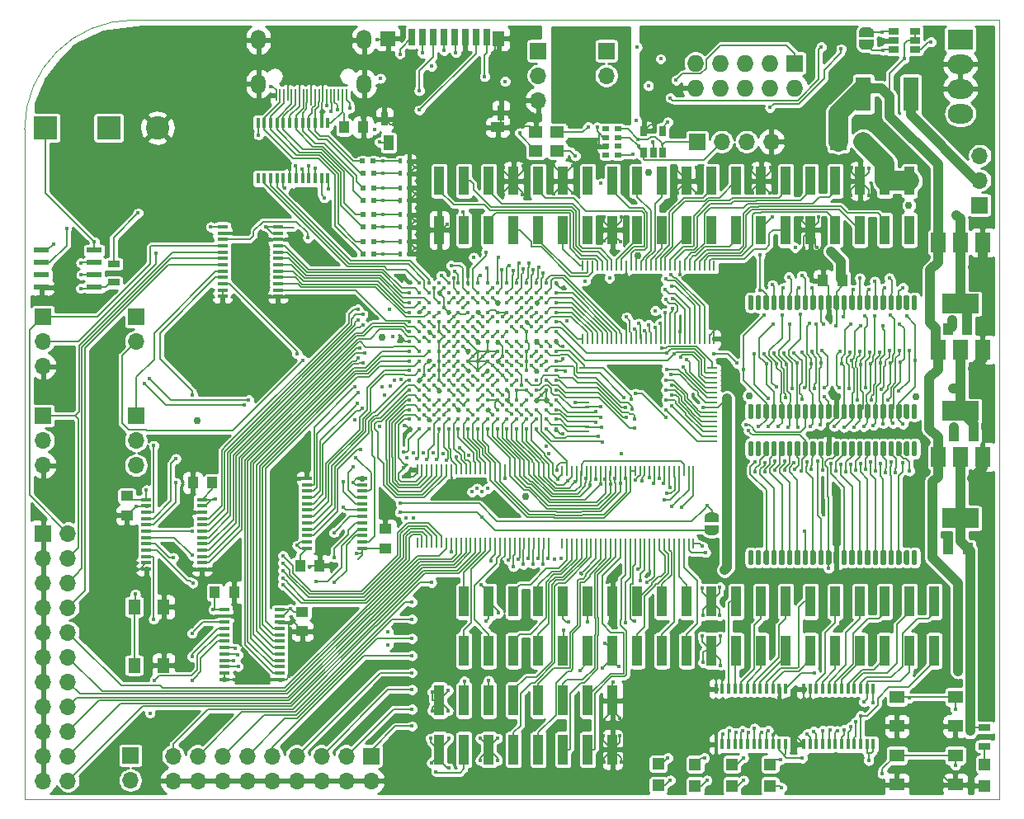
<source format=gbr>
G04 #@! TF.GenerationSoftware,KiCad,Pcbnew,(5.1.6)-1*
G04 #@! TF.CreationDate,2021-06-05T12:15:53+01:00*
G04 #@! TF.ProjectId,blit-cpu-mk3,626c6974-2d63-4707-952d-6d6b332e6b69,3.00*
G04 #@! TF.SameCoordinates,Original*
G04 #@! TF.FileFunction,Copper,L1,Top*
G04 #@! TF.FilePolarity,Positive*
%FSLAX46Y46*%
G04 Gerber Fmt 4.6, Leading zero omitted, Abs format (unit mm)*
G04 Created by KiCad (PCBNEW (5.1.6)-1) date 2021-06-05 12:15:53*
%MOMM*%
%LPD*%
G01*
G04 APERTURE LIST*
G04 #@! TA.AperFunction,Profile*
%ADD10C,0.050000*%
G04 #@! TD*
G04 #@! TA.AperFunction,SMDPad,CuDef*
%ADD11R,0.700000X1.750000*%
G04 #@! TD*
G04 #@! TA.AperFunction,SMDPad,CuDef*
%ADD12R,1.450000X1.000000*%
G04 #@! TD*
G04 #@! TA.AperFunction,SMDPad,CuDef*
%ADD13R,1.000000X1.550000*%
G04 #@! TD*
G04 #@! TA.AperFunction,SMDPad,CuDef*
%ADD14R,1.300000X1.500000*%
G04 #@! TD*
G04 #@! TA.AperFunction,SMDPad,CuDef*
%ADD15R,1.500000X1.500000*%
G04 #@! TD*
G04 #@! TA.AperFunction,SMDPad,CuDef*
%ADD16R,0.800000X1.500000*%
G04 #@! TD*
G04 #@! TA.AperFunction,SMDPad,CuDef*
%ADD17R,0.800000X1.400000*%
G04 #@! TD*
G04 #@! TA.AperFunction,SMDPad,CuDef*
%ADD18R,0.600000X0.500000*%
G04 #@! TD*
G04 #@! TA.AperFunction,ComponentPad*
%ADD19R,1.700000X1.700000*%
G04 #@! TD*
G04 #@! TA.AperFunction,ComponentPad*
%ADD20O,1.700000X1.700000*%
G04 #@! TD*
G04 #@! TA.AperFunction,SMDPad,CuDef*
%ADD21C,0.100000*%
G04 #@! TD*
G04 #@! TA.AperFunction,SMDPad,CuDef*
%ADD22R,0.400000X0.600000*%
G04 #@! TD*
G04 #@! TA.AperFunction,SMDPad,CuDef*
%ADD23R,1.300000X0.700000*%
G04 #@! TD*
G04 #@! TA.AperFunction,SMDPad,CuDef*
%ADD24R,1.000000X1.250000*%
G04 #@! TD*
G04 #@! TA.AperFunction,SMDPad,CuDef*
%ADD25R,1.250000X1.000000*%
G04 #@! TD*
G04 #@! TA.AperFunction,SMDPad,CuDef*
%ADD26C,0.400000*%
G04 #@! TD*
G04 #@! TA.AperFunction,SMDPad,CuDef*
%ADD27R,0.230000X1.200000*%
G04 #@! TD*
G04 #@! TA.AperFunction,ComponentPad*
%ADD28O,1.500000X2.000000*%
G04 #@! TD*
G04 #@! TA.AperFunction,SMDPad,CuDef*
%ADD29R,1.550000X0.600000*%
G04 #@! TD*
G04 #@! TA.AperFunction,SMDPad,CuDef*
%ADD30R,1.000000X3.000000*%
G04 #@! TD*
G04 #@! TA.AperFunction,SMDPad,CuDef*
%ADD31R,1.400000X1.200000*%
G04 #@! TD*
G04 #@! TA.AperFunction,SMDPad,CuDef*
%ADD32R,1.500000X1.300000*%
G04 #@! TD*
G04 #@! TA.AperFunction,SMDPad,CuDef*
%ADD33R,1.100000X0.250000*%
G04 #@! TD*
G04 #@! TA.AperFunction,SMDPad,CuDef*
%ADD34R,0.285000X1.000000*%
G04 #@! TD*
G04 #@! TA.AperFunction,SMDPad,CuDef*
%ADD35R,1.000000X3.150000*%
G04 #@! TD*
G04 #@! TA.AperFunction,ComponentPad*
%ADD36R,2.400000X2.400000*%
G04 #@! TD*
G04 #@! TA.AperFunction,ComponentPad*
%ADD37C,2.400000*%
G04 #@! TD*
G04 #@! TA.AperFunction,ComponentPad*
%ADD38R,1.727200X1.727200*%
G04 #@! TD*
G04 #@! TA.AperFunction,ComponentPad*
%ADD39O,1.727200X1.727200*%
G04 #@! TD*
G04 #@! TA.AperFunction,SMDPad,CuDef*
%ADD40R,1.200000X1.200000*%
G04 #@! TD*
G04 #@! TA.AperFunction,SMDPad,CuDef*
%ADD41R,0.400000X1.100000*%
G04 #@! TD*
G04 #@! TA.AperFunction,SMDPad,CuDef*
%ADD42R,1.100000X0.400000*%
G04 #@! TD*
G04 #@! TA.AperFunction,SMDPad,CuDef*
%ADD43R,1.500000X2.000000*%
G04 #@! TD*
G04 #@! TA.AperFunction,SMDPad,CuDef*
%ADD44R,3.800000X2.000000*%
G04 #@! TD*
G04 #@! TA.AperFunction,ComponentPad*
%ADD45O,2.600000X2.000000*%
G04 #@! TD*
G04 #@! TA.AperFunction,ComponentPad*
%ADD46R,2.600000X2.000000*%
G04 #@! TD*
G04 #@! TA.AperFunction,SMDPad,CuDef*
%ADD47R,0.800000X0.500000*%
G04 #@! TD*
G04 #@! TA.AperFunction,SMDPad,CuDef*
%ADD48R,0.650000X1.060000*%
G04 #@! TD*
G04 #@! TA.AperFunction,SMDPad,CuDef*
%ADD49R,1.600000X3.500000*%
G04 #@! TD*
G04 #@! TA.AperFunction,SMDPad,CuDef*
%ADD50R,1.060000X0.650000*%
G04 #@! TD*
G04 #@! TA.AperFunction,ViaPad*
%ADD51C,0.450000*%
G04 #@! TD*
G04 #@! TA.AperFunction,ViaPad*
%ADD52C,0.762000*%
G04 #@! TD*
G04 #@! TA.AperFunction,Conductor*
%ADD53C,0.200000*%
G04 #@! TD*
G04 #@! TA.AperFunction,Conductor*
%ADD54C,1.000000*%
G04 #@! TD*
G04 #@! TA.AperFunction,Conductor*
%ADD55C,2.000000*%
G04 #@! TD*
G04 #@! TA.AperFunction,Conductor*
%ADD56C,0.150000*%
G04 #@! TD*
G04 #@! TA.AperFunction,Conductor*
%ADD57C,0.127000*%
G04 #@! TD*
G04 #@! TA.AperFunction,Conductor*
%ADD58C,0.254000*%
G04 #@! TD*
G04 APERTURE END LIST*
D10*
X122000000Y-102000000D02*
X87000000Y-102000000D01*
X122000000Y-22000000D02*
X122000000Y-102000000D01*
X33200000Y-22000000D02*
X122000000Y-22000000D01*
X22000000Y-102000000D02*
X22000000Y-33200000D01*
X22000000Y-33200000D02*
G75*
G02*
X33200000Y-22000000I11200000J0D01*
G01*
X22000000Y-102000000D02*
X87000000Y-102000000D01*
D11*
X69422000Y-23786500D03*
X68322000Y-23786500D03*
X67222000Y-23786500D03*
X66122000Y-23786500D03*
X65022000Y-23786500D03*
X63922000Y-23786500D03*
X62822000Y-23786500D03*
X61722000Y-23786500D03*
D12*
X70547000Y-33011500D03*
D13*
X59322000Y-34586500D03*
D14*
X70622000Y-23911500D03*
D15*
X59272000Y-23911500D03*
D16*
X70872000Y-31511500D03*
D17*
X58922000Y-32161500D03*
D18*
X57800000Y-44750000D03*
X56700000Y-44750000D03*
D14*
X36250000Y-82250000D03*
X36250000Y-88250000D03*
X33250000Y-88250000D03*
X33250000Y-82250000D03*
D19*
X32850000Y-97500000D03*
D20*
X32850000Y-100040000D03*
D19*
X91000000Y-34500000D03*
D20*
X93540000Y-34500000D03*
X96080000Y-34500000D03*
X98620000Y-34500000D03*
G04 #@! TA.AperFunction,SMDPad,CuDef*
D21*
G36*
X109110000Y-24045000D02*
G01*
X109110000Y-24545000D01*
X109109398Y-24545000D01*
X109109398Y-24569534D01*
X109104588Y-24618365D01*
X109095016Y-24666490D01*
X109080772Y-24713445D01*
X109061995Y-24758778D01*
X109038864Y-24802051D01*
X109011604Y-24842850D01*
X108980476Y-24880779D01*
X108945779Y-24915476D01*
X108907850Y-24946604D01*
X108867051Y-24973864D01*
X108823778Y-24996995D01*
X108778445Y-25015772D01*
X108731490Y-25030016D01*
X108683365Y-25039588D01*
X108634534Y-25044398D01*
X108610000Y-25044398D01*
X108610000Y-25045000D01*
X108110000Y-25045000D01*
X108110000Y-25044398D01*
X108085466Y-25044398D01*
X108036635Y-25039588D01*
X107988510Y-25030016D01*
X107941555Y-25015772D01*
X107896222Y-24996995D01*
X107852949Y-24973864D01*
X107812150Y-24946604D01*
X107774221Y-24915476D01*
X107739524Y-24880779D01*
X107708396Y-24842850D01*
X107681136Y-24802051D01*
X107658005Y-24758778D01*
X107639228Y-24713445D01*
X107624984Y-24666490D01*
X107615412Y-24618365D01*
X107610602Y-24569534D01*
X107610602Y-24545000D01*
X107610000Y-24545000D01*
X107610000Y-24045000D01*
X109110000Y-24045000D01*
G37*
G04 #@! TD.AperFunction*
G04 #@! TA.AperFunction,SMDPad,CuDef*
G36*
X107610602Y-23245000D02*
G01*
X107610602Y-23220466D01*
X107615412Y-23171635D01*
X107624984Y-23123510D01*
X107639228Y-23076555D01*
X107658005Y-23031222D01*
X107681136Y-22987949D01*
X107708396Y-22947150D01*
X107739524Y-22909221D01*
X107774221Y-22874524D01*
X107812150Y-22843396D01*
X107852949Y-22816136D01*
X107896222Y-22793005D01*
X107941555Y-22774228D01*
X107988510Y-22759984D01*
X108036635Y-22750412D01*
X108085466Y-22745602D01*
X108110000Y-22745602D01*
X108110000Y-22745000D01*
X108610000Y-22745000D01*
X108610000Y-22745602D01*
X108634534Y-22745602D01*
X108683365Y-22750412D01*
X108731490Y-22759984D01*
X108778445Y-22774228D01*
X108823778Y-22793005D01*
X108867051Y-22816136D01*
X108907850Y-22843396D01*
X108945779Y-22874524D01*
X108980476Y-22909221D01*
X109011604Y-22947150D01*
X109038864Y-22987949D01*
X109061995Y-23031222D01*
X109080772Y-23076555D01*
X109095016Y-23123510D01*
X109104588Y-23171635D01*
X109109398Y-23220466D01*
X109109398Y-23245000D01*
X109110000Y-23245000D01*
X109110000Y-23745000D01*
X107610000Y-23745000D01*
X107610000Y-23245000D01*
X107610602Y-23245000D01*
G37*
G04 #@! TD.AperFunction*
G04 #@! TA.AperFunction,SMDPad,CuDef*
G36*
X93250000Y-73870000D02*
G01*
X93250000Y-74370000D01*
X93249398Y-74370000D01*
X93249398Y-74394534D01*
X93244588Y-74443365D01*
X93235016Y-74491490D01*
X93220772Y-74538445D01*
X93201995Y-74583778D01*
X93178864Y-74627051D01*
X93151604Y-74667850D01*
X93120476Y-74705779D01*
X93085779Y-74740476D01*
X93047850Y-74771604D01*
X93007051Y-74798864D01*
X92963778Y-74821995D01*
X92918445Y-74840772D01*
X92871490Y-74855016D01*
X92823365Y-74864588D01*
X92774534Y-74869398D01*
X92750000Y-74869398D01*
X92750000Y-74870000D01*
X92250000Y-74870000D01*
X92250000Y-74869398D01*
X92225466Y-74869398D01*
X92176635Y-74864588D01*
X92128510Y-74855016D01*
X92081555Y-74840772D01*
X92036222Y-74821995D01*
X91992949Y-74798864D01*
X91952150Y-74771604D01*
X91914221Y-74740476D01*
X91879524Y-74705779D01*
X91848396Y-74667850D01*
X91821136Y-74627051D01*
X91798005Y-74583778D01*
X91779228Y-74538445D01*
X91764984Y-74491490D01*
X91755412Y-74443365D01*
X91750602Y-74394534D01*
X91750602Y-74370000D01*
X91750000Y-74370000D01*
X91750000Y-73870000D01*
X93250000Y-73870000D01*
G37*
G04 #@! TD.AperFunction*
G04 #@! TA.AperFunction,SMDPad,CuDef*
G36*
X91750602Y-73070000D02*
G01*
X91750602Y-73045466D01*
X91755412Y-72996635D01*
X91764984Y-72948510D01*
X91779228Y-72901555D01*
X91798005Y-72856222D01*
X91821136Y-72812949D01*
X91848396Y-72772150D01*
X91879524Y-72734221D01*
X91914221Y-72699524D01*
X91952150Y-72668396D01*
X91992949Y-72641136D01*
X92036222Y-72618005D01*
X92081555Y-72599228D01*
X92128510Y-72584984D01*
X92176635Y-72575412D01*
X92225466Y-72570602D01*
X92250000Y-72570602D01*
X92250000Y-72570000D01*
X92750000Y-72570000D01*
X92750000Y-72570602D01*
X92774534Y-72570602D01*
X92823365Y-72575412D01*
X92871490Y-72584984D01*
X92918445Y-72599228D01*
X92963778Y-72618005D01*
X93007051Y-72641136D01*
X93047850Y-72668396D01*
X93085779Y-72699524D01*
X93120476Y-72734221D01*
X93151604Y-72772150D01*
X93178864Y-72812949D01*
X93201995Y-72856222D01*
X93220772Y-72901555D01*
X93235016Y-72948510D01*
X93244588Y-72996635D01*
X93249398Y-73045466D01*
X93249398Y-73070000D01*
X93250000Y-73070000D01*
X93250000Y-73570000D01*
X91750000Y-73570000D01*
X91750000Y-73070000D01*
X91750602Y-73070000D01*
G37*
G04 #@! TD.AperFunction*
D22*
X61450000Y-36500000D03*
X60550000Y-36500000D03*
X61450000Y-37750000D03*
X60550000Y-37750000D03*
X61450000Y-39250000D03*
X60550000Y-39250000D03*
X61450000Y-40500000D03*
X60550000Y-40500000D03*
X60550000Y-42000000D03*
X61450000Y-42000000D03*
X60550000Y-43250000D03*
X61450000Y-43250000D03*
X60550000Y-44750000D03*
X61450000Y-44750000D03*
X60550000Y-46000000D03*
X61450000Y-46000000D03*
D23*
X31120000Y-47050000D03*
X31120000Y-48950000D03*
X120500000Y-96550000D03*
X120500000Y-94650000D03*
D18*
X57763500Y-36500000D03*
X56663500Y-36500000D03*
X57800000Y-37750000D03*
X56700000Y-37750000D03*
X57800000Y-39250000D03*
X56700000Y-39250000D03*
X57800000Y-40500000D03*
X56700000Y-40500000D03*
X57800000Y-42000000D03*
X56700000Y-42000000D03*
X57800000Y-43250000D03*
X56700000Y-43250000D03*
X57800000Y-46000000D03*
X56700000Y-46000000D03*
D24*
X56750000Y-33000000D03*
X54750000Y-33000000D03*
X43500000Y-80750000D03*
X41500000Y-80750000D03*
D25*
X59000000Y-74250000D03*
X59000000Y-76250000D03*
X32500000Y-72850000D03*
X32500000Y-70850000D03*
X50500000Y-84750000D03*
X50500000Y-82750000D03*
D24*
X52250000Y-78000000D03*
X50250000Y-78000000D03*
X39250000Y-69500000D03*
X41250000Y-69500000D03*
X103920000Y-48750000D03*
X105920000Y-48750000D03*
D26*
X76500000Y-64000000D03*
X76500000Y-63000000D03*
X76500000Y-62000000D03*
X76500000Y-61000000D03*
X76500000Y-60000000D03*
X76500000Y-59000000D03*
X76500000Y-58000000D03*
X76500000Y-57000000D03*
X76500000Y-56000000D03*
X76500000Y-55000000D03*
X76500000Y-54000000D03*
X76500000Y-53000000D03*
X76500000Y-52000000D03*
X76500000Y-51000000D03*
X76500000Y-50000000D03*
X76500000Y-49000000D03*
X75500000Y-64000000D03*
X75500000Y-63000000D03*
X75500000Y-62000000D03*
X75500000Y-61000000D03*
X75500000Y-60000000D03*
X75500000Y-59000000D03*
X75500000Y-58000000D03*
X75500000Y-57000000D03*
X75500000Y-56000000D03*
X75500000Y-55000000D03*
X75500000Y-54000000D03*
X75500000Y-53000000D03*
X75500000Y-52000000D03*
X75500000Y-51000000D03*
X75500000Y-50000000D03*
X75500000Y-49000000D03*
X74500000Y-64000000D03*
X74500000Y-63000000D03*
X74500000Y-62000000D03*
X74500000Y-61000000D03*
X74500000Y-60000000D03*
X74500000Y-59000000D03*
X74500000Y-58000000D03*
X74500000Y-57000000D03*
X74500000Y-56000000D03*
X74500000Y-55000000D03*
X74500000Y-54000000D03*
X74500000Y-53000000D03*
X74500000Y-52000000D03*
X74500000Y-51000000D03*
X74500000Y-50000000D03*
X74500000Y-49000000D03*
X73500000Y-64000000D03*
X73500000Y-63000000D03*
X73500000Y-62000000D03*
X73500000Y-61000000D03*
X73500000Y-60000000D03*
X73500000Y-59000000D03*
X73500000Y-58000000D03*
X73500000Y-57000000D03*
X73500000Y-56000000D03*
X73500000Y-55000000D03*
X73500000Y-54000000D03*
X73500000Y-53000000D03*
X73500000Y-52000000D03*
X73500000Y-51000000D03*
X73500000Y-50000000D03*
X73500000Y-49000000D03*
X72500000Y-64000000D03*
X72500000Y-63000000D03*
X72500000Y-62000000D03*
X72500000Y-61000000D03*
X72500000Y-60000000D03*
X72500000Y-59000000D03*
X72500000Y-58000000D03*
X72500000Y-57000000D03*
X72500000Y-56000000D03*
X72500000Y-55000000D03*
X72500000Y-54000000D03*
X72500000Y-53000000D03*
X72500000Y-52000000D03*
X72500000Y-51000000D03*
X72500000Y-50000000D03*
X72500000Y-49000000D03*
X71500000Y-64000000D03*
X71500000Y-63000000D03*
X71500000Y-62000000D03*
X71500000Y-61000000D03*
X71500000Y-60000000D03*
X71500000Y-59000000D03*
X71500000Y-58000000D03*
X71500000Y-57000000D03*
X71500000Y-56000000D03*
X71500000Y-55000000D03*
X71500000Y-54000000D03*
X71500000Y-53000000D03*
X71500000Y-52000000D03*
X71500000Y-51000000D03*
X71500000Y-50000000D03*
X71500000Y-49000000D03*
X70500000Y-64000000D03*
X70500000Y-63000000D03*
X70500000Y-62000000D03*
X70500000Y-61000000D03*
X70500000Y-60000000D03*
X70500000Y-59000000D03*
X70500000Y-58000000D03*
X70500000Y-57000000D03*
X70500000Y-56000000D03*
X70500000Y-55000000D03*
X70500000Y-54000000D03*
X70500000Y-53000000D03*
X70500000Y-52000000D03*
X70500000Y-51000000D03*
X70500000Y-50000000D03*
X70500000Y-49000000D03*
X69500000Y-64000000D03*
X69500000Y-63000000D03*
X69500000Y-62000000D03*
X69500000Y-61000000D03*
X69500000Y-60000000D03*
X69500000Y-59000000D03*
X69500000Y-58000000D03*
X69500000Y-57000000D03*
X69500000Y-56000000D03*
X69500000Y-55000000D03*
X69500000Y-54000000D03*
X69500000Y-53000000D03*
X69500000Y-52000000D03*
X69500000Y-51000000D03*
X69500000Y-50000000D03*
X69500000Y-49000000D03*
X68500000Y-64000000D03*
X68500000Y-63000000D03*
X68500000Y-62000000D03*
X68500000Y-61000000D03*
X68500000Y-60000000D03*
X68500000Y-59000000D03*
X68500000Y-58000000D03*
X68500000Y-57000000D03*
X68500000Y-56000000D03*
X68500000Y-55000000D03*
X68500000Y-54000000D03*
X68500000Y-53000000D03*
X68500000Y-52000000D03*
X68500000Y-51000000D03*
X68500000Y-50000000D03*
X68500000Y-49000000D03*
X67500000Y-64000000D03*
X67500000Y-63000000D03*
X67500000Y-62000000D03*
X67500000Y-61000000D03*
X67500000Y-60000000D03*
X67500000Y-59000000D03*
X67500000Y-58000000D03*
X67500000Y-57000000D03*
X67500000Y-56000000D03*
X67500000Y-55000000D03*
X67500000Y-54000000D03*
X67500000Y-53000000D03*
X67500000Y-52000000D03*
X67500000Y-51000000D03*
X67500000Y-50000000D03*
X67500000Y-49000000D03*
X66500000Y-64000000D03*
X66500000Y-63000000D03*
X66500000Y-62000000D03*
X66500000Y-61000000D03*
X66500000Y-60000000D03*
X66500000Y-59000000D03*
X66500000Y-58000000D03*
X66500000Y-57000000D03*
X66500000Y-56000000D03*
X66500000Y-55000000D03*
X66500000Y-54000000D03*
X66500000Y-53000000D03*
X66500000Y-52000000D03*
X66500000Y-51000000D03*
X66500000Y-50000000D03*
X66500000Y-49000000D03*
X65500000Y-64000000D03*
X65500000Y-63000000D03*
X65500000Y-62000000D03*
X65500000Y-61000000D03*
X65500000Y-60000000D03*
X65500000Y-59000000D03*
X65500000Y-58000000D03*
X65500000Y-57000000D03*
X65500000Y-56000000D03*
X65500000Y-55000000D03*
X65500000Y-54000000D03*
X65500000Y-53000000D03*
X65500000Y-52000000D03*
X65500000Y-51000000D03*
X65500000Y-50000000D03*
X65500000Y-49000000D03*
X64500000Y-64000000D03*
X64500000Y-63000000D03*
X64500000Y-62000000D03*
X64500000Y-61000000D03*
X64500000Y-60000000D03*
X64500000Y-59000000D03*
X64500000Y-58000000D03*
X64500000Y-57000000D03*
X64500000Y-56000000D03*
X64500000Y-55000000D03*
X64500000Y-54000000D03*
X64500000Y-53000000D03*
X64500000Y-52000000D03*
X64500000Y-51000000D03*
X64500000Y-50000000D03*
X64500000Y-49000000D03*
X63500000Y-64000000D03*
X63500000Y-63000000D03*
X63500000Y-62000000D03*
X63500000Y-61000000D03*
X63500000Y-60000000D03*
X63500000Y-59000000D03*
X63500000Y-58000000D03*
X63500000Y-57000000D03*
X63500000Y-56000000D03*
X63500000Y-55000000D03*
X63500000Y-54000000D03*
X63500000Y-53000000D03*
X63500000Y-52000000D03*
X63500000Y-51000000D03*
X63500000Y-50000000D03*
X63500000Y-49000000D03*
X62500000Y-64000000D03*
X62500000Y-63000000D03*
X62500000Y-62000000D03*
X62500000Y-61000000D03*
X62500000Y-60000000D03*
X62500000Y-59000000D03*
X62500000Y-58000000D03*
X62500000Y-57000000D03*
X62500000Y-56000000D03*
X62500000Y-55000000D03*
X62500000Y-54000000D03*
X62500000Y-53000000D03*
X62500000Y-52000000D03*
X62500000Y-51000000D03*
X62500000Y-50000000D03*
X62500000Y-49000000D03*
X61500000Y-64000000D03*
X61500000Y-63000000D03*
X61500000Y-62000000D03*
X61500000Y-61000000D03*
X61500000Y-60000000D03*
X61500000Y-59000000D03*
X61500000Y-58000000D03*
X61500000Y-57000000D03*
X61500000Y-56000000D03*
X61500000Y-55000000D03*
X61500000Y-54000000D03*
X61500000Y-53000000D03*
X61500000Y-52000000D03*
X61500000Y-51000000D03*
X61500000Y-50000000D03*
X61500000Y-49000000D03*
D27*
X55000000Y-29700000D03*
X54600000Y-29700000D03*
X54200000Y-29700000D03*
X53800000Y-29700000D03*
X53400000Y-29700000D03*
X53000000Y-29700000D03*
X52600000Y-29700000D03*
X52200000Y-29700000D03*
X51800000Y-29700000D03*
X47800000Y-29700000D03*
X48200000Y-29700000D03*
X48600000Y-29700000D03*
X49000000Y-29700000D03*
X49400000Y-29700000D03*
X49800000Y-29700000D03*
X50200000Y-29700000D03*
X50600000Y-29700000D03*
X51000000Y-29700000D03*
X51400000Y-29700000D03*
D28*
X56825000Y-24050000D03*
X45975000Y-24050000D03*
X45975000Y-28550000D03*
X56825000Y-28550000D03*
D29*
X29140000Y-45645000D03*
X29140000Y-46915000D03*
X29140000Y-48185000D03*
X29140000Y-49455000D03*
X23740000Y-49455000D03*
X23740000Y-48185000D03*
X23740000Y-46915000D03*
X23740000Y-45645000D03*
D30*
X112805000Y-43560000D03*
X112805000Y-38520000D03*
X110265000Y-43560000D03*
X110265000Y-38520000D03*
X107725000Y-43560000D03*
X107725000Y-38520000D03*
X105185000Y-43560000D03*
X105185000Y-38520000D03*
X102645000Y-43560000D03*
X102645000Y-38520000D03*
X100105000Y-43560000D03*
X100105000Y-38520000D03*
X97565000Y-43560000D03*
X97565000Y-38520000D03*
X95025000Y-43560000D03*
X95025000Y-38520000D03*
X92485000Y-43560000D03*
X92485000Y-38520000D03*
X89945000Y-43560000D03*
X89945000Y-38520000D03*
X87405000Y-43560000D03*
X87405000Y-38520000D03*
X84865000Y-43560000D03*
X84865000Y-38520000D03*
X82325000Y-43560000D03*
X82325000Y-38520000D03*
X79785000Y-43560000D03*
X79785000Y-38520000D03*
X77245000Y-43560000D03*
X77245000Y-38520000D03*
X74705000Y-43560000D03*
X74705000Y-38520000D03*
X72165000Y-43560000D03*
X72165000Y-38520000D03*
X69625000Y-43560000D03*
X69625000Y-38520000D03*
X67085000Y-43560000D03*
X67085000Y-38520000D03*
X64545000Y-43560000D03*
X64545000Y-38520000D03*
D19*
X120000000Y-41000000D03*
D20*
X120000000Y-38460000D03*
X120000000Y-35920000D03*
D24*
X116740000Y-53710000D03*
X118740000Y-53710000D03*
D31*
X76650000Y-33520000D03*
X74450000Y-33520000D03*
X74450000Y-35420000D03*
X76650000Y-35420000D03*
G04 #@! TA.AperFunction,SMDPad,CuDef*
G36*
G01*
X96637500Y-51775000D02*
X96362500Y-51775000D01*
G75*
G02*
X96225000Y-51637500I0J137500D01*
G01*
X96225000Y-50387500D01*
G75*
G02*
X96362500Y-50250000I137500J0D01*
G01*
X96637500Y-50250000D01*
G75*
G02*
X96775000Y-50387500I0J-137500D01*
G01*
X96775000Y-51637500D01*
G75*
G02*
X96637500Y-51775000I-137500J0D01*
G01*
G37*
G04 #@! TD.AperFunction*
G04 #@! TA.AperFunction,SMDPad,CuDef*
G36*
G01*
X97437500Y-51775000D02*
X97162500Y-51775000D01*
G75*
G02*
X97025000Y-51637500I0J137500D01*
G01*
X97025000Y-50387500D01*
G75*
G02*
X97162500Y-50250000I137500J0D01*
G01*
X97437500Y-50250000D01*
G75*
G02*
X97575000Y-50387500I0J-137500D01*
G01*
X97575000Y-51637500D01*
G75*
G02*
X97437500Y-51775000I-137500J0D01*
G01*
G37*
G04 #@! TD.AperFunction*
G04 #@! TA.AperFunction,SMDPad,CuDef*
G36*
G01*
X98237500Y-51775000D02*
X97962500Y-51775000D01*
G75*
G02*
X97825000Y-51637500I0J137500D01*
G01*
X97825000Y-50387500D01*
G75*
G02*
X97962500Y-50250000I137500J0D01*
G01*
X98237500Y-50250000D01*
G75*
G02*
X98375000Y-50387500I0J-137500D01*
G01*
X98375000Y-51637500D01*
G75*
G02*
X98237500Y-51775000I-137500J0D01*
G01*
G37*
G04 #@! TD.AperFunction*
G04 #@! TA.AperFunction,SMDPad,CuDef*
G36*
G01*
X99037500Y-51775000D02*
X98762500Y-51775000D01*
G75*
G02*
X98625000Y-51637500I0J137500D01*
G01*
X98625000Y-50387500D01*
G75*
G02*
X98762500Y-50250000I137500J0D01*
G01*
X99037500Y-50250000D01*
G75*
G02*
X99175000Y-50387500I0J-137500D01*
G01*
X99175000Y-51637500D01*
G75*
G02*
X99037500Y-51775000I-137500J0D01*
G01*
G37*
G04 #@! TD.AperFunction*
G04 #@! TA.AperFunction,SMDPad,CuDef*
G36*
G01*
X99837500Y-51775000D02*
X99562500Y-51775000D01*
G75*
G02*
X99425000Y-51637500I0J137500D01*
G01*
X99425000Y-50387500D01*
G75*
G02*
X99562500Y-50250000I137500J0D01*
G01*
X99837500Y-50250000D01*
G75*
G02*
X99975000Y-50387500I0J-137500D01*
G01*
X99975000Y-51637500D01*
G75*
G02*
X99837500Y-51775000I-137500J0D01*
G01*
G37*
G04 #@! TD.AperFunction*
G04 #@! TA.AperFunction,SMDPad,CuDef*
G36*
G01*
X100637500Y-51775000D02*
X100362500Y-51775000D01*
G75*
G02*
X100225000Y-51637500I0J137500D01*
G01*
X100225000Y-50387500D01*
G75*
G02*
X100362500Y-50250000I137500J0D01*
G01*
X100637500Y-50250000D01*
G75*
G02*
X100775000Y-50387500I0J-137500D01*
G01*
X100775000Y-51637500D01*
G75*
G02*
X100637500Y-51775000I-137500J0D01*
G01*
G37*
G04 #@! TD.AperFunction*
G04 #@! TA.AperFunction,SMDPad,CuDef*
G36*
G01*
X101437500Y-51775000D02*
X101162500Y-51775000D01*
G75*
G02*
X101025000Y-51637500I0J137500D01*
G01*
X101025000Y-50387500D01*
G75*
G02*
X101162500Y-50250000I137500J0D01*
G01*
X101437500Y-50250000D01*
G75*
G02*
X101575000Y-50387500I0J-137500D01*
G01*
X101575000Y-51637500D01*
G75*
G02*
X101437500Y-51775000I-137500J0D01*
G01*
G37*
G04 #@! TD.AperFunction*
G04 #@! TA.AperFunction,SMDPad,CuDef*
G36*
G01*
X102237500Y-51775000D02*
X101962500Y-51775000D01*
G75*
G02*
X101825000Y-51637500I0J137500D01*
G01*
X101825000Y-50387500D01*
G75*
G02*
X101962500Y-50250000I137500J0D01*
G01*
X102237500Y-50250000D01*
G75*
G02*
X102375000Y-50387500I0J-137500D01*
G01*
X102375000Y-51637500D01*
G75*
G02*
X102237500Y-51775000I-137500J0D01*
G01*
G37*
G04 #@! TD.AperFunction*
G04 #@! TA.AperFunction,SMDPad,CuDef*
G36*
G01*
X103037500Y-51775000D02*
X102762500Y-51775000D01*
G75*
G02*
X102625000Y-51637500I0J137500D01*
G01*
X102625000Y-50387500D01*
G75*
G02*
X102762500Y-50250000I137500J0D01*
G01*
X103037500Y-50250000D01*
G75*
G02*
X103175000Y-50387500I0J-137500D01*
G01*
X103175000Y-51637500D01*
G75*
G02*
X103037500Y-51775000I-137500J0D01*
G01*
G37*
G04 #@! TD.AperFunction*
G04 #@! TA.AperFunction,SMDPad,CuDef*
G36*
G01*
X103837500Y-51775000D02*
X103562500Y-51775000D01*
G75*
G02*
X103425000Y-51637500I0J137500D01*
G01*
X103425000Y-50387500D01*
G75*
G02*
X103562500Y-50250000I137500J0D01*
G01*
X103837500Y-50250000D01*
G75*
G02*
X103975000Y-50387500I0J-137500D01*
G01*
X103975000Y-51637500D01*
G75*
G02*
X103837500Y-51775000I-137500J0D01*
G01*
G37*
G04 #@! TD.AperFunction*
G04 #@! TA.AperFunction,SMDPad,CuDef*
G36*
G01*
X104637500Y-51775000D02*
X104362500Y-51775000D01*
G75*
G02*
X104225000Y-51637500I0J137500D01*
G01*
X104225000Y-50387500D01*
G75*
G02*
X104362500Y-50250000I137500J0D01*
G01*
X104637500Y-50250000D01*
G75*
G02*
X104775000Y-50387500I0J-137500D01*
G01*
X104775000Y-51637500D01*
G75*
G02*
X104637500Y-51775000I-137500J0D01*
G01*
G37*
G04 #@! TD.AperFunction*
G04 #@! TA.AperFunction,SMDPad,CuDef*
G36*
G01*
X105437500Y-51775000D02*
X105162500Y-51775000D01*
G75*
G02*
X105025000Y-51637500I0J137500D01*
G01*
X105025000Y-50387500D01*
G75*
G02*
X105162500Y-50250000I137500J0D01*
G01*
X105437500Y-50250000D01*
G75*
G02*
X105575000Y-50387500I0J-137500D01*
G01*
X105575000Y-51637500D01*
G75*
G02*
X105437500Y-51775000I-137500J0D01*
G01*
G37*
G04 #@! TD.AperFunction*
G04 #@! TA.AperFunction,SMDPad,CuDef*
G36*
G01*
X106237500Y-51775000D02*
X105962500Y-51775000D01*
G75*
G02*
X105825000Y-51637500I0J137500D01*
G01*
X105825000Y-50387500D01*
G75*
G02*
X105962500Y-50250000I137500J0D01*
G01*
X106237500Y-50250000D01*
G75*
G02*
X106375000Y-50387500I0J-137500D01*
G01*
X106375000Y-51637500D01*
G75*
G02*
X106237500Y-51775000I-137500J0D01*
G01*
G37*
G04 #@! TD.AperFunction*
G04 #@! TA.AperFunction,SMDPad,CuDef*
G36*
G01*
X107037500Y-51775000D02*
X106762500Y-51775000D01*
G75*
G02*
X106625000Y-51637500I0J137500D01*
G01*
X106625000Y-50387500D01*
G75*
G02*
X106762500Y-50250000I137500J0D01*
G01*
X107037500Y-50250000D01*
G75*
G02*
X107175000Y-50387500I0J-137500D01*
G01*
X107175000Y-51637500D01*
G75*
G02*
X107037500Y-51775000I-137500J0D01*
G01*
G37*
G04 #@! TD.AperFunction*
G04 #@! TA.AperFunction,SMDPad,CuDef*
G36*
G01*
X107837500Y-51775000D02*
X107562500Y-51775000D01*
G75*
G02*
X107425000Y-51637500I0J137500D01*
G01*
X107425000Y-50387500D01*
G75*
G02*
X107562500Y-50250000I137500J0D01*
G01*
X107837500Y-50250000D01*
G75*
G02*
X107975000Y-50387500I0J-137500D01*
G01*
X107975000Y-51637500D01*
G75*
G02*
X107837500Y-51775000I-137500J0D01*
G01*
G37*
G04 #@! TD.AperFunction*
G04 #@! TA.AperFunction,SMDPad,CuDef*
G36*
G01*
X108637500Y-51775000D02*
X108362500Y-51775000D01*
G75*
G02*
X108225000Y-51637500I0J137500D01*
G01*
X108225000Y-50387500D01*
G75*
G02*
X108362500Y-50250000I137500J0D01*
G01*
X108637500Y-50250000D01*
G75*
G02*
X108775000Y-50387500I0J-137500D01*
G01*
X108775000Y-51637500D01*
G75*
G02*
X108637500Y-51775000I-137500J0D01*
G01*
G37*
G04 #@! TD.AperFunction*
G04 #@! TA.AperFunction,SMDPad,CuDef*
G36*
G01*
X109437500Y-51775000D02*
X109162500Y-51775000D01*
G75*
G02*
X109025000Y-51637500I0J137500D01*
G01*
X109025000Y-50387500D01*
G75*
G02*
X109162500Y-50250000I137500J0D01*
G01*
X109437500Y-50250000D01*
G75*
G02*
X109575000Y-50387500I0J-137500D01*
G01*
X109575000Y-51637500D01*
G75*
G02*
X109437500Y-51775000I-137500J0D01*
G01*
G37*
G04 #@! TD.AperFunction*
G04 #@! TA.AperFunction,SMDPad,CuDef*
G36*
G01*
X110237500Y-51775000D02*
X109962500Y-51775000D01*
G75*
G02*
X109825000Y-51637500I0J137500D01*
G01*
X109825000Y-50387500D01*
G75*
G02*
X109962500Y-50250000I137500J0D01*
G01*
X110237500Y-50250000D01*
G75*
G02*
X110375000Y-50387500I0J-137500D01*
G01*
X110375000Y-51637500D01*
G75*
G02*
X110237500Y-51775000I-137500J0D01*
G01*
G37*
G04 #@! TD.AperFunction*
G04 #@! TA.AperFunction,SMDPad,CuDef*
G36*
G01*
X111037500Y-51775000D02*
X110762500Y-51775000D01*
G75*
G02*
X110625000Y-51637500I0J137500D01*
G01*
X110625000Y-50387500D01*
G75*
G02*
X110762500Y-50250000I137500J0D01*
G01*
X111037500Y-50250000D01*
G75*
G02*
X111175000Y-50387500I0J-137500D01*
G01*
X111175000Y-51637500D01*
G75*
G02*
X111037500Y-51775000I-137500J0D01*
G01*
G37*
G04 #@! TD.AperFunction*
G04 #@! TA.AperFunction,SMDPad,CuDef*
G36*
G01*
X111837500Y-51775000D02*
X111562500Y-51775000D01*
G75*
G02*
X111425000Y-51637500I0J137500D01*
G01*
X111425000Y-50387500D01*
G75*
G02*
X111562500Y-50250000I137500J0D01*
G01*
X111837500Y-50250000D01*
G75*
G02*
X111975000Y-50387500I0J-137500D01*
G01*
X111975000Y-51637500D01*
G75*
G02*
X111837500Y-51775000I-137500J0D01*
G01*
G37*
G04 #@! TD.AperFunction*
G04 #@! TA.AperFunction,SMDPad,CuDef*
G36*
G01*
X112637500Y-51775000D02*
X112362500Y-51775000D01*
G75*
G02*
X112225000Y-51637500I0J137500D01*
G01*
X112225000Y-50387500D01*
G75*
G02*
X112362500Y-50250000I137500J0D01*
G01*
X112637500Y-50250000D01*
G75*
G02*
X112775000Y-50387500I0J-137500D01*
G01*
X112775000Y-51637500D01*
G75*
G02*
X112637500Y-51775000I-137500J0D01*
G01*
G37*
G04 #@! TD.AperFunction*
G04 #@! TA.AperFunction,SMDPad,CuDef*
G36*
G01*
X113437500Y-51775000D02*
X113162500Y-51775000D01*
G75*
G02*
X113025000Y-51637500I0J137500D01*
G01*
X113025000Y-50387500D01*
G75*
G02*
X113162500Y-50250000I137500J0D01*
G01*
X113437500Y-50250000D01*
G75*
G02*
X113575000Y-50387500I0J-137500D01*
G01*
X113575000Y-51637500D01*
G75*
G02*
X113437500Y-51775000I-137500J0D01*
G01*
G37*
G04 #@! TD.AperFunction*
G04 #@! TA.AperFunction,SMDPad,CuDef*
G36*
G01*
X113437500Y-62950000D02*
X113162500Y-62950000D01*
G75*
G02*
X113025000Y-62812500I0J137500D01*
G01*
X113025000Y-61562500D01*
G75*
G02*
X113162500Y-61425000I137500J0D01*
G01*
X113437500Y-61425000D01*
G75*
G02*
X113575000Y-61562500I0J-137500D01*
G01*
X113575000Y-62812500D01*
G75*
G02*
X113437500Y-62950000I-137500J0D01*
G01*
G37*
G04 #@! TD.AperFunction*
G04 #@! TA.AperFunction,SMDPad,CuDef*
G36*
G01*
X112637500Y-62950000D02*
X112362500Y-62950000D01*
G75*
G02*
X112225000Y-62812500I0J137500D01*
G01*
X112225000Y-61562500D01*
G75*
G02*
X112362500Y-61425000I137500J0D01*
G01*
X112637500Y-61425000D01*
G75*
G02*
X112775000Y-61562500I0J-137500D01*
G01*
X112775000Y-62812500D01*
G75*
G02*
X112637500Y-62950000I-137500J0D01*
G01*
G37*
G04 #@! TD.AperFunction*
G04 #@! TA.AperFunction,SMDPad,CuDef*
G36*
G01*
X111837500Y-62950000D02*
X111562500Y-62950000D01*
G75*
G02*
X111425000Y-62812500I0J137500D01*
G01*
X111425000Y-61562500D01*
G75*
G02*
X111562500Y-61425000I137500J0D01*
G01*
X111837500Y-61425000D01*
G75*
G02*
X111975000Y-61562500I0J-137500D01*
G01*
X111975000Y-62812500D01*
G75*
G02*
X111837500Y-62950000I-137500J0D01*
G01*
G37*
G04 #@! TD.AperFunction*
G04 #@! TA.AperFunction,SMDPad,CuDef*
G36*
G01*
X111037500Y-62950000D02*
X110762500Y-62950000D01*
G75*
G02*
X110625000Y-62812500I0J137500D01*
G01*
X110625000Y-61562500D01*
G75*
G02*
X110762500Y-61425000I137500J0D01*
G01*
X111037500Y-61425000D01*
G75*
G02*
X111175000Y-61562500I0J-137500D01*
G01*
X111175000Y-62812500D01*
G75*
G02*
X111037500Y-62950000I-137500J0D01*
G01*
G37*
G04 #@! TD.AperFunction*
G04 #@! TA.AperFunction,SMDPad,CuDef*
G36*
G01*
X110237500Y-62950000D02*
X109962500Y-62950000D01*
G75*
G02*
X109825000Y-62812500I0J137500D01*
G01*
X109825000Y-61562500D01*
G75*
G02*
X109962500Y-61425000I137500J0D01*
G01*
X110237500Y-61425000D01*
G75*
G02*
X110375000Y-61562500I0J-137500D01*
G01*
X110375000Y-62812500D01*
G75*
G02*
X110237500Y-62950000I-137500J0D01*
G01*
G37*
G04 #@! TD.AperFunction*
G04 #@! TA.AperFunction,SMDPad,CuDef*
G36*
G01*
X109437500Y-62950000D02*
X109162500Y-62950000D01*
G75*
G02*
X109025000Y-62812500I0J137500D01*
G01*
X109025000Y-61562500D01*
G75*
G02*
X109162500Y-61425000I137500J0D01*
G01*
X109437500Y-61425000D01*
G75*
G02*
X109575000Y-61562500I0J-137500D01*
G01*
X109575000Y-62812500D01*
G75*
G02*
X109437500Y-62950000I-137500J0D01*
G01*
G37*
G04 #@! TD.AperFunction*
G04 #@! TA.AperFunction,SMDPad,CuDef*
G36*
G01*
X108637500Y-62950000D02*
X108362500Y-62950000D01*
G75*
G02*
X108225000Y-62812500I0J137500D01*
G01*
X108225000Y-61562500D01*
G75*
G02*
X108362500Y-61425000I137500J0D01*
G01*
X108637500Y-61425000D01*
G75*
G02*
X108775000Y-61562500I0J-137500D01*
G01*
X108775000Y-62812500D01*
G75*
G02*
X108637500Y-62950000I-137500J0D01*
G01*
G37*
G04 #@! TD.AperFunction*
G04 #@! TA.AperFunction,SMDPad,CuDef*
G36*
G01*
X107837500Y-62950000D02*
X107562500Y-62950000D01*
G75*
G02*
X107425000Y-62812500I0J137500D01*
G01*
X107425000Y-61562500D01*
G75*
G02*
X107562500Y-61425000I137500J0D01*
G01*
X107837500Y-61425000D01*
G75*
G02*
X107975000Y-61562500I0J-137500D01*
G01*
X107975000Y-62812500D01*
G75*
G02*
X107837500Y-62950000I-137500J0D01*
G01*
G37*
G04 #@! TD.AperFunction*
G04 #@! TA.AperFunction,SMDPad,CuDef*
G36*
G01*
X107037500Y-62950000D02*
X106762500Y-62950000D01*
G75*
G02*
X106625000Y-62812500I0J137500D01*
G01*
X106625000Y-61562500D01*
G75*
G02*
X106762500Y-61425000I137500J0D01*
G01*
X107037500Y-61425000D01*
G75*
G02*
X107175000Y-61562500I0J-137500D01*
G01*
X107175000Y-62812500D01*
G75*
G02*
X107037500Y-62950000I-137500J0D01*
G01*
G37*
G04 #@! TD.AperFunction*
G04 #@! TA.AperFunction,SMDPad,CuDef*
G36*
G01*
X106237500Y-62950000D02*
X105962500Y-62950000D01*
G75*
G02*
X105825000Y-62812500I0J137500D01*
G01*
X105825000Y-61562500D01*
G75*
G02*
X105962500Y-61425000I137500J0D01*
G01*
X106237500Y-61425000D01*
G75*
G02*
X106375000Y-61562500I0J-137500D01*
G01*
X106375000Y-62812500D01*
G75*
G02*
X106237500Y-62950000I-137500J0D01*
G01*
G37*
G04 #@! TD.AperFunction*
G04 #@! TA.AperFunction,SMDPad,CuDef*
G36*
G01*
X105437500Y-62950000D02*
X105162500Y-62950000D01*
G75*
G02*
X105025000Y-62812500I0J137500D01*
G01*
X105025000Y-61562500D01*
G75*
G02*
X105162500Y-61425000I137500J0D01*
G01*
X105437500Y-61425000D01*
G75*
G02*
X105575000Y-61562500I0J-137500D01*
G01*
X105575000Y-62812500D01*
G75*
G02*
X105437500Y-62950000I-137500J0D01*
G01*
G37*
G04 #@! TD.AperFunction*
G04 #@! TA.AperFunction,SMDPad,CuDef*
G36*
G01*
X104637500Y-62950000D02*
X104362500Y-62950000D01*
G75*
G02*
X104225000Y-62812500I0J137500D01*
G01*
X104225000Y-61562500D01*
G75*
G02*
X104362500Y-61425000I137500J0D01*
G01*
X104637500Y-61425000D01*
G75*
G02*
X104775000Y-61562500I0J-137500D01*
G01*
X104775000Y-62812500D01*
G75*
G02*
X104637500Y-62950000I-137500J0D01*
G01*
G37*
G04 #@! TD.AperFunction*
G04 #@! TA.AperFunction,SMDPad,CuDef*
G36*
G01*
X103837500Y-62950000D02*
X103562500Y-62950000D01*
G75*
G02*
X103425000Y-62812500I0J137500D01*
G01*
X103425000Y-61562500D01*
G75*
G02*
X103562500Y-61425000I137500J0D01*
G01*
X103837500Y-61425000D01*
G75*
G02*
X103975000Y-61562500I0J-137500D01*
G01*
X103975000Y-62812500D01*
G75*
G02*
X103837500Y-62950000I-137500J0D01*
G01*
G37*
G04 #@! TD.AperFunction*
G04 #@! TA.AperFunction,SMDPad,CuDef*
G36*
G01*
X103037500Y-62950000D02*
X102762500Y-62950000D01*
G75*
G02*
X102625000Y-62812500I0J137500D01*
G01*
X102625000Y-61562500D01*
G75*
G02*
X102762500Y-61425000I137500J0D01*
G01*
X103037500Y-61425000D01*
G75*
G02*
X103175000Y-61562500I0J-137500D01*
G01*
X103175000Y-62812500D01*
G75*
G02*
X103037500Y-62950000I-137500J0D01*
G01*
G37*
G04 #@! TD.AperFunction*
G04 #@! TA.AperFunction,SMDPad,CuDef*
G36*
G01*
X102237500Y-62950000D02*
X101962500Y-62950000D01*
G75*
G02*
X101825000Y-62812500I0J137500D01*
G01*
X101825000Y-61562500D01*
G75*
G02*
X101962500Y-61425000I137500J0D01*
G01*
X102237500Y-61425000D01*
G75*
G02*
X102375000Y-61562500I0J-137500D01*
G01*
X102375000Y-62812500D01*
G75*
G02*
X102237500Y-62950000I-137500J0D01*
G01*
G37*
G04 #@! TD.AperFunction*
G04 #@! TA.AperFunction,SMDPad,CuDef*
G36*
G01*
X101437500Y-62950000D02*
X101162500Y-62950000D01*
G75*
G02*
X101025000Y-62812500I0J137500D01*
G01*
X101025000Y-61562500D01*
G75*
G02*
X101162500Y-61425000I137500J0D01*
G01*
X101437500Y-61425000D01*
G75*
G02*
X101575000Y-61562500I0J-137500D01*
G01*
X101575000Y-62812500D01*
G75*
G02*
X101437500Y-62950000I-137500J0D01*
G01*
G37*
G04 #@! TD.AperFunction*
G04 #@! TA.AperFunction,SMDPad,CuDef*
G36*
G01*
X100637500Y-62950000D02*
X100362500Y-62950000D01*
G75*
G02*
X100225000Y-62812500I0J137500D01*
G01*
X100225000Y-61562500D01*
G75*
G02*
X100362500Y-61425000I137500J0D01*
G01*
X100637500Y-61425000D01*
G75*
G02*
X100775000Y-61562500I0J-137500D01*
G01*
X100775000Y-62812500D01*
G75*
G02*
X100637500Y-62950000I-137500J0D01*
G01*
G37*
G04 #@! TD.AperFunction*
G04 #@! TA.AperFunction,SMDPad,CuDef*
G36*
G01*
X99837500Y-62950000D02*
X99562500Y-62950000D01*
G75*
G02*
X99425000Y-62812500I0J137500D01*
G01*
X99425000Y-61562500D01*
G75*
G02*
X99562500Y-61425000I137500J0D01*
G01*
X99837500Y-61425000D01*
G75*
G02*
X99975000Y-61562500I0J-137500D01*
G01*
X99975000Y-62812500D01*
G75*
G02*
X99837500Y-62950000I-137500J0D01*
G01*
G37*
G04 #@! TD.AperFunction*
G04 #@! TA.AperFunction,SMDPad,CuDef*
G36*
G01*
X99037500Y-62950000D02*
X98762500Y-62950000D01*
G75*
G02*
X98625000Y-62812500I0J137500D01*
G01*
X98625000Y-61562500D01*
G75*
G02*
X98762500Y-61425000I137500J0D01*
G01*
X99037500Y-61425000D01*
G75*
G02*
X99175000Y-61562500I0J-137500D01*
G01*
X99175000Y-62812500D01*
G75*
G02*
X99037500Y-62950000I-137500J0D01*
G01*
G37*
G04 #@! TD.AperFunction*
G04 #@! TA.AperFunction,SMDPad,CuDef*
G36*
G01*
X98237500Y-62950000D02*
X97962500Y-62950000D01*
G75*
G02*
X97825000Y-62812500I0J137500D01*
G01*
X97825000Y-61562500D01*
G75*
G02*
X97962500Y-61425000I137500J0D01*
G01*
X98237500Y-61425000D01*
G75*
G02*
X98375000Y-61562500I0J-137500D01*
G01*
X98375000Y-62812500D01*
G75*
G02*
X98237500Y-62950000I-137500J0D01*
G01*
G37*
G04 #@! TD.AperFunction*
G04 #@! TA.AperFunction,SMDPad,CuDef*
G36*
G01*
X97437500Y-62950000D02*
X97162500Y-62950000D01*
G75*
G02*
X97025000Y-62812500I0J137500D01*
G01*
X97025000Y-61562500D01*
G75*
G02*
X97162500Y-61425000I137500J0D01*
G01*
X97437500Y-61425000D01*
G75*
G02*
X97575000Y-61562500I0J-137500D01*
G01*
X97575000Y-62812500D01*
G75*
G02*
X97437500Y-62950000I-137500J0D01*
G01*
G37*
G04 #@! TD.AperFunction*
G04 #@! TA.AperFunction,SMDPad,CuDef*
G36*
G01*
X96637500Y-62950000D02*
X96362500Y-62950000D01*
G75*
G02*
X96225000Y-62812500I0J137500D01*
G01*
X96225000Y-61562500D01*
G75*
G02*
X96362500Y-61425000I137500J0D01*
G01*
X96637500Y-61425000D01*
G75*
G02*
X96775000Y-61562500I0J-137500D01*
G01*
X96775000Y-62812500D01*
G75*
G02*
X96637500Y-62950000I-137500J0D01*
G01*
G37*
G04 #@! TD.AperFunction*
G04 #@! TA.AperFunction,SMDPad,CuDef*
G36*
G01*
X96637500Y-66775000D02*
X96362500Y-66775000D01*
G75*
G02*
X96225000Y-66637500I0J137500D01*
G01*
X96225000Y-65387500D01*
G75*
G02*
X96362500Y-65250000I137500J0D01*
G01*
X96637500Y-65250000D01*
G75*
G02*
X96775000Y-65387500I0J-137500D01*
G01*
X96775000Y-66637500D01*
G75*
G02*
X96637500Y-66775000I-137500J0D01*
G01*
G37*
G04 #@! TD.AperFunction*
G04 #@! TA.AperFunction,SMDPad,CuDef*
G36*
G01*
X97437500Y-66775000D02*
X97162500Y-66775000D01*
G75*
G02*
X97025000Y-66637500I0J137500D01*
G01*
X97025000Y-65387500D01*
G75*
G02*
X97162500Y-65250000I137500J0D01*
G01*
X97437500Y-65250000D01*
G75*
G02*
X97575000Y-65387500I0J-137500D01*
G01*
X97575000Y-66637500D01*
G75*
G02*
X97437500Y-66775000I-137500J0D01*
G01*
G37*
G04 #@! TD.AperFunction*
G04 #@! TA.AperFunction,SMDPad,CuDef*
G36*
G01*
X98237500Y-66775000D02*
X97962500Y-66775000D01*
G75*
G02*
X97825000Y-66637500I0J137500D01*
G01*
X97825000Y-65387500D01*
G75*
G02*
X97962500Y-65250000I137500J0D01*
G01*
X98237500Y-65250000D01*
G75*
G02*
X98375000Y-65387500I0J-137500D01*
G01*
X98375000Y-66637500D01*
G75*
G02*
X98237500Y-66775000I-137500J0D01*
G01*
G37*
G04 #@! TD.AperFunction*
G04 #@! TA.AperFunction,SMDPad,CuDef*
G36*
G01*
X99037500Y-66775000D02*
X98762500Y-66775000D01*
G75*
G02*
X98625000Y-66637500I0J137500D01*
G01*
X98625000Y-65387500D01*
G75*
G02*
X98762500Y-65250000I137500J0D01*
G01*
X99037500Y-65250000D01*
G75*
G02*
X99175000Y-65387500I0J-137500D01*
G01*
X99175000Y-66637500D01*
G75*
G02*
X99037500Y-66775000I-137500J0D01*
G01*
G37*
G04 #@! TD.AperFunction*
G04 #@! TA.AperFunction,SMDPad,CuDef*
G36*
G01*
X99837500Y-66775000D02*
X99562500Y-66775000D01*
G75*
G02*
X99425000Y-66637500I0J137500D01*
G01*
X99425000Y-65387500D01*
G75*
G02*
X99562500Y-65250000I137500J0D01*
G01*
X99837500Y-65250000D01*
G75*
G02*
X99975000Y-65387500I0J-137500D01*
G01*
X99975000Y-66637500D01*
G75*
G02*
X99837500Y-66775000I-137500J0D01*
G01*
G37*
G04 #@! TD.AperFunction*
G04 #@! TA.AperFunction,SMDPad,CuDef*
G36*
G01*
X100637500Y-66775000D02*
X100362500Y-66775000D01*
G75*
G02*
X100225000Y-66637500I0J137500D01*
G01*
X100225000Y-65387500D01*
G75*
G02*
X100362500Y-65250000I137500J0D01*
G01*
X100637500Y-65250000D01*
G75*
G02*
X100775000Y-65387500I0J-137500D01*
G01*
X100775000Y-66637500D01*
G75*
G02*
X100637500Y-66775000I-137500J0D01*
G01*
G37*
G04 #@! TD.AperFunction*
G04 #@! TA.AperFunction,SMDPad,CuDef*
G36*
G01*
X101437500Y-66775000D02*
X101162500Y-66775000D01*
G75*
G02*
X101025000Y-66637500I0J137500D01*
G01*
X101025000Y-65387500D01*
G75*
G02*
X101162500Y-65250000I137500J0D01*
G01*
X101437500Y-65250000D01*
G75*
G02*
X101575000Y-65387500I0J-137500D01*
G01*
X101575000Y-66637500D01*
G75*
G02*
X101437500Y-66775000I-137500J0D01*
G01*
G37*
G04 #@! TD.AperFunction*
G04 #@! TA.AperFunction,SMDPad,CuDef*
G36*
G01*
X102237500Y-66775000D02*
X101962500Y-66775000D01*
G75*
G02*
X101825000Y-66637500I0J137500D01*
G01*
X101825000Y-65387500D01*
G75*
G02*
X101962500Y-65250000I137500J0D01*
G01*
X102237500Y-65250000D01*
G75*
G02*
X102375000Y-65387500I0J-137500D01*
G01*
X102375000Y-66637500D01*
G75*
G02*
X102237500Y-66775000I-137500J0D01*
G01*
G37*
G04 #@! TD.AperFunction*
G04 #@! TA.AperFunction,SMDPad,CuDef*
G36*
G01*
X103037500Y-66775000D02*
X102762500Y-66775000D01*
G75*
G02*
X102625000Y-66637500I0J137500D01*
G01*
X102625000Y-65387500D01*
G75*
G02*
X102762500Y-65250000I137500J0D01*
G01*
X103037500Y-65250000D01*
G75*
G02*
X103175000Y-65387500I0J-137500D01*
G01*
X103175000Y-66637500D01*
G75*
G02*
X103037500Y-66775000I-137500J0D01*
G01*
G37*
G04 #@! TD.AperFunction*
G04 #@! TA.AperFunction,SMDPad,CuDef*
G36*
G01*
X103837500Y-66775000D02*
X103562500Y-66775000D01*
G75*
G02*
X103425000Y-66637500I0J137500D01*
G01*
X103425000Y-65387500D01*
G75*
G02*
X103562500Y-65250000I137500J0D01*
G01*
X103837500Y-65250000D01*
G75*
G02*
X103975000Y-65387500I0J-137500D01*
G01*
X103975000Y-66637500D01*
G75*
G02*
X103837500Y-66775000I-137500J0D01*
G01*
G37*
G04 #@! TD.AperFunction*
G04 #@! TA.AperFunction,SMDPad,CuDef*
G36*
G01*
X104637500Y-66775000D02*
X104362500Y-66775000D01*
G75*
G02*
X104225000Y-66637500I0J137500D01*
G01*
X104225000Y-65387500D01*
G75*
G02*
X104362500Y-65250000I137500J0D01*
G01*
X104637500Y-65250000D01*
G75*
G02*
X104775000Y-65387500I0J-137500D01*
G01*
X104775000Y-66637500D01*
G75*
G02*
X104637500Y-66775000I-137500J0D01*
G01*
G37*
G04 #@! TD.AperFunction*
G04 #@! TA.AperFunction,SMDPad,CuDef*
G36*
G01*
X105437500Y-66775000D02*
X105162500Y-66775000D01*
G75*
G02*
X105025000Y-66637500I0J137500D01*
G01*
X105025000Y-65387500D01*
G75*
G02*
X105162500Y-65250000I137500J0D01*
G01*
X105437500Y-65250000D01*
G75*
G02*
X105575000Y-65387500I0J-137500D01*
G01*
X105575000Y-66637500D01*
G75*
G02*
X105437500Y-66775000I-137500J0D01*
G01*
G37*
G04 #@! TD.AperFunction*
G04 #@! TA.AperFunction,SMDPad,CuDef*
G36*
G01*
X106237500Y-66775000D02*
X105962500Y-66775000D01*
G75*
G02*
X105825000Y-66637500I0J137500D01*
G01*
X105825000Y-65387500D01*
G75*
G02*
X105962500Y-65250000I137500J0D01*
G01*
X106237500Y-65250000D01*
G75*
G02*
X106375000Y-65387500I0J-137500D01*
G01*
X106375000Y-66637500D01*
G75*
G02*
X106237500Y-66775000I-137500J0D01*
G01*
G37*
G04 #@! TD.AperFunction*
G04 #@! TA.AperFunction,SMDPad,CuDef*
G36*
G01*
X107037500Y-66775000D02*
X106762500Y-66775000D01*
G75*
G02*
X106625000Y-66637500I0J137500D01*
G01*
X106625000Y-65387500D01*
G75*
G02*
X106762500Y-65250000I137500J0D01*
G01*
X107037500Y-65250000D01*
G75*
G02*
X107175000Y-65387500I0J-137500D01*
G01*
X107175000Y-66637500D01*
G75*
G02*
X107037500Y-66775000I-137500J0D01*
G01*
G37*
G04 #@! TD.AperFunction*
G04 #@! TA.AperFunction,SMDPad,CuDef*
G36*
G01*
X107837500Y-66775000D02*
X107562500Y-66775000D01*
G75*
G02*
X107425000Y-66637500I0J137500D01*
G01*
X107425000Y-65387500D01*
G75*
G02*
X107562500Y-65250000I137500J0D01*
G01*
X107837500Y-65250000D01*
G75*
G02*
X107975000Y-65387500I0J-137500D01*
G01*
X107975000Y-66637500D01*
G75*
G02*
X107837500Y-66775000I-137500J0D01*
G01*
G37*
G04 #@! TD.AperFunction*
G04 #@! TA.AperFunction,SMDPad,CuDef*
G36*
G01*
X108637500Y-66775000D02*
X108362500Y-66775000D01*
G75*
G02*
X108225000Y-66637500I0J137500D01*
G01*
X108225000Y-65387500D01*
G75*
G02*
X108362500Y-65250000I137500J0D01*
G01*
X108637500Y-65250000D01*
G75*
G02*
X108775000Y-65387500I0J-137500D01*
G01*
X108775000Y-66637500D01*
G75*
G02*
X108637500Y-66775000I-137500J0D01*
G01*
G37*
G04 #@! TD.AperFunction*
G04 #@! TA.AperFunction,SMDPad,CuDef*
G36*
G01*
X109437500Y-66775000D02*
X109162500Y-66775000D01*
G75*
G02*
X109025000Y-66637500I0J137500D01*
G01*
X109025000Y-65387500D01*
G75*
G02*
X109162500Y-65250000I137500J0D01*
G01*
X109437500Y-65250000D01*
G75*
G02*
X109575000Y-65387500I0J-137500D01*
G01*
X109575000Y-66637500D01*
G75*
G02*
X109437500Y-66775000I-137500J0D01*
G01*
G37*
G04 #@! TD.AperFunction*
G04 #@! TA.AperFunction,SMDPad,CuDef*
G36*
G01*
X110237500Y-66775000D02*
X109962500Y-66775000D01*
G75*
G02*
X109825000Y-66637500I0J137500D01*
G01*
X109825000Y-65387500D01*
G75*
G02*
X109962500Y-65250000I137500J0D01*
G01*
X110237500Y-65250000D01*
G75*
G02*
X110375000Y-65387500I0J-137500D01*
G01*
X110375000Y-66637500D01*
G75*
G02*
X110237500Y-66775000I-137500J0D01*
G01*
G37*
G04 #@! TD.AperFunction*
G04 #@! TA.AperFunction,SMDPad,CuDef*
G36*
G01*
X111037500Y-66775000D02*
X110762500Y-66775000D01*
G75*
G02*
X110625000Y-66637500I0J137500D01*
G01*
X110625000Y-65387500D01*
G75*
G02*
X110762500Y-65250000I137500J0D01*
G01*
X111037500Y-65250000D01*
G75*
G02*
X111175000Y-65387500I0J-137500D01*
G01*
X111175000Y-66637500D01*
G75*
G02*
X111037500Y-66775000I-137500J0D01*
G01*
G37*
G04 #@! TD.AperFunction*
G04 #@! TA.AperFunction,SMDPad,CuDef*
G36*
G01*
X111837500Y-66775000D02*
X111562500Y-66775000D01*
G75*
G02*
X111425000Y-66637500I0J137500D01*
G01*
X111425000Y-65387500D01*
G75*
G02*
X111562500Y-65250000I137500J0D01*
G01*
X111837500Y-65250000D01*
G75*
G02*
X111975000Y-65387500I0J-137500D01*
G01*
X111975000Y-66637500D01*
G75*
G02*
X111837500Y-66775000I-137500J0D01*
G01*
G37*
G04 #@! TD.AperFunction*
G04 #@! TA.AperFunction,SMDPad,CuDef*
G36*
G01*
X112637500Y-66775000D02*
X112362500Y-66775000D01*
G75*
G02*
X112225000Y-66637500I0J137500D01*
G01*
X112225000Y-65387500D01*
G75*
G02*
X112362500Y-65250000I137500J0D01*
G01*
X112637500Y-65250000D01*
G75*
G02*
X112775000Y-65387500I0J-137500D01*
G01*
X112775000Y-66637500D01*
G75*
G02*
X112637500Y-66775000I-137500J0D01*
G01*
G37*
G04 #@! TD.AperFunction*
G04 #@! TA.AperFunction,SMDPad,CuDef*
G36*
G01*
X113437500Y-66775000D02*
X113162500Y-66775000D01*
G75*
G02*
X113025000Y-66637500I0J137500D01*
G01*
X113025000Y-65387500D01*
G75*
G02*
X113162500Y-65250000I137500J0D01*
G01*
X113437500Y-65250000D01*
G75*
G02*
X113575000Y-65387500I0J-137500D01*
G01*
X113575000Y-66637500D01*
G75*
G02*
X113437500Y-66775000I-137500J0D01*
G01*
G37*
G04 #@! TD.AperFunction*
G04 #@! TA.AperFunction,SMDPad,CuDef*
G36*
G01*
X113437500Y-77950000D02*
X113162500Y-77950000D01*
G75*
G02*
X113025000Y-77812500I0J137500D01*
G01*
X113025000Y-76562500D01*
G75*
G02*
X113162500Y-76425000I137500J0D01*
G01*
X113437500Y-76425000D01*
G75*
G02*
X113575000Y-76562500I0J-137500D01*
G01*
X113575000Y-77812500D01*
G75*
G02*
X113437500Y-77950000I-137500J0D01*
G01*
G37*
G04 #@! TD.AperFunction*
G04 #@! TA.AperFunction,SMDPad,CuDef*
G36*
G01*
X112637500Y-77950000D02*
X112362500Y-77950000D01*
G75*
G02*
X112225000Y-77812500I0J137500D01*
G01*
X112225000Y-76562500D01*
G75*
G02*
X112362500Y-76425000I137500J0D01*
G01*
X112637500Y-76425000D01*
G75*
G02*
X112775000Y-76562500I0J-137500D01*
G01*
X112775000Y-77812500D01*
G75*
G02*
X112637500Y-77950000I-137500J0D01*
G01*
G37*
G04 #@! TD.AperFunction*
G04 #@! TA.AperFunction,SMDPad,CuDef*
G36*
G01*
X111837500Y-77950000D02*
X111562500Y-77950000D01*
G75*
G02*
X111425000Y-77812500I0J137500D01*
G01*
X111425000Y-76562500D01*
G75*
G02*
X111562500Y-76425000I137500J0D01*
G01*
X111837500Y-76425000D01*
G75*
G02*
X111975000Y-76562500I0J-137500D01*
G01*
X111975000Y-77812500D01*
G75*
G02*
X111837500Y-77950000I-137500J0D01*
G01*
G37*
G04 #@! TD.AperFunction*
G04 #@! TA.AperFunction,SMDPad,CuDef*
G36*
G01*
X111037500Y-77950000D02*
X110762500Y-77950000D01*
G75*
G02*
X110625000Y-77812500I0J137500D01*
G01*
X110625000Y-76562500D01*
G75*
G02*
X110762500Y-76425000I137500J0D01*
G01*
X111037500Y-76425000D01*
G75*
G02*
X111175000Y-76562500I0J-137500D01*
G01*
X111175000Y-77812500D01*
G75*
G02*
X111037500Y-77950000I-137500J0D01*
G01*
G37*
G04 #@! TD.AperFunction*
G04 #@! TA.AperFunction,SMDPad,CuDef*
G36*
G01*
X110237500Y-77950000D02*
X109962500Y-77950000D01*
G75*
G02*
X109825000Y-77812500I0J137500D01*
G01*
X109825000Y-76562500D01*
G75*
G02*
X109962500Y-76425000I137500J0D01*
G01*
X110237500Y-76425000D01*
G75*
G02*
X110375000Y-76562500I0J-137500D01*
G01*
X110375000Y-77812500D01*
G75*
G02*
X110237500Y-77950000I-137500J0D01*
G01*
G37*
G04 #@! TD.AperFunction*
G04 #@! TA.AperFunction,SMDPad,CuDef*
G36*
G01*
X109437500Y-77950000D02*
X109162500Y-77950000D01*
G75*
G02*
X109025000Y-77812500I0J137500D01*
G01*
X109025000Y-76562500D01*
G75*
G02*
X109162500Y-76425000I137500J0D01*
G01*
X109437500Y-76425000D01*
G75*
G02*
X109575000Y-76562500I0J-137500D01*
G01*
X109575000Y-77812500D01*
G75*
G02*
X109437500Y-77950000I-137500J0D01*
G01*
G37*
G04 #@! TD.AperFunction*
G04 #@! TA.AperFunction,SMDPad,CuDef*
G36*
G01*
X108637500Y-77950000D02*
X108362500Y-77950000D01*
G75*
G02*
X108225000Y-77812500I0J137500D01*
G01*
X108225000Y-76562500D01*
G75*
G02*
X108362500Y-76425000I137500J0D01*
G01*
X108637500Y-76425000D01*
G75*
G02*
X108775000Y-76562500I0J-137500D01*
G01*
X108775000Y-77812500D01*
G75*
G02*
X108637500Y-77950000I-137500J0D01*
G01*
G37*
G04 #@! TD.AperFunction*
G04 #@! TA.AperFunction,SMDPad,CuDef*
G36*
G01*
X107837500Y-77950000D02*
X107562500Y-77950000D01*
G75*
G02*
X107425000Y-77812500I0J137500D01*
G01*
X107425000Y-76562500D01*
G75*
G02*
X107562500Y-76425000I137500J0D01*
G01*
X107837500Y-76425000D01*
G75*
G02*
X107975000Y-76562500I0J-137500D01*
G01*
X107975000Y-77812500D01*
G75*
G02*
X107837500Y-77950000I-137500J0D01*
G01*
G37*
G04 #@! TD.AperFunction*
G04 #@! TA.AperFunction,SMDPad,CuDef*
G36*
G01*
X107037500Y-77950000D02*
X106762500Y-77950000D01*
G75*
G02*
X106625000Y-77812500I0J137500D01*
G01*
X106625000Y-76562500D01*
G75*
G02*
X106762500Y-76425000I137500J0D01*
G01*
X107037500Y-76425000D01*
G75*
G02*
X107175000Y-76562500I0J-137500D01*
G01*
X107175000Y-77812500D01*
G75*
G02*
X107037500Y-77950000I-137500J0D01*
G01*
G37*
G04 #@! TD.AperFunction*
G04 #@! TA.AperFunction,SMDPad,CuDef*
G36*
G01*
X106237500Y-77950000D02*
X105962500Y-77950000D01*
G75*
G02*
X105825000Y-77812500I0J137500D01*
G01*
X105825000Y-76562500D01*
G75*
G02*
X105962500Y-76425000I137500J0D01*
G01*
X106237500Y-76425000D01*
G75*
G02*
X106375000Y-76562500I0J-137500D01*
G01*
X106375000Y-77812500D01*
G75*
G02*
X106237500Y-77950000I-137500J0D01*
G01*
G37*
G04 #@! TD.AperFunction*
G04 #@! TA.AperFunction,SMDPad,CuDef*
G36*
G01*
X105437500Y-77950000D02*
X105162500Y-77950000D01*
G75*
G02*
X105025000Y-77812500I0J137500D01*
G01*
X105025000Y-76562500D01*
G75*
G02*
X105162500Y-76425000I137500J0D01*
G01*
X105437500Y-76425000D01*
G75*
G02*
X105575000Y-76562500I0J-137500D01*
G01*
X105575000Y-77812500D01*
G75*
G02*
X105437500Y-77950000I-137500J0D01*
G01*
G37*
G04 #@! TD.AperFunction*
G04 #@! TA.AperFunction,SMDPad,CuDef*
G36*
G01*
X104637500Y-77950000D02*
X104362500Y-77950000D01*
G75*
G02*
X104225000Y-77812500I0J137500D01*
G01*
X104225000Y-76562500D01*
G75*
G02*
X104362500Y-76425000I137500J0D01*
G01*
X104637500Y-76425000D01*
G75*
G02*
X104775000Y-76562500I0J-137500D01*
G01*
X104775000Y-77812500D01*
G75*
G02*
X104637500Y-77950000I-137500J0D01*
G01*
G37*
G04 #@! TD.AperFunction*
G04 #@! TA.AperFunction,SMDPad,CuDef*
G36*
G01*
X103837500Y-77950000D02*
X103562500Y-77950000D01*
G75*
G02*
X103425000Y-77812500I0J137500D01*
G01*
X103425000Y-76562500D01*
G75*
G02*
X103562500Y-76425000I137500J0D01*
G01*
X103837500Y-76425000D01*
G75*
G02*
X103975000Y-76562500I0J-137500D01*
G01*
X103975000Y-77812500D01*
G75*
G02*
X103837500Y-77950000I-137500J0D01*
G01*
G37*
G04 #@! TD.AperFunction*
G04 #@! TA.AperFunction,SMDPad,CuDef*
G36*
G01*
X103037500Y-77950000D02*
X102762500Y-77950000D01*
G75*
G02*
X102625000Y-77812500I0J137500D01*
G01*
X102625000Y-76562500D01*
G75*
G02*
X102762500Y-76425000I137500J0D01*
G01*
X103037500Y-76425000D01*
G75*
G02*
X103175000Y-76562500I0J-137500D01*
G01*
X103175000Y-77812500D01*
G75*
G02*
X103037500Y-77950000I-137500J0D01*
G01*
G37*
G04 #@! TD.AperFunction*
G04 #@! TA.AperFunction,SMDPad,CuDef*
G36*
G01*
X102237500Y-77950000D02*
X101962500Y-77950000D01*
G75*
G02*
X101825000Y-77812500I0J137500D01*
G01*
X101825000Y-76562500D01*
G75*
G02*
X101962500Y-76425000I137500J0D01*
G01*
X102237500Y-76425000D01*
G75*
G02*
X102375000Y-76562500I0J-137500D01*
G01*
X102375000Y-77812500D01*
G75*
G02*
X102237500Y-77950000I-137500J0D01*
G01*
G37*
G04 #@! TD.AperFunction*
G04 #@! TA.AperFunction,SMDPad,CuDef*
G36*
G01*
X101437500Y-77950000D02*
X101162500Y-77950000D01*
G75*
G02*
X101025000Y-77812500I0J137500D01*
G01*
X101025000Y-76562500D01*
G75*
G02*
X101162500Y-76425000I137500J0D01*
G01*
X101437500Y-76425000D01*
G75*
G02*
X101575000Y-76562500I0J-137500D01*
G01*
X101575000Y-77812500D01*
G75*
G02*
X101437500Y-77950000I-137500J0D01*
G01*
G37*
G04 #@! TD.AperFunction*
G04 #@! TA.AperFunction,SMDPad,CuDef*
G36*
G01*
X100637500Y-77950000D02*
X100362500Y-77950000D01*
G75*
G02*
X100225000Y-77812500I0J137500D01*
G01*
X100225000Y-76562500D01*
G75*
G02*
X100362500Y-76425000I137500J0D01*
G01*
X100637500Y-76425000D01*
G75*
G02*
X100775000Y-76562500I0J-137500D01*
G01*
X100775000Y-77812500D01*
G75*
G02*
X100637500Y-77950000I-137500J0D01*
G01*
G37*
G04 #@! TD.AperFunction*
G04 #@! TA.AperFunction,SMDPad,CuDef*
G36*
G01*
X99837500Y-77950000D02*
X99562500Y-77950000D01*
G75*
G02*
X99425000Y-77812500I0J137500D01*
G01*
X99425000Y-76562500D01*
G75*
G02*
X99562500Y-76425000I137500J0D01*
G01*
X99837500Y-76425000D01*
G75*
G02*
X99975000Y-76562500I0J-137500D01*
G01*
X99975000Y-77812500D01*
G75*
G02*
X99837500Y-77950000I-137500J0D01*
G01*
G37*
G04 #@! TD.AperFunction*
G04 #@! TA.AperFunction,SMDPad,CuDef*
G36*
G01*
X99037500Y-77950000D02*
X98762500Y-77950000D01*
G75*
G02*
X98625000Y-77812500I0J137500D01*
G01*
X98625000Y-76562500D01*
G75*
G02*
X98762500Y-76425000I137500J0D01*
G01*
X99037500Y-76425000D01*
G75*
G02*
X99175000Y-76562500I0J-137500D01*
G01*
X99175000Y-77812500D01*
G75*
G02*
X99037500Y-77950000I-137500J0D01*
G01*
G37*
G04 #@! TD.AperFunction*
G04 #@! TA.AperFunction,SMDPad,CuDef*
G36*
G01*
X98237500Y-77950000D02*
X97962500Y-77950000D01*
G75*
G02*
X97825000Y-77812500I0J137500D01*
G01*
X97825000Y-76562500D01*
G75*
G02*
X97962500Y-76425000I137500J0D01*
G01*
X98237500Y-76425000D01*
G75*
G02*
X98375000Y-76562500I0J-137500D01*
G01*
X98375000Y-77812500D01*
G75*
G02*
X98237500Y-77950000I-137500J0D01*
G01*
G37*
G04 #@! TD.AperFunction*
G04 #@! TA.AperFunction,SMDPad,CuDef*
G36*
G01*
X97437500Y-77950000D02*
X97162500Y-77950000D01*
G75*
G02*
X97025000Y-77812500I0J137500D01*
G01*
X97025000Y-76562500D01*
G75*
G02*
X97162500Y-76425000I137500J0D01*
G01*
X97437500Y-76425000D01*
G75*
G02*
X97575000Y-76562500I0J-137500D01*
G01*
X97575000Y-77812500D01*
G75*
G02*
X97437500Y-77950000I-137500J0D01*
G01*
G37*
G04 #@! TD.AperFunction*
G04 #@! TA.AperFunction,SMDPad,CuDef*
G36*
G01*
X96637500Y-77950000D02*
X96362500Y-77950000D01*
G75*
G02*
X96225000Y-77812500I0J137500D01*
G01*
X96225000Y-76562500D01*
G75*
G02*
X96362500Y-76425000I137500J0D01*
G01*
X96637500Y-76425000D01*
G75*
G02*
X96775000Y-76562500I0J-137500D01*
G01*
X96775000Y-77812500D01*
G75*
G02*
X96637500Y-77950000I-137500J0D01*
G01*
G37*
G04 #@! TD.AperFunction*
D32*
X117500000Y-100500000D03*
X111500000Y-100500000D03*
X111500000Y-97500000D03*
X117500000Y-97500000D03*
X117500000Y-94500000D03*
X111500000Y-94500000D03*
X111500000Y-91500000D03*
X117500000Y-91500000D03*
D33*
X92550000Y-65250000D03*
X79450000Y-57750000D03*
X92550000Y-64750000D03*
X92550000Y-64250000D03*
X92550000Y-63750000D03*
X92550000Y-63250000D03*
X92550000Y-62750000D03*
X92550000Y-62250000D03*
X92550000Y-61750000D03*
X92550000Y-61250000D03*
X92550000Y-60750000D03*
X92550000Y-60250000D03*
X92550000Y-59750000D03*
X92550000Y-59250000D03*
X92550000Y-58750000D03*
X92550000Y-58250000D03*
X92550000Y-57750000D03*
X79450000Y-58250000D03*
X79450000Y-58750000D03*
X79450000Y-59250000D03*
X79450000Y-59750000D03*
X79450000Y-60250000D03*
X79450000Y-60750000D03*
X79450000Y-61250000D03*
X79450000Y-61750000D03*
X79450000Y-62250000D03*
X79450000Y-62750000D03*
X79450000Y-63250000D03*
X79450000Y-63750000D03*
X79450000Y-64250000D03*
X79450000Y-64750000D03*
X79450000Y-65250000D03*
D34*
X62274500Y-68132000D03*
X62774500Y-68132000D03*
X63274500Y-68132000D03*
X63774500Y-68132000D03*
X64274500Y-68132000D03*
X64774500Y-68132000D03*
X65274500Y-68132000D03*
X65774500Y-68132000D03*
X66274500Y-68132000D03*
X66774500Y-68132000D03*
X67274500Y-68132000D03*
X67774500Y-68132000D03*
X68274500Y-68132000D03*
X68774500Y-68132000D03*
X69274500Y-68132000D03*
X69774500Y-68132000D03*
X70274500Y-68132000D03*
X70774500Y-68132000D03*
X71274500Y-68132000D03*
X71774500Y-68132000D03*
X72274500Y-68132000D03*
X72774500Y-68132000D03*
X73274500Y-68132000D03*
X73774500Y-68132000D03*
X74274500Y-68132000D03*
X74774500Y-68132000D03*
X75274500Y-68132000D03*
X75774500Y-68132000D03*
X75774500Y-75632000D03*
X75274500Y-75632000D03*
X74774500Y-75632000D03*
X74274500Y-75632000D03*
X73774500Y-75632000D03*
X73274500Y-75632000D03*
X72774500Y-75632000D03*
X72274500Y-75632000D03*
X71774500Y-75632000D03*
X71274500Y-75632000D03*
X70774500Y-75632000D03*
X70274500Y-75632000D03*
X69774500Y-75632000D03*
X69274500Y-75632000D03*
X68774500Y-75632000D03*
X68274500Y-75632000D03*
X67774500Y-75632000D03*
X67274500Y-75632000D03*
X66774500Y-75632000D03*
X66274500Y-75632000D03*
X65774500Y-75632000D03*
X65274500Y-75632000D03*
X64774500Y-75632000D03*
X64274500Y-75632000D03*
X63774500Y-75632000D03*
X63274500Y-75632000D03*
X62774500Y-75632000D03*
X62274500Y-75632000D03*
D19*
X23905000Y-74695000D03*
D20*
X26445000Y-74695000D03*
X23905000Y-77235000D03*
X26445000Y-77235000D03*
X23905000Y-79775000D03*
X26445000Y-79775000D03*
X23905000Y-82315000D03*
X26445000Y-82315000D03*
X23905000Y-84855000D03*
X26445000Y-84855000D03*
X23905000Y-87395000D03*
X26445000Y-87395000D03*
X23905000Y-89935000D03*
X26445000Y-89935000D03*
X23905000Y-92475000D03*
X26445000Y-92475000D03*
X23905000Y-95015000D03*
X26445000Y-95015000D03*
X23905000Y-97555000D03*
X26445000Y-97555000D03*
X23905000Y-100095000D03*
X26445000Y-100095000D03*
D35*
X64545000Y-96890000D03*
X64545000Y-91840000D03*
X67085000Y-96890000D03*
X67085000Y-91840000D03*
X69625000Y-96890000D03*
X69625000Y-91840000D03*
X72165000Y-96890000D03*
X72165000Y-91840000D03*
X74705000Y-96890000D03*
X74705000Y-91840000D03*
X77245000Y-96890000D03*
X77245000Y-91840000D03*
X79785000Y-96890000D03*
X79785000Y-91840000D03*
X82325000Y-96890000D03*
X82325000Y-91840000D03*
D19*
X33430000Y-52470000D03*
D20*
X33430000Y-55010000D03*
D19*
X33430000Y-62630000D03*
D20*
X33430000Y-65170000D03*
X33430000Y-67710000D03*
D19*
X23905000Y-52470000D03*
D20*
X23905000Y-55010000D03*
X23905000Y-57550000D03*
D19*
X23905000Y-62630000D03*
D20*
X23905000Y-65170000D03*
X23905000Y-67710000D03*
D35*
X67085000Y-86745000D03*
X67085000Y-81695000D03*
X69625000Y-86745000D03*
X69625000Y-81695000D03*
X72165000Y-86745000D03*
X72165000Y-81695000D03*
X74705000Y-86745000D03*
X74705000Y-81695000D03*
X77245000Y-86745000D03*
X77245000Y-81695000D03*
X79785000Y-86745000D03*
X79785000Y-81695000D03*
X82325000Y-86745000D03*
X82325000Y-81695000D03*
X84865000Y-86745000D03*
X84865000Y-81695000D03*
X87405000Y-86745000D03*
X87405000Y-81695000D03*
X89945000Y-86745000D03*
X89945000Y-81695000D03*
X92485000Y-86745000D03*
X92485000Y-81695000D03*
X95025000Y-86745000D03*
X95025000Y-81695000D03*
X97565000Y-86745000D03*
X97565000Y-81695000D03*
X100105000Y-86745000D03*
X100105000Y-81695000D03*
X102645000Y-86745000D03*
X102645000Y-81695000D03*
X105185000Y-86745000D03*
X105185000Y-81695000D03*
X107725000Y-86745000D03*
X107725000Y-81695000D03*
X110265000Y-86745000D03*
X110265000Y-81695000D03*
X112805000Y-86745000D03*
X112805000Y-81695000D03*
X115345000Y-86745000D03*
X115345000Y-81695000D03*
D36*
X24125000Y-33075000D03*
X30625000Y-33075000D03*
D37*
X35625000Y-33075000D03*
D20*
X81690000Y-30245000D03*
X81690000Y-27705000D03*
D19*
X81690000Y-25165000D03*
D20*
X74705000Y-30245000D03*
X74705000Y-27705000D03*
D19*
X74705000Y-25165000D03*
D38*
X101000000Y-26435000D03*
D39*
X101000000Y-28975000D03*
X98460000Y-26435000D03*
X98460000Y-28975000D03*
X95920000Y-26435000D03*
X95920000Y-28975000D03*
X93380000Y-26435000D03*
X93380000Y-28975000D03*
X90840000Y-26435000D03*
X90840000Y-28975000D03*
D40*
X120500000Y-100600000D03*
X120500000Y-98400000D03*
D19*
X105500000Y-34500000D03*
D20*
X108040000Y-34500000D03*
D41*
X45955000Y-32583000D03*
X46605000Y-32583000D03*
X47255000Y-32583000D03*
X47905000Y-32583000D03*
X48555000Y-32583000D03*
X49205000Y-32583000D03*
X49855000Y-32583000D03*
X50505000Y-32583000D03*
X51155000Y-32583000D03*
X51805000Y-32583000D03*
X52455000Y-32583000D03*
X53105000Y-32583000D03*
X53105000Y-38283000D03*
X52455000Y-38283000D03*
X51805000Y-38283000D03*
X51155000Y-38283000D03*
X50505000Y-38283000D03*
X49855000Y-38283000D03*
X49205000Y-38283000D03*
X48555000Y-38283000D03*
X47905000Y-38283000D03*
X47255000Y-38283000D03*
X46605000Y-38283000D03*
X45955000Y-38283000D03*
D42*
X50934500Y-76219000D03*
X50934500Y-75569000D03*
X50934500Y-74919000D03*
X50934500Y-74269000D03*
X50934500Y-73619000D03*
X50934500Y-72969000D03*
X50934500Y-72319000D03*
X50934500Y-71669000D03*
X50934500Y-71019000D03*
X50934500Y-70369000D03*
X50934500Y-69719000D03*
X50934500Y-69069000D03*
X56634500Y-69069000D03*
X56634500Y-69719000D03*
X56634500Y-70369000D03*
X56634500Y-71019000D03*
X56634500Y-71669000D03*
X56634500Y-72319000D03*
X56634500Y-72969000D03*
X56634500Y-73619000D03*
X56634500Y-74269000D03*
X56634500Y-74919000D03*
X56634500Y-75569000D03*
X56634500Y-76219000D03*
D43*
X120300000Y-66850000D03*
X115700000Y-66850000D03*
X118000000Y-66850000D03*
D44*
X118000000Y-73150000D03*
D43*
X120300000Y-44850000D03*
X115700000Y-44850000D03*
X118000000Y-44850000D03*
D44*
X118000000Y-51150000D03*
D43*
X120300000Y-55850000D03*
X115700000Y-55850000D03*
X118000000Y-55850000D03*
D44*
X118000000Y-62150000D03*
D34*
X77133500Y-68259000D03*
X77633500Y-68259000D03*
X78133500Y-68259000D03*
X78633500Y-68259000D03*
X79133500Y-68259000D03*
X79633500Y-68259000D03*
X80133500Y-68259000D03*
X80633500Y-68259000D03*
X81133500Y-68259000D03*
X81633500Y-68259000D03*
X82133500Y-68259000D03*
X82633500Y-68259000D03*
X83133500Y-68259000D03*
X83633500Y-68259000D03*
X84133500Y-68259000D03*
X84633500Y-68259000D03*
X85133500Y-68259000D03*
X85633500Y-68259000D03*
X86133500Y-68259000D03*
X86633500Y-68259000D03*
X87133500Y-68259000D03*
X87633500Y-68259000D03*
X88133500Y-68259000D03*
X88633500Y-68259000D03*
X89133500Y-68259000D03*
X89633500Y-68259000D03*
X90133500Y-68259000D03*
X90633500Y-68259000D03*
X90633500Y-75759000D03*
X90133500Y-75759000D03*
X89633500Y-75759000D03*
X89133500Y-75759000D03*
X88633500Y-75759000D03*
X88133500Y-75759000D03*
X87633500Y-75759000D03*
X87133500Y-75759000D03*
X86633500Y-75759000D03*
X86133500Y-75759000D03*
X85633500Y-75759000D03*
X85133500Y-75759000D03*
X84633500Y-75759000D03*
X84133500Y-75759000D03*
X83633500Y-75759000D03*
X83133500Y-75759000D03*
X82633500Y-75759000D03*
X82133500Y-75759000D03*
X81633500Y-75759000D03*
X81133500Y-75759000D03*
X80633500Y-75759000D03*
X80133500Y-75759000D03*
X79633500Y-75759000D03*
X79133500Y-75759000D03*
X78633500Y-75759000D03*
X78133500Y-75759000D03*
X77633500Y-75759000D03*
X77133500Y-75759000D03*
D42*
X40188000Y-71228000D03*
X40188000Y-71878000D03*
X40188000Y-72528000D03*
X40188000Y-73178000D03*
X40188000Y-73828000D03*
X40188000Y-74478000D03*
X40188000Y-75128000D03*
X40188000Y-75778000D03*
X40188000Y-76428000D03*
X40188000Y-77078000D03*
X40188000Y-77728000D03*
X40188000Y-78378000D03*
X34488000Y-78378000D03*
X34488000Y-77728000D03*
X34488000Y-77078000D03*
X34488000Y-76428000D03*
X34488000Y-75778000D03*
X34488000Y-75128000D03*
X34488000Y-74478000D03*
X34488000Y-73828000D03*
X34488000Y-73178000D03*
X34488000Y-72528000D03*
X34488000Y-71878000D03*
X34488000Y-71228000D03*
X48189000Y-82531000D03*
X48189000Y-83181000D03*
X48189000Y-83831000D03*
X48189000Y-84481000D03*
X48189000Y-85131000D03*
X48189000Y-85781000D03*
X48189000Y-86431000D03*
X48189000Y-87081000D03*
X48189000Y-87731000D03*
X48189000Y-88381000D03*
X48189000Y-89031000D03*
X48189000Y-89681000D03*
X42489000Y-89681000D03*
X42489000Y-89031000D03*
X42489000Y-88381000D03*
X42489000Y-87731000D03*
X42489000Y-87081000D03*
X42489000Y-86431000D03*
X42489000Y-85781000D03*
X42489000Y-85131000D03*
X42489000Y-84481000D03*
X42489000Y-83831000D03*
X42489000Y-83181000D03*
X42489000Y-82531000D03*
X42298500Y-43224500D03*
X42298500Y-43874500D03*
X42298500Y-44524500D03*
X42298500Y-45174500D03*
X42298500Y-45824500D03*
X42298500Y-46474500D03*
X42298500Y-47124500D03*
X42298500Y-47774500D03*
X42298500Y-48424500D03*
X42298500Y-49074500D03*
X42298500Y-49724500D03*
X42298500Y-50374500D03*
X47998500Y-50374500D03*
X47998500Y-49724500D03*
X47998500Y-49074500D03*
X47998500Y-48424500D03*
X47998500Y-47774500D03*
X47998500Y-47124500D03*
X47998500Y-46474500D03*
X47998500Y-45824500D03*
X47998500Y-45174500D03*
X47998500Y-44524500D03*
X47998500Y-43874500D03*
X47998500Y-43224500D03*
D19*
X57560000Y-97555000D03*
D20*
X57560000Y-100095000D03*
X55020000Y-97555000D03*
X55020000Y-100095000D03*
X52480000Y-97555000D03*
X52480000Y-100095000D03*
X49940000Y-97555000D03*
X49940000Y-100095000D03*
X47400000Y-97555000D03*
X47400000Y-100095000D03*
X44860000Y-97555000D03*
X44860000Y-100095000D03*
X42320000Y-97555000D03*
X42320000Y-100095000D03*
X39780000Y-97555000D03*
X39780000Y-100095000D03*
X37240000Y-97555000D03*
X37240000Y-100095000D03*
D45*
X118000000Y-31620000D03*
X118000000Y-29080000D03*
X118000000Y-26540000D03*
D46*
X118000000Y-24000000D03*
D34*
X92750000Y-54750000D03*
X92250000Y-54750000D03*
X91750000Y-54750000D03*
X91250000Y-54750000D03*
X90750000Y-54750000D03*
X90250000Y-54750000D03*
X89750000Y-54750000D03*
X89250000Y-54750000D03*
X88750000Y-54750000D03*
X88250000Y-54750000D03*
X87750000Y-54750000D03*
X87250000Y-54750000D03*
X86750000Y-54750000D03*
X86250000Y-54750000D03*
X85750000Y-54750000D03*
X85250000Y-54750000D03*
X84750000Y-54750000D03*
X84250000Y-54750000D03*
X83750000Y-54750000D03*
X83250000Y-54750000D03*
X82750000Y-54750000D03*
X82250000Y-54750000D03*
X81750000Y-54750000D03*
X81250000Y-54750000D03*
X80750000Y-54750000D03*
X80250000Y-54750000D03*
X79750000Y-54750000D03*
X79250000Y-54750000D03*
X79250000Y-47250000D03*
X79750000Y-47250000D03*
X80250000Y-47250000D03*
X80750000Y-47250000D03*
X81250000Y-47250000D03*
X81750000Y-47250000D03*
X82250000Y-47250000D03*
X82750000Y-47250000D03*
X83250000Y-47250000D03*
X83750000Y-47250000D03*
X84250000Y-47250000D03*
X84750000Y-47250000D03*
X85250000Y-47250000D03*
X85750000Y-47250000D03*
X86250000Y-47250000D03*
X86750000Y-47250000D03*
X87250000Y-47250000D03*
X87750000Y-47250000D03*
X88250000Y-47250000D03*
X88750000Y-47250000D03*
X89250000Y-47250000D03*
X89750000Y-47250000D03*
X90250000Y-47250000D03*
X90750000Y-47250000D03*
X91250000Y-47250000D03*
X91750000Y-47250000D03*
X92250000Y-47250000D03*
X92750000Y-47250000D03*
D47*
X81650000Y-33150000D03*
X81650000Y-34050000D03*
X81650000Y-34950000D03*
X81650000Y-35850000D03*
X82850000Y-33150000D03*
X82850000Y-34050000D03*
X82850000Y-34950000D03*
X82850000Y-35850000D03*
D48*
X85550000Y-35600000D03*
X86500000Y-35600000D03*
X87450000Y-35600000D03*
X87450000Y-33400000D03*
X85550000Y-33400000D03*
D41*
X100075000Y-96350000D03*
X99425000Y-96350000D03*
X98775000Y-96350000D03*
X98125000Y-96350000D03*
X97475000Y-96350000D03*
X96825000Y-96350000D03*
X96175000Y-96350000D03*
X95525000Y-96350000D03*
X94875000Y-96350000D03*
X94225000Y-96350000D03*
X93575000Y-96350000D03*
X92925000Y-96350000D03*
X92925000Y-90650000D03*
X93575000Y-90650000D03*
X94225000Y-90650000D03*
X94875000Y-90650000D03*
X95525000Y-90650000D03*
X96175000Y-90650000D03*
X96825000Y-90650000D03*
X97475000Y-90650000D03*
X98125000Y-90650000D03*
X98775000Y-90650000D03*
X99425000Y-90650000D03*
X100075000Y-90650000D03*
X109075000Y-96350000D03*
X108425000Y-96350000D03*
X107775000Y-96350000D03*
X107125000Y-96350000D03*
X106475000Y-96350000D03*
X105825000Y-96350000D03*
X105175000Y-96350000D03*
X104525000Y-96350000D03*
X103875000Y-96350000D03*
X103225000Y-96350000D03*
X102575000Y-96350000D03*
X101925000Y-96350000D03*
X101925000Y-90650000D03*
X102575000Y-90650000D03*
X103225000Y-90650000D03*
X103875000Y-90650000D03*
X104525000Y-90650000D03*
X105175000Y-90650000D03*
X105825000Y-90650000D03*
X106475000Y-90650000D03*
X107125000Y-90650000D03*
X107775000Y-90650000D03*
X108425000Y-90650000D03*
X109075000Y-90650000D03*
D49*
X112940000Y-29610000D03*
X108060000Y-29610000D03*
D40*
X98500000Y-100600000D03*
X98500000Y-98400000D03*
X94600000Y-100600000D03*
X94600000Y-98400000D03*
X90800000Y-100600000D03*
X90800000Y-98400000D03*
X87000000Y-100570000D03*
X87000000Y-98370000D03*
D24*
X116760000Y-76290000D03*
X118760000Y-76290000D03*
X117340000Y-64640000D03*
X119340000Y-64640000D03*
D50*
X113350000Y-24120000D03*
X113350000Y-23170000D03*
X113350000Y-25070000D03*
X111150000Y-25070000D03*
X111150000Y-24120000D03*
X111150000Y-23170000D03*
D51*
X49950000Y-75950000D03*
X70600000Y-82900000D03*
X46750000Y-43200000D03*
X46000000Y-33800000D03*
X53150000Y-39350000D03*
X65050000Y-25150000D03*
X41555032Y-71150000D03*
D52*
X119000000Y-95000000D03*
D51*
X105200000Y-53400000D03*
X105770000Y-24980000D03*
X98460000Y-30990000D03*
X49259242Y-82429990D03*
D52*
X119000000Y-80300000D03*
D51*
X69860000Y-77550000D03*
D52*
X86060000Y-37610000D03*
X94040000Y-60860000D03*
D51*
X104020000Y-60700000D03*
D52*
X94040000Y-72740000D03*
D51*
X79510000Y-48790000D03*
D52*
X58670000Y-54570000D03*
D51*
X84948694Y-78350050D03*
D52*
X84887428Y-46241009D03*
X73435000Y-70885000D03*
D51*
X33650000Y-41830000D03*
X26295000Y-43380000D03*
X82000000Y-48500000D03*
X91573312Y-61783312D03*
X58505000Y-28000000D03*
X63749994Y-26750000D03*
X71300000Y-28300000D03*
X86000000Y-28750000D03*
X88000000Y-32500000D03*
X104750000Y-45750000D03*
X108600000Y-98000000D03*
D52*
X93796847Y-78433153D03*
D51*
X101800028Y-97799998D03*
X57875000Y-33280010D03*
X78500000Y-35940000D03*
X48686374Y-39263626D03*
X71000000Y-61500000D03*
X67015360Y-61512804D03*
X65005413Y-59505421D03*
X64999994Y-54500000D03*
X73000000Y-53500000D03*
X71000000Y-52500000D03*
X83250000Y-66500000D03*
X69376080Y-83727240D03*
X68842345Y-80002452D03*
X68750000Y-95750000D03*
X68750000Y-97999996D03*
X70500000Y-98000000D03*
X70500000Y-95750000D03*
X61000000Y-48500000D03*
X65000000Y-51500000D03*
X43500000Y-89750000D03*
X41550000Y-78350000D03*
X33400000Y-78350000D03*
X33450000Y-71900000D03*
X56600000Y-31950000D03*
X49200000Y-37350000D03*
X55700000Y-69450000D03*
X50950000Y-68600000D03*
X51250000Y-78100000D03*
X58180000Y-24020000D03*
X90930000Y-37120000D03*
X88910000Y-37210000D03*
X71280000Y-69100000D03*
X65770000Y-76610000D03*
X81820000Y-79720000D03*
X83100000Y-93690000D03*
X81490000Y-93920000D03*
X83100000Y-95470000D03*
X81400000Y-95470000D03*
X66456657Y-69909942D03*
X64613800Y-45399607D03*
X90934250Y-39774968D03*
X111500000Y-99000000D03*
X116450000Y-94550000D03*
X104590000Y-52310000D03*
X105300000Y-60900000D03*
X86478329Y-34478329D03*
X109950000Y-24190000D03*
X102280000Y-91820000D03*
X99410000Y-91820000D03*
X93267357Y-89432591D03*
X80561558Y-69156729D03*
X89251450Y-53990146D03*
X67436963Y-48320000D03*
X85934847Y-78990209D03*
X70883335Y-77961345D03*
D52*
X116630000Y-75110000D03*
X119210000Y-69050000D03*
X117340000Y-63800001D03*
X119290000Y-57810000D03*
D51*
X105320000Y-75860000D03*
X101980000Y-45430000D03*
X103290000Y-45370000D03*
X101750000Y-42300000D03*
X103480000Y-42230000D03*
X98510000Y-37140000D03*
X98450000Y-39740000D03*
X96650000Y-39780000D03*
X108590000Y-40050000D03*
X106790000Y-39980000D03*
X108590000Y-37200000D03*
X106820000Y-37150000D03*
X109630000Y-31950000D03*
X83200000Y-42230000D03*
X81480000Y-42200000D03*
X81440000Y-44700000D03*
X83135000Y-44775000D03*
X89270000Y-48170000D03*
X60970055Y-63669930D03*
X47660000Y-35880000D03*
X50480000Y-40620000D03*
X78500009Y-61250132D03*
X92788666Y-53742613D03*
X104603388Y-64584509D03*
X92070000Y-96340000D03*
X42320000Y-51230000D03*
X49330000Y-50470000D03*
X51399998Y-28420000D03*
X52600000Y-28620060D03*
X50210001Y-28419999D03*
X49040000Y-28400000D03*
X47270000Y-28850000D03*
X98840000Y-95390000D03*
X86132389Y-68999619D03*
X63000000Y-62500000D03*
X39207988Y-71984084D03*
X83472440Y-48253748D03*
X41050000Y-93745000D03*
X79113931Y-78833931D03*
X60850000Y-68900000D03*
D52*
X117151010Y-52800001D03*
X119290000Y-47380000D03*
D51*
X83190000Y-98209979D03*
X116000000Y-99359990D03*
X81490000Y-98209979D03*
X96630000Y-37150000D03*
X88960000Y-39790000D03*
X70260000Y-25165000D03*
X83000000Y-53000000D03*
X71149000Y-37103000D03*
X73181000Y-36976000D03*
X71149002Y-39897000D03*
X73050006Y-39950000D03*
X90573236Y-60473236D03*
X48260000Y-67980000D03*
X48260000Y-57010000D03*
X44210000Y-53810000D03*
X35625000Y-40585000D03*
X83410000Y-58839945D03*
X26445000Y-49545000D03*
X65750000Y-27000018D03*
X71800000Y-32000000D03*
X71823420Y-32905911D03*
X86500000Y-32750000D03*
X103970000Y-72750000D03*
X105250000Y-97330012D03*
X111400004Y-93400000D03*
X101000000Y-95400000D03*
X49145067Y-89395067D03*
X59000000Y-73250000D03*
X49250000Y-44500000D03*
X45000000Y-43900000D03*
X59830000Y-32750000D03*
X82944979Y-88390000D03*
X82000000Y-83750002D03*
X81500000Y-86000000D03*
X82408728Y-89938736D03*
X82655815Y-83766360D03*
X81315024Y-88500000D03*
X80750000Y-33000000D03*
X72000000Y-61500000D03*
X70000000Y-62500000D03*
X76000000Y-61500000D03*
X66000000Y-61500000D03*
X75000000Y-60500000D03*
X63995402Y-59500000D03*
X62995409Y-58504603D03*
X69000010Y-58500000D03*
X74000000Y-57500000D03*
X71000000Y-57500000D03*
X66999997Y-57489997D03*
X71000000Y-56499994D03*
X75000000Y-55500000D03*
X67000000Y-55500000D03*
X60500000Y-54500000D03*
X64000000Y-54500000D03*
X68000000Y-54500000D03*
X73999975Y-53499981D03*
X68999994Y-52499994D03*
X63000000Y-51500000D03*
X70000000Y-50500000D03*
X75000002Y-50500008D03*
X77250000Y-49500000D03*
X65000000Y-49500000D03*
X77250000Y-55499979D03*
X77250000Y-64499979D03*
X34300000Y-85250000D03*
X35335000Y-98190000D03*
X64670795Y-41797207D03*
X65350002Y-43010000D03*
X62031801Y-45418199D03*
X62075000Y-42625000D03*
X62115198Y-39834802D03*
X62100000Y-37150000D03*
X78250000Y-39750000D03*
X76249990Y-39818199D03*
X76250000Y-37000000D03*
X78250000Y-36999996D03*
X41100000Y-43250000D03*
X65450000Y-92900000D03*
X65450000Y-90800000D03*
X65500000Y-95700000D03*
X65500000Y-98804990D03*
X93325000Y-80225000D03*
X91550000Y-80350000D03*
X91650000Y-83150000D03*
X93300000Y-83150000D03*
X93350000Y-85250000D03*
X93400000Y-88250000D03*
X91550000Y-85250000D03*
X91598555Y-87964362D03*
D52*
X117770000Y-88830000D03*
D51*
X109020000Y-92080000D03*
X63650002Y-95750000D03*
X56069924Y-76764500D03*
X112250000Y-26000000D03*
X103000000Y-89000000D03*
X63828611Y-92900000D03*
X63828611Y-90980412D03*
X34500000Y-70250000D03*
X52750000Y-40250000D03*
X41350000Y-82525010D03*
X63750000Y-98250000D03*
X24970000Y-44990000D03*
X84432096Y-35792096D03*
X84745620Y-32304940D03*
X84842140Y-24819560D03*
X67003315Y-53503319D03*
X58750000Y-46000000D03*
X66023009Y-53494991D03*
X58750000Y-44750000D03*
X68000000Y-53500000D03*
X58750000Y-43250000D03*
X68000000Y-52500004D03*
X58750000Y-42000000D03*
X66000000Y-50500000D03*
X58750000Y-40500000D03*
X64036332Y-49510110D03*
X58750000Y-39250000D03*
X67000000Y-50500000D03*
X58750000Y-37750000D03*
X67003380Y-51496624D03*
X58750000Y-36500000D03*
X76600000Y-26000000D03*
X76600000Y-29800000D03*
X35467617Y-45907617D03*
X48500000Y-78500000D03*
X43900000Y-88350000D03*
X43450000Y-87750000D03*
X48475858Y-79284468D03*
X43867609Y-87175788D03*
X43588911Y-86522761D03*
X48500000Y-80000000D03*
X53750000Y-79750000D03*
X39240000Y-60494990D03*
X51910000Y-79610000D03*
D52*
X39700000Y-63100000D03*
D51*
X53750000Y-77155982D03*
X35250000Y-65700000D03*
X53750000Y-74615978D03*
X37500000Y-67040000D03*
X54710002Y-72010000D03*
X37500000Y-69500000D03*
X54685837Y-69420009D03*
X39160000Y-74520000D03*
X55728014Y-67900000D03*
X39207988Y-76959999D03*
X55980653Y-66930653D03*
X37250000Y-77200000D03*
X49940000Y-56280000D03*
X39250000Y-79820000D03*
X35224974Y-83500000D03*
X48500000Y-77749994D03*
X39160000Y-84950000D03*
X48500000Y-77000000D03*
X39160000Y-87360000D03*
X35340000Y-89770000D03*
X51050004Y-44350000D03*
X39162639Y-89794979D03*
X68071976Y-46380342D03*
X68999183Y-53500000D03*
X68746985Y-48193037D03*
X98755519Y-42250066D03*
X91538265Y-76031735D03*
X91868871Y-76660079D03*
X67000000Y-41680000D03*
X85879695Y-79746861D03*
X79000000Y-88750000D03*
X85193945Y-79559442D03*
X79750000Y-83750000D03*
X77300000Y-84600000D03*
X84585809Y-83700012D03*
X77800000Y-83750000D03*
X83665826Y-83905816D03*
X75667922Y-77279525D03*
X61750000Y-94500000D03*
X75192231Y-77865204D03*
X61749996Y-92750000D03*
X74657911Y-77253544D03*
X61750000Y-90750000D03*
X74182219Y-77827643D03*
X61750000Y-89000000D03*
X73647900Y-77285945D03*
X61750000Y-87250000D03*
X73166563Y-77875106D03*
X61750000Y-85500004D03*
X72637889Y-77354866D03*
X61750000Y-83500000D03*
X72130951Y-78113042D03*
X61750000Y-81750000D03*
X71627878Y-77404052D03*
X63750000Y-79749994D03*
X88850057Y-28181754D03*
X75008495Y-56500000D03*
X77252224Y-56773008D03*
X77476354Y-58046655D03*
X75000000Y-57500000D03*
X102000000Y-74500000D03*
X45000000Y-61000000D03*
X60570000Y-71640000D03*
X92050000Y-71880000D03*
X27810002Y-48170000D03*
X34794100Y-58790093D03*
X110045226Y-25120010D03*
X109990000Y-23259990D03*
X88250000Y-30000000D03*
X103750000Y-24750000D03*
X70000000Y-49500000D03*
X88000000Y-97750000D03*
X91750000Y-97750000D03*
X95750000Y-97750000D03*
X99543607Y-97934590D03*
X115000000Y-24250000D03*
X58400000Y-34550000D03*
X64750000Y-48250000D03*
X62500000Y-31250000D03*
X66000000Y-48526705D03*
X66141547Y-47832752D03*
X62500000Y-29250000D03*
X62800000Y-25400000D03*
X65750000Y-47200000D03*
X69200000Y-27800000D03*
X60500000Y-25500000D03*
X105805341Y-57264016D03*
X84620000Y-63933154D03*
X104757407Y-67558786D03*
X105050078Y-63716030D03*
X106750000Y-53250004D03*
X60850000Y-67969990D03*
X64214800Y-99165000D03*
X105584967Y-59766528D03*
X105205360Y-68280246D03*
X83750597Y-62785052D03*
X105690010Y-56029783D03*
X105995000Y-52500000D03*
X82106776Y-69640009D03*
X87142400Y-69025790D03*
X56197946Y-52797946D03*
X65000000Y-53500006D03*
X112115055Y-49463987D03*
X111700000Y-60100000D03*
X112800000Y-68300000D03*
X112760093Y-55909201D03*
X70629999Y-46398653D03*
X81078237Y-69658165D03*
X88186973Y-69967477D03*
X106073917Y-94846920D03*
X69000000Y-61500000D03*
X68900000Y-70449990D03*
X84619662Y-53751495D03*
X74000000Y-52500000D03*
X107775000Y-93419998D03*
X73000000Y-62500000D03*
X103739990Y-57197249D03*
X81121288Y-62780012D03*
X103335468Y-67317219D03*
X103655512Y-63586301D03*
X103249992Y-53250000D03*
X98295967Y-94933771D03*
X64262251Y-67113582D03*
X112500000Y-52400000D03*
X113404244Y-56972189D03*
X112075788Y-67486208D03*
X84657904Y-60332096D03*
X87810000Y-62820000D03*
X80840000Y-64730000D03*
X112120158Y-63500000D03*
X66273940Y-66868218D03*
X67000000Y-59500000D03*
X69500000Y-70100000D03*
X106723334Y-94559910D03*
X68999998Y-59500000D03*
X56500000Y-66099992D03*
X55879943Y-63020207D03*
X64000000Y-58500000D03*
X94282764Y-94977934D03*
X61191497Y-66969795D03*
X66993605Y-58506391D03*
X71691009Y-47200645D03*
X88339990Y-48180379D03*
X88350000Y-59469977D03*
X101789013Y-60938282D03*
X100950000Y-56230000D03*
X101015633Y-68151829D03*
X92739000Y-56280000D03*
X95087652Y-57231652D03*
X101439978Y-49506188D03*
X74000000Y-56500000D03*
X56700000Y-53300000D03*
X62992779Y-54574997D03*
X100100000Y-60800000D03*
X98919976Y-56218664D03*
X87845462Y-57884554D03*
X98995609Y-68249862D03*
X99829944Y-49499996D03*
X75960726Y-55500000D03*
X109223793Y-48825346D03*
X108894990Y-61000000D03*
X109730058Y-56096524D03*
X88648066Y-56280022D03*
X109279169Y-68291068D03*
X83666154Y-69078633D03*
X84676165Y-69189012D03*
X64000000Y-52500000D03*
X59800000Y-54530010D03*
X59410000Y-51744990D03*
X73000012Y-61500000D03*
X63999990Y-61500000D03*
X73000000Y-52487111D03*
X77721250Y-69321250D03*
X89400000Y-72030000D03*
X61880337Y-66440440D03*
X64000000Y-62500000D03*
X94967087Y-95167191D03*
D52*
X117250000Y-59810000D03*
X113430000Y-60670000D03*
X96328157Y-60581843D03*
D51*
X66000000Y-60500000D03*
X73986833Y-60513167D03*
X66000004Y-52499996D03*
X72000000Y-53500000D03*
X80018226Y-69731807D03*
X87850805Y-70594073D03*
X86020026Y-53288032D03*
X74000000Y-50499994D03*
X97464957Y-49763116D03*
X96899952Y-56252766D03*
X96975585Y-68412397D03*
X98332096Y-60867904D03*
X70982449Y-47637382D03*
X97438000Y-46120000D03*
X78520971Y-69406779D03*
X88380000Y-71960000D03*
X55855715Y-59651276D03*
X65998970Y-56501036D03*
X58650000Y-59700000D03*
X88249994Y-100055021D03*
X62995016Y-60494990D03*
X103880000Y-94930000D03*
X67583962Y-66680107D03*
X68000000Y-62500000D03*
X56364769Y-55714778D03*
X66000000Y-54500000D03*
X87748733Y-52058623D03*
X75191467Y-47989274D03*
X87766054Y-48611267D03*
X72134613Y-47755021D03*
X56208242Y-56724790D03*
X66000000Y-55500000D03*
X100500000Y-53200000D03*
X100186202Y-57352077D03*
X88358220Y-61597545D03*
X99952539Y-67271501D03*
X100325466Y-63788024D03*
X72002204Y-57502196D03*
X107241795Y-94074817D03*
X71996423Y-62496417D03*
D52*
X117640000Y-42050000D03*
X112730000Y-41020000D03*
D51*
X81150000Y-38750000D03*
X77670000Y-52930000D03*
X71000000Y-58500000D03*
X70000000Y-57500000D03*
X70000000Y-56500000D03*
X68990000Y-56500000D03*
X68000000Y-56500000D03*
X67010000Y-54500000D03*
X99129913Y-59700000D03*
X97909964Y-56253463D03*
X88300000Y-58430000D03*
X97985597Y-68383736D03*
X98728964Y-49193157D03*
X73000000Y-55500000D03*
X107794990Y-57360670D03*
X87808674Y-58976408D03*
X106803805Y-67615091D03*
X107070102Y-63779780D03*
X108204977Y-52394823D03*
X72000000Y-55500000D03*
X59915681Y-59004936D03*
X95750000Y-100055021D03*
X63000021Y-59500029D03*
X108290723Y-59783425D03*
X108720046Y-56071179D03*
X108269158Y-68133369D03*
X89298324Y-56580033D03*
X108615044Y-49699996D03*
X71000000Y-54500000D03*
X111800000Y-53200000D03*
X111862401Y-57160879D03*
X110900000Y-67400000D03*
X83620000Y-61760000D03*
X111110147Y-63427580D03*
X56653506Y-61853506D03*
X66000000Y-57503535D03*
X66250000Y-25350000D03*
X68000622Y-50500618D03*
X99700000Y-52300000D03*
X98935282Y-67265010D03*
X99176190Y-57321969D03*
X87828274Y-61010023D03*
X99315455Y-63743086D03*
X73000000Y-57500000D03*
X106811263Y-56957464D03*
X81180000Y-63850011D03*
X105767418Y-67601833D03*
X106060090Y-63794957D03*
X107760013Y-53399471D03*
X87733434Y-49699796D03*
X73144625Y-47582445D03*
X67100000Y-89850000D03*
X76702653Y-69147347D03*
X76371735Y-77373144D03*
X95636022Y-94929193D03*
X62242227Y-67052063D03*
X107694990Y-48499996D03*
X107400000Y-61000000D03*
X107710034Y-56017351D03*
X107258862Y-68181269D03*
X89943424Y-56880044D03*
X69999783Y-54500223D03*
X104668678Y-94907262D03*
X68000000Y-58544512D03*
X67889989Y-70449990D03*
X93599996Y-95300000D03*
X60836752Y-66354756D03*
X102965016Y-95025043D03*
X65272263Y-67201988D03*
X56700000Y-52250000D03*
X63024592Y-53500006D03*
X103769990Y-55962690D03*
X104071577Y-59771421D03*
X80590000Y-63260000D03*
X103845337Y-68204663D03*
X104000000Y-53250000D03*
X110852389Y-57207534D03*
X84339992Y-61913131D03*
X109833838Y-67500000D03*
X110100136Y-63434380D03*
X110825021Y-52301226D03*
X106594979Y-59800000D03*
X84543737Y-62923143D03*
X106700022Y-56143229D03*
X106240011Y-68381355D03*
X107005010Y-49695445D03*
X85637184Y-53895235D03*
X73000000Y-51500000D03*
X87791403Y-50709808D03*
X74154636Y-47676317D03*
X79551547Y-69092432D03*
X87596543Y-71256996D03*
X83116787Y-69528425D03*
X85374002Y-69319933D03*
X56234902Y-60251554D03*
X65000000Y-57500002D03*
X103059979Y-59800000D03*
X102759978Y-56033473D03*
X80570000Y-62240000D03*
X102728000Y-68132161D03*
X102750000Y-49500000D03*
X81571569Y-69127205D03*
X87580080Y-69584855D03*
X102729978Y-57300000D03*
X81140000Y-61700000D03*
X102272584Y-67364866D03*
X102645500Y-63685703D03*
X102543405Y-53180419D03*
X75000000Y-52500000D03*
X83750000Y-52500000D03*
X56177572Y-51679324D03*
X64000000Y-53500000D03*
X56719359Y-57226837D03*
X65000000Y-56500000D03*
X97925270Y-67409175D03*
X98831995Y-53224968D03*
X98134394Y-57318958D03*
X88410000Y-60479988D03*
X98267616Y-63741748D03*
X72000018Y-56500010D03*
X60619990Y-58915127D03*
X99682028Y-100817972D03*
X65000000Y-58500000D03*
X102049968Y-59759436D03*
X101749966Y-56100000D03*
X81283541Y-65294426D03*
X101717989Y-68255817D03*
X96280000Y-64170000D03*
X101750000Y-48250000D03*
X69600000Y-89800000D03*
X77076650Y-77288223D03*
X76615988Y-68250000D03*
X101250314Y-57244506D03*
X100962558Y-67443238D03*
X101335478Y-63784392D03*
X101638958Y-52198991D03*
X73010011Y-59500000D03*
X87792072Y-62047555D03*
X97900000Y-52300000D03*
X96915249Y-67400000D03*
X95755481Y-57844305D03*
X87796177Y-60000013D03*
X97257605Y-63749604D03*
X73000000Y-56500000D03*
X110710649Y-48496456D03*
X110600000Y-61000000D03*
X111304013Y-68451953D03*
X111750082Y-55930898D03*
X87376723Y-55692311D03*
X75000000Y-53500000D03*
X88489991Y-51590008D03*
X74792796Y-47365079D03*
X64910370Y-66495662D03*
X102290000Y-95270000D03*
X66999968Y-60500000D03*
X100739946Y-59836794D03*
X100416571Y-48382364D03*
X99929988Y-56183347D03*
X100005621Y-68241296D03*
X89590696Y-57652217D03*
X69000000Y-54500002D03*
X109900757Y-59899553D03*
X110740070Y-55975531D03*
X87873113Y-56199967D03*
X110289180Y-68494384D03*
X110225078Y-49500000D03*
X82581581Y-69061873D03*
X86516007Y-69597075D03*
X59497843Y-59578981D03*
X92000000Y-100055021D03*
X65999998Y-58499996D03*
X68000000Y-59500000D03*
X66600000Y-65900000D03*
X108110000Y-92010000D03*
X74000000Y-62500000D03*
X108832365Y-57279050D03*
X84235945Y-60903119D03*
X107813816Y-67571256D03*
X108080114Y-63744053D03*
X109214988Y-52400000D03*
X105375486Y-94974636D03*
X68999993Y-60499997D03*
X68426374Y-70081625D03*
X86668219Y-53577795D03*
X73000000Y-50500000D03*
X62890348Y-66429305D03*
X96304648Y-95168058D03*
X65000000Y-61500000D03*
X63900359Y-66460047D03*
X97607866Y-95108794D03*
X65010011Y-62500000D03*
X56866828Y-56216826D03*
X65000000Y-55500000D03*
X85010014Y-53143892D03*
X74000000Y-51500000D03*
X88486984Y-50567386D03*
X73711032Y-46999961D03*
X96890001Y-94730000D03*
X63252239Y-67081387D03*
X88370002Y-49310000D03*
X72701020Y-46984328D03*
X56123303Y-61381276D03*
X64000000Y-57500000D03*
X110105010Y-53378210D03*
X109842377Y-57171157D03*
X83500510Y-60749989D03*
X108823827Y-67404255D03*
X109090125Y-63622063D03*
X87218984Y-53129717D03*
X72000000Y-50500000D03*
X52991580Y-30795587D03*
X49813293Y-36992246D03*
X53396670Y-31418182D03*
X50452547Y-37301231D03*
X51150000Y-36950000D03*
X54083929Y-31239878D03*
X51812686Y-37204879D03*
X55350000Y-31050000D03*
X27780000Y-46930002D03*
X69449980Y-47434436D03*
X85035010Y-34969777D03*
X69343557Y-45820414D03*
X84958568Y-34235930D03*
X58950000Y-60550000D03*
X117500000Y-98500000D03*
X110000000Y-99359990D03*
X66000000Y-59489987D03*
X58390009Y-63720000D03*
X117500000Y-92750000D03*
X112800000Y-91600000D03*
X63000000Y-61500000D03*
X29145000Y-44785000D03*
X101049990Y-45366014D03*
X70000000Y-52500000D03*
X71995985Y-52504015D03*
X86698362Y-51838603D03*
X96007797Y-63514239D03*
X72000003Y-58500003D03*
X79820143Y-32983122D03*
X72800000Y-33600000D03*
X69000000Y-50500000D03*
X104480000Y-78280000D03*
X87250000Y-26000000D03*
X50575000Y-56915000D03*
X72000000Y-59500000D03*
X44497946Y-61505010D03*
X60500000Y-72500000D03*
X27760000Y-49550000D03*
X34292046Y-59292147D03*
X68927285Y-73044891D03*
X69995000Y-58500000D03*
X61850000Y-73100000D03*
X59300000Y-86150000D03*
X34850000Y-93150000D03*
X70000000Y-59500000D03*
X75481512Y-65768488D03*
X71000000Y-60500000D03*
X75749998Y-66499998D03*
X70000000Y-60500000D03*
X61100000Y-73150000D03*
X59300000Y-84800000D03*
X33350000Y-80950000D03*
D53*
X64500000Y-56000000D02*
X64500000Y-57000000D01*
X64500000Y-55000000D02*
X64500000Y-56000000D01*
X48539000Y-83181000D02*
X48189000Y-83181000D01*
X49008000Y-82712000D02*
X48539000Y-83181000D01*
X49008000Y-82600000D02*
X49008000Y-82712000D01*
X48939000Y-82531000D02*
X49008000Y-82600000D01*
X48189000Y-82531000D02*
X48939000Y-82531000D01*
X50331000Y-75569000D02*
X50934500Y-75569000D01*
X49950000Y-75950000D02*
X50331000Y-75569000D01*
X50903500Y-76250000D02*
X50934500Y-76219000D01*
X49950000Y-75950000D02*
X50250000Y-76250000D01*
X50250000Y-76250000D02*
X50903500Y-76250000D01*
X70600000Y-82670000D02*
X69625000Y-81695000D01*
X70600000Y-82900000D02*
X70600000Y-82670000D01*
X47974000Y-43200000D02*
X47998500Y-43224500D01*
X46750000Y-43200000D02*
X47974000Y-43200000D01*
X47424500Y-43874500D02*
X47998500Y-43874500D01*
X46750000Y-43200000D02*
X47424500Y-43874500D01*
X46000000Y-32628000D02*
X45955000Y-32583000D01*
X46000000Y-33800000D02*
X46000000Y-32628000D01*
X53150000Y-38328000D02*
X53105000Y-38283000D01*
X53150000Y-39350000D02*
X53150000Y-38328000D01*
X48074000Y-43300000D02*
X47998500Y-43224500D01*
X49600000Y-43300000D02*
X48074000Y-43300000D01*
X48200000Y-82520000D02*
X48189000Y-82531000D01*
X70323531Y-61000000D02*
X70500000Y-61000000D01*
X70293530Y-61030001D02*
X70323531Y-61000000D01*
X69784728Y-61030001D02*
X70293530Y-61030001D01*
X69754727Y-61000000D02*
X69784728Y-61030001D01*
X69500000Y-61000000D02*
X69754727Y-61000000D01*
X65050000Y-23814500D02*
X65022000Y-23786500D01*
X65050000Y-25150000D02*
X65050000Y-23814500D01*
X41477032Y-71228000D02*
X41555032Y-71150000D01*
X40188000Y-71878000D02*
X40538000Y-71878000D01*
X41550000Y-71150000D02*
X41555032Y-71150000D01*
X41266000Y-71150000D02*
X41555032Y-71150000D01*
X40538000Y-71878000D02*
X41266000Y-71150000D01*
X40188000Y-71228000D02*
X41477032Y-71228000D01*
X99425000Y-96700000D02*
X99425000Y-96350000D01*
X109075000Y-97100000D02*
X108900000Y-97275000D01*
X109075000Y-96350000D02*
X109075000Y-97100000D01*
X108425000Y-96350000D02*
X108425000Y-97275000D01*
X105300000Y-53300000D02*
X105200000Y-53400000D01*
X105300000Y-51012500D02*
X105300000Y-53300000D01*
X105770000Y-25375979D02*
X104030000Y-27115979D01*
X105770000Y-24980000D02*
X105770000Y-25375979D01*
X104030000Y-28015764D02*
X101450000Y-30595764D01*
X104030000Y-27115979D02*
X104030000Y-28015764D01*
X98854236Y-30595764D02*
X98460000Y-30990000D01*
X101450000Y-30595764D02*
X98854236Y-30595764D01*
X49158232Y-82531000D02*
X49259242Y-82429990D01*
X48939000Y-82531000D02*
X49158232Y-82531000D01*
X73500000Y-54000000D02*
X73500000Y-55000000D01*
X73500000Y-56000000D02*
X73500000Y-57000000D01*
X73500000Y-56000000D02*
X73500000Y-55908207D01*
D54*
X119000000Y-94604021D02*
X119000000Y-95000000D01*
X119000000Y-80300000D02*
X119000000Y-94604021D01*
D53*
X69860000Y-77230002D02*
X69860000Y-77550000D01*
X70274500Y-76815502D02*
X69860000Y-77230002D01*
X70274500Y-75632000D02*
X70274500Y-76815502D01*
D54*
X118000000Y-66850000D02*
X118000000Y-73150000D01*
X118000000Y-75530000D02*
X118760000Y-76290000D01*
X118000000Y-73150000D02*
X118000000Y-75530000D01*
X119000000Y-76530000D02*
X119000000Y-80300000D01*
X118760000Y-76290000D02*
X119000000Y-76530000D01*
D53*
X70500000Y-61000000D02*
X70250001Y-61249999D01*
X70250001Y-61249999D02*
X70250001Y-61750001D01*
X70250001Y-61750001D02*
X70500000Y-62000000D01*
X92550000Y-61750000D02*
X93150000Y-61750000D01*
X93150000Y-61750000D02*
X94040000Y-60860000D01*
X104500000Y-62187500D02*
X104500000Y-61180000D01*
X104299999Y-60979999D02*
X104020000Y-60700000D01*
X104500000Y-61180000D02*
X104299999Y-60979999D01*
D54*
X94040000Y-60860000D02*
X94040000Y-72740000D01*
D53*
X71500000Y-52000000D02*
X70500000Y-52000000D01*
X69500000Y-52000000D02*
X69500000Y-51980000D01*
X69500000Y-52000000D02*
X69530000Y-52000000D01*
X73749999Y-55249999D02*
X73749999Y-55750001D01*
X73749999Y-55750001D02*
X73500000Y-56000000D01*
X73500000Y-55000000D02*
X73749999Y-55249999D01*
X70500000Y-52000000D02*
X70250001Y-51750001D01*
X70250001Y-51750001D02*
X69749999Y-51750001D01*
X69749999Y-51750001D02*
X69500000Y-52000000D01*
X67500000Y-61000000D02*
X67000000Y-61500000D01*
X66500000Y-61000000D02*
X67000000Y-61500000D01*
X64500000Y-57646447D02*
X64500000Y-58000000D01*
X64489998Y-57363555D02*
X64489998Y-57636445D01*
X64488317Y-58365236D02*
X64488317Y-58634764D01*
X64500000Y-57000000D02*
X64500000Y-57353553D01*
X64488317Y-58634764D02*
X64500000Y-58646447D01*
X64489998Y-57636445D02*
X64500000Y-57646447D01*
X64500000Y-58646447D02*
X64500000Y-59000000D01*
X64500000Y-58000000D02*
X64500000Y-58353553D01*
X64500000Y-58353553D02*
X64488317Y-58365236D01*
X64500000Y-57353553D02*
X64489998Y-57363555D01*
X85133500Y-75759000D02*
X85133500Y-78165244D01*
X85133500Y-78165244D02*
X84948694Y-78350050D01*
X84750000Y-46378437D02*
X84887428Y-46241009D01*
X84750000Y-47250000D02*
X84750000Y-46378437D01*
X73484989Y-57368564D02*
X73500000Y-57353553D01*
X73500000Y-58000000D02*
X73484989Y-57984989D01*
X73484989Y-57984989D02*
X73484989Y-57368564D01*
X73500000Y-57353553D02*
X73500000Y-57000000D01*
X91606624Y-61750000D02*
X91573312Y-61783312D01*
X92550000Y-61750000D02*
X91606624Y-61750000D01*
X26295000Y-45155000D02*
X26295000Y-43380000D01*
X23740000Y-46915000D02*
X24535000Y-46915000D01*
X24535000Y-46915000D02*
X26295000Y-45155000D01*
X87450000Y-33050000D02*
X88000000Y-32500000D01*
X87450000Y-33400000D02*
X87450000Y-33050000D01*
X105300000Y-51012500D02*
X105300000Y-49900000D01*
D54*
X104750000Y-45750000D02*
X105750000Y-46750000D01*
D53*
X108600000Y-97400000D02*
X108725000Y-97275000D01*
X108600000Y-98000000D02*
X108600000Y-97400000D01*
X108900000Y-97275000D02*
X108725000Y-97275000D01*
X108725000Y-97275000D02*
X108425000Y-97275000D01*
X119400000Y-94600000D02*
X119000000Y-95000000D01*
X120500000Y-94600000D02*
X119400000Y-94600000D01*
D54*
X94040000Y-78190000D02*
X93796847Y-78433153D01*
X94040000Y-72740000D02*
X94040000Y-78190000D01*
D53*
X100075000Y-96350000D02*
X100075000Y-97325000D01*
X100075000Y-97325000D02*
X99900000Y-97500000D01*
X99900000Y-97500000D02*
X100199998Y-97799998D01*
X100199998Y-97799998D02*
X101800028Y-97799998D01*
X50250000Y-76903500D02*
X50934500Y-76219000D01*
X50250000Y-78000000D02*
X50250000Y-76903500D01*
X49579252Y-82750000D02*
X49259242Y-82429990D01*
X50500000Y-82750000D02*
X49579252Y-82750000D01*
X41250000Y-70166000D02*
X40188000Y-71228000D01*
X41250000Y-69500000D02*
X41250000Y-70166000D01*
X105920000Y-49280000D02*
X105300000Y-49900000D01*
X105920000Y-48750000D02*
X105920000Y-49280000D01*
D54*
X105750000Y-48580000D02*
X105920000Y-48750000D01*
X105750000Y-46750000D02*
X105750000Y-48580000D01*
D53*
X31120000Y-44360000D02*
X31240000Y-44240000D01*
X31120000Y-47000000D02*
X31120000Y-44360000D01*
X31240000Y-44240000D02*
X33650000Y-41830000D01*
X76650000Y-35420000D02*
X77980000Y-35420000D01*
X77980000Y-35420000D02*
X78500000Y-35940000D01*
X48555000Y-38283000D02*
X48555000Y-39132252D01*
X48555000Y-39132252D02*
X48686374Y-39263626D01*
X99900000Y-97400000D02*
X99900000Y-97500000D01*
X99425000Y-96350000D02*
X99425000Y-96925000D01*
X99425000Y-96925000D02*
X99900000Y-97400000D01*
X71000000Y-61500000D02*
X70500000Y-61000000D01*
X67000000Y-61500000D02*
X67002556Y-61500000D01*
X67002556Y-61500000D02*
X67015360Y-61512804D01*
X65005413Y-59505413D02*
X65005413Y-59505421D01*
X64500000Y-59000000D02*
X65005413Y-59505413D01*
X64500000Y-55000000D02*
X65000000Y-54500000D01*
X65000000Y-54500000D02*
X64999994Y-54500000D01*
X64510000Y-54010000D02*
X65000000Y-54500000D01*
X64510000Y-54000000D02*
X64510000Y-54010000D01*
X73500000Y-54000000D02*
X73000000Y-53500000D01*
X64500000Y-53000000D02*
X64500000Y-53800016D01*
X64500000Y-53800016D02*
X64500000Y-54000000D01*
X71500000Y-52000000D02*
X71000000Y-52500000D01*
X69625000Y-81695000D02*
X69625000Y-83478320D01*
X69625000Y-83478320D02*
X69376080Y-83727240D01*
X69625000Y-81695000D02*
X69625000Y-80785107D01*
X69625000Y-80785107D02*
X68842345Y-80002452D01*
X69625000Y-96890000D02*
X69625000Y-96625000D01*
X69625000Y-96625000D02*
X68750000Y-95750000D01*
X68750000Y-97765000D02*
X68750000Y-97999996D01*
X69625000Y-96890000D02*
X68750000Y-97765000D01*
X70500000Y-97750000D02*
X70500000Y-98000000D01*
X69625000Y-96890000D02*
X69640000Y-96890000D01*
X69640000Y-96890000D02*
X70500000Y-97750000D01*
X69625000Y-96625000D02*
X70500000Y-95750000D01*
X50200000Y-30500000D02*
X50200000Y-29700000D01*
X50200000Y-30838000D02*
X50200000Y-30500000D01*
X49205000Y-31833000D02*
X50200000Y-30838000D01*
X49205000Y-32583000D02*
X49205000Y-31833000D01*
X65500000Y-52000000D02*
X65000000Y-51500000D01*
X65000000Y-50539118D02*
X65000002Y-50539116D01*
X65000000Y-51500000D02*
X65000000Y-50539118D01*
X61500000Y-49000000D02*
X61000000Y-48500000D01*
X65000000Y-50500000D02*
X65000000Y-50539118D01*
X64500000Y-50000000D02*
X65000000Y-50500000D01*
X42558000Y-89750000D02*
X42489000Y-89681000D01*
X43500000Y-89750000D02*
X42558000Y-89750000D01*
X42489000Y-89681000D02*
X42489000Y-89031000D01*
X43779999Y-89470001D02*
X43829999Y-89470001D01*
X43500000Y-89750000D02*
X43779999Y-89470001D01*
X44910011Y-86921387D02*
X43900000Y-85911376D01*
X44910011Y-88604401D02*
X44910011Y-86921387D01*
X44634411Y-88880001D02*
X44910011Y-88604401D01*
X43829999Y-89470001D02*
X44419999Y-88880001D01*
X44419999Y-88880001D02*
X44634411Y-88880001D01*
X43239000Y-83181000D02*
X42489000Y-83181000D01*
X43900000Y-85911376D02*
X43900000Y-83842000D01*
X40216000Y-78350000D02*
X40188000Y-78378000D01*
X41550000Y-78350000D02*
X40216000Y-78350000D01*
X34460000Y-78350000D02*
X34488000Y-78378000D01*
X33400000Y-78350000D02*
X34460000Y-78350000D01*
X33866000Y-78350000D02*
X34488000Y-77728000D01*
X33400000Y-78350000D02*
X33866000Y-78350000D01*
X34466000Y-71900000D02*
X34488000Y-71878000D01*
X33450000Y-71900000D02*
X34466000Y-71900000D01*
X52600000Y-30402765D02*
X52600000Y-29700000D01*
X52461579Y-30541186D02*
X52600000Y-30402765D01*
X52455000Y-32583000D02*
X52455000Y-31833000D01*
X52455000Y-31833000D02*
X52461579Y-31826421D01*
X52461579Y-31826421D02*
X52461579Y-30541186D01*
X49205000Y-38283000D02*
X49205000Y-37355000D01*
X49205000Y-37355000D02*
X49200000Y-37350000D01*
X56634500Y-69719000D02*
X55969000Y-69719000D01*
X55969000Y-69719000D02*
X55700000Y-69450000D01*
X56081000Y-69069000D02*
X55700000Y-69450000D01*
X56634500Y-69069000D02*
X56081000Y-69069000D01*
X50934500Y-69069000D02*
X50934500Y-68615500D01*
X50934500Y-68615500D02*
X50950000Y-68600000D01*
X43900000Y-83842000D02*
X43504000Y-83446000D01*
X43504000Y-83446000D02*
X43239000Y-83181000D01*
X59163500Y-24020000D02*
X59272000Y-23911500D01*
X58180000Y-24020000D02*
X59163500Y-24020000D01*
X90930000Y-38235000D02*
X90930000Y-37120000D01*
X89945000Y-38520000D02*
X90645000Y-38520000D01*
X90645000Y-38520000D02*
X90930000Y-38235000D01*
X71274500Y-68132000D02*
X71274500Y-69094500D01*
X71274500Y-69094500D02*
X71280000Y-69100000D01*
X65774500Y-76605500D02*
X65770000Y-76610000D01*
X65774500Y-75632000D02*
X65774500Y-76605500D01*
X82325000Y-79920000D02*
X82125000Y-79720000D01*
X82125000Y-79720000D02*
X81820000Y-79720000D01*
X82325000Y-81695000D02*
X82325000Y-79920000D01*
X82325000Y-86745000D02*
X82325000Y-87820000D01*
X83025000Y-93615000D02*
X83100000Y-93690000D01*
X82325000Y-91840000D02*
X82325000Y-92915000D01*
X82325000Y-92915000D02*
X83025000Y-93615000D01*
X82325000Y-92915000D02*
X81490000Y-93750000D01*
X81490000Y-93750000D02*
X81490000Y-93920000D01*
X65774500Y-69227785D02*
X66176658Y-69629943D01*
X66176658Y-69629943D02*
X66456657Y-69909942D01*
X65774500Y-68132000D02*
X65774500Y-69227785D01*
X70872000Y-32686500D02*
X70547000Y-33011500D01*
X70872000Y-31511500D02*
X70872000Y-32686500D01*
X64545000Y-45330807D02*
X64613800Y-45399607D01*
X64545000Y-43560000D02*
X64545000Y-45330807D01*
X62274500Y-68132000D02*
X62274500Y-68489500D01*
X62274500Y-68489500D02*
X61864000Y-68900000D01*
X61864000Y-68900000D02*
X61245979Y-68900000D01*
X61245979Y-68900000D02*
X60850000Y-68900000D01*
X111500000Y-100500000D02*
X116000000Y-100500000D01*
X116000000Y-100500000D02*
X117500000Y-100500000D01*
X111500000Y-100500000D02*
X111500000Y-99000000D01*
X116500000Y-94500000D02*
X116450000Y-94550000D01*
X117500000Y-94500000D02*
X116500000Y-94500000D01*
X111550000Y-94550000D02*
X111500000Y-94500000D01*
X116450000Y-94550000D02*
X111550000Y-94550000D01*
X104500000Y-52220000D02*
X104590000Y-52310000D01*
X104500000Y-51012500D02*
X104500000Y-52220000D01*
X105300000Y-62187500D02*
X105300000Y-60900000D01*
X86500000Y-35600000D02*
X86500000Y-34500000D01*
X86500000Y-34500000D02*
X86478329Y-34478329D01*
X111080000Y-24190000D02*
X111150000Y-24120000D01*
X109950000Y-24190000D02*
X111080000Y-24190000D01*
X102280000Y-91820000D02*
X102280000Y-91790000D01*
X102575000Y-91495000D02*
X102575000Y-90650000D01*
X102280000Y-91790000D02*
X102575000Y-91495000D01*
X102000001Y-91540001D02*
X101970001Y-91540001D01*
X102280000Y-91820000D02*
X102000001Y-91540001D01*
X101925000Y-91495000D02*
X101925000Y-90650000D01*
X101970001Y-91540001D02*
X101925000Y-91495000D01*
X99425000Y-91805000D02*
X99410000Y-91820000D01*
X99425000Y-90650000D02*
X99425000Y-91805000D01*
X93547356Y-89712590D02*
X93267357Y-89432591D01*
X93575000Y-89740234D02*
X93547356Y-89712590D01*
X93575000Y-90650000D02*
X93575000Y-89740234D01*
X92987358Y-89712590D02*
X93267357Y-89432591D01*
X92925000Y-90650000D02*
X92925000Y-89774948D01*
X92925000Y-89774948D02*
X92987358Y-89712590D01*
X75500000Y-61000000D02*
X74500000Y-61000000D01*
X75500000Y-60000000D02*
X75500000Y-61000000D01*
X74500000Y-61000000D02*
X75500000Y-60000000D01*
X80633500Y-69084787D02*
X80561558Y-69156729D01*
X80633500Y-68259000D02*
X80633500Y-69084787D01*
X89250000Y-54750000D02*
X89250000Y-53991596D01*
X89250000Y-53991596D02*
X89251450Y-53990146D01*
X67500000Y-49000000D02*
X67500000Y-48383037D01*
X67500000Y-48383037D02*
X67436963Y-48320000D01*
X86133500Y-75759000D02*
X86133500Y-78791556D01*
X86133500Y-78791556D02*
X85934847Y-78990209D01*
X70883335Y-77565366D02*
X70883335Y-77961345D01*
X71274500Y-76984557D02*
X70883335Y-77375722D01*
X71274500Y-75632000D02*
X71274500Y-76984557D01*
X70883335Y-77375722D02*
X70883335Y-77565366D01*
D54*
X116760000Y-76290000D02*
X116760000Y-75240000D01*
X116760000Y-75240000D02*
X116630000Y-75110000D01*
X120300000Y-67960000D02*
X120300000Y-66850000D01*
X119210000Y-69050000D02*
X120300000Y-67960000D01*
X117340000Y-64640000D02*
X117340000Y-63800001D01*
X120300000Y-55850000D02*
X120300000Y-56800000D01*
X120300000Y-56800000D02*
X119290000Y-57810000D01*
D53*
X105300000Y-77187500D02*
X105300000Y-75880000D01*
X105300000Y-75880000D02*
X105320000Y-75860000D01*
X77245000Y-38520000D02*
X77245000Y-38885000D01*
X101980000Y-44225000D02*
X101980000Y-45430000D01*
X102645000Y-43560000D02*
X101980000Y-44225000D01*
X103160000Y-45240000D02*
X103290000Y-45370000D01*
X103160000Y-44520000D02*
X103160000Y-45240000D01*
X102645000Y-43560000D02*
X102645000Y-44005000D01*
X102645000Y-44005000D02*
X103160000Y-44520000D01*
X103480000Y-42725000D02*
X103480000Y-42230000D01*
X102645000Y-43560000D02*
X103480000Y-42725000D01*
X101750000Y-42665000D02*
X101750000Y-42300000D01*
X102645000Y-43560000D02*
X101750000Y-42665000D01*
X97565000Y-38855000D02*
X98450000Y-39740000D01*
X97565000Y-38520000D02*
X97565000Y-38855000D01*
X96650000Y-39435000D02*
X96650000Y-39780000D01*
X96865000Y-39220000D02*
X96650000Y-39435000D01*
X98510000Y-37570000D02*
X98510000Y-37140000D01*
X98390000Y-37690000D02*
X98510000Y-37570000D01*
X97565000Y-38520000D02*
X98390000Y-37695000D01*
X98390000Y-37695000D02*
X98390000Y-37690000D01*
X96865000Y-39220000D02*
X97565000Y-38520000D01*
X106820000Y-37615000D02*
X106820000Y-37150000D01*
X107725000Y-38520000D02*
X106820000Y-37615000D01*
X106790000Y-39455000D02*
X106790000Y-39980000D01*
X107725000Y-38520000D02*
X106790000Y-39455000D01*
X108590000Y-39385000D02*
X108590000Y-40050000D01*
X107725000Y-38520000D02*
X108590000Y-39385000D01*
X108590000Y-37655000D02*
X108590000Y-37200000D01*
X107725000Y-38520000D02*
X108590000Y-37655000D01*
X82325000Y-43560000D02*
X82325000Y-43815000D01*
X82325000Y-43815000D02*
X81440000Y-44700000D01*
X82325000Y-43965000D02*
X83135000Y-44775000D01*
X82325000Y-43560000D02*
X82325000Y-43965000D01*
X83200000Y-42685000D02*
X83200000Y-42230000D01*
X82325000Y-43560000D02*
X83200000Y-42685000D01*
X81480000Y-42715000D02*
X81480000Y-42200000D01*
X82325000Y-43560000D02*
X81480000Y-42715000D01*
X89250000Y-47250000D02*
X89250000Y-48150000D01*
X89250000Y-48150000D02*
X89270000Y-48170000D01*
X104370000Y-50882500D02*
X104500000Y-51012500D01*
X68500000Y-55000000D02*
X68460338Y-55000000D01*
X70947970Y-57447970D02*
X70947970Y-57478964D01*
X70500000Y-57000000D02*
X70947970Y-57447970D01*
X61500000Y-64000000D02*
X61169930Y-63669930D01*
X61169930Y-63669930D02*
X60970055Y-63669930D01*
X78500141Y-61250000D02*
X78500009Y-61250132D01*
X79450000Y-61250000D02*
X78500141Y-61250000D01*
X92750000Y-53781279D02*
X92788666Y-53742613D01*
X92250000Y-54392500D02*
X92788666Y-53853834D01*
X92250000Y-54750000D02*
X92250000Y-54392500D01*
X92750000Y-54750000D02*
X92750000Y-53781279D01*
X92788666Y-53853834D02*
X92788666Y-53742613D01*
X105300000Y-62187500D02*
X105300000Y-62711994D01*
X104323389Y-64304510D02*
X104603388Y-64584509D01*
X104323389Y-63688605D02*
X104323389Y-64304510D01*
X105300000Y-62711994D02*
X104323389Y-63688605D01*
X104500000Y-64687897D02*
X104603388Y-64584509D01*
X104500000Y-66012500D02*
X104500000Y-64687897D01*
X92925000Y-96350000D02*
X92080000Y-96350000D01*
X92080000Y-96350000D02*
X92070000Y-96340000D01*
X42298500Y-50374500D02*
X42298500Y-50781500D01*
X42298500Y-49724500D02*
X42298500Y-50781500D01*
X42320000Y-50834021D02*
X42320000Y-51230000D01*
X42320000Y-50803000D02*
X42320000Y-50834021D01*
X42298500Y-50781500D02*
X42320000Y-50803000D01*
X47998500Y-50374500D02*
X49234500Y-50374500D01*
X49234500Y-50374500D02*
X49330000Y-50470000D01*
X51400000Y-28420002D02*
X51399998Y-28420000D01*
X51400000Y-29700000D02*
X51400000Y-28420002D01*
X52600000Y-29700000D02*
X52600000Y-28620060D01*
X50200000Y-29700000D02*
X50200000Y-28430000D01*
X50200000Y-28430000D02*
X50210001Y-28419999D01*
X49000000Y-28440000D02*
X49040000Y-28400000D01*
X49000000Y-29700000D02*
X49000000Y-28440000D01*
X47800000Y-29700000D02*
X47800000Y-29215000D01*
X47435000Y-28850000D02*
X47270000Y-28850000D01*
X47800000Y-29215000D02*
X47435000Y-28850000D01*
X98775000Y-96350000D02*
X98775000Y-95455000D01*
X98775000Y-95455000D02*
X98840000Y-95390000D01*
X86133500Y-68259000D02*
X86133500Y-68998508D01*
X86133500Y-68998508D02*
X86132389Y-68999619D01*
X63018310Y-62518310D02*
X62979978Y-62518310D01*
X63500000Y-63000000D02*
X63018310Y-62518310D01*
X39207988Y-72297988D02*
X39207988Y-71984084D01*
X40188000Y-72528000D02*
X39438000Y-72528000D01*
X39438000Y-72528000D02*
X39207988Y-72297988D01*
X83750000Y-47250000D02*
X83750000Y-47976188D01*
X83750000Y-47976188D02*
X83472440Y-48253748D01*
X79393930Y-78553932D02*
X79113931Y-78833931D01*
X80633500Y-77314362D02*
X79393930Y-78553932D01*
X80633500Y-75759000D02*
X80633500Y-77314362D01*
D54*
X116960000Y-53680000D02*
X117151010Y-53488990D01*
X117151010Y-53338816D02*
X117151010Y-52800001D01*
X117151010Y-53488990D02*
X117151010Y-53338816D01*
X120300000Y-44850000D02*
X120300000Y-46850000D01*
X119770000Y-47380000D02*
X119290000Y-47380000D01*
X120300000Y-46850000D02*
X119770000Y-47380000D01*
D53*
X116000000Y-100500000D02*
X116000000Y-99359990D01*
X116279999Y-99639989D02*
X116000000Y-99359990D01*
X117240010Y-100600000D02*
X116279999Y-99639989D01*
X120500000Y-100600000D02*
X117240010Y-100600000D01*
X97215000Y-38170000D02*
X96630000Y-37585000D01*
X96630000Y-37545979D02*
X96630000Y-37150000D01*
X96630000Y-37585000D02*
X96630000Y-37545979D01*
X88960000Y-39505000D02*
X89945000Y-38520000D01*
X88960000Y-39790000D02*
X88960000Y-39505000D01*
X70318500Y-25165000D02*
X70260000Y-25165000D01*
X83750000Y-54750000D02*
X83750000Y-53750000D01*
X83279999Y-53279999D02*
X83000000Y-53000000D01*
X83750000Y-53750000D02*
X83279999Y-53279999D01*
X71149000Y-37498979D02*
X71149000Y-37103000D01*
X72165000Y-38520000D02*
X71149000Y-37504000D01*
X71149000Y-37504000D02*
X71149000Y-37498979D01*
X73181000Y-37371979D02*
X73181000Y-36976000D01*
X72165000Y-38520000D02*
X73181000Y-37504000D01*
X73181000Y-37504000D02*
X73181000Y-37371979D01*
X71149002Y-39642998D02*
X71149002Y-39897000D01*
X72165000Y-38520000D02*
X72165000Y-38627000D01*
X72165000Y-38627000D02*
X71149002Y-39642998D01*
X73050006Y-39554021D02*
X73050006Y-39950000D01*
X72965021Y-39554021D02*
X73050006Y-39554021D01*
X72165000Y-38520000D02*
X72165000Y-38754000D01*
X72165000Y-38754000D02*
X72965021Y-39554021D01*
X77245000Y-38165000D02*
X77245000Y-38520000D01*
X26355000Y-49455000D02*
X26445000Y-49545000D01*
X23740000Y-49455000D02*
X26355000Y-49455000D01*
X67222000Y-25528018D02*
X65750000Y-27000018D01*
X67222000Y-23786500D02*
X67222000Y-25528018D01*
X71311500Y-31511500D02*
X71800000Y-32000000D01*
X70872000Y-31511500D02*
X71311500Y-31511500D01*
X71717831Y-33011500D02*
X71823420Y-32905911D01*
X73835911Y-32905911D02*
X71823420Y-32905911D01*
X70547000Y-33011500D02*
X71717831Y-33011500D01*
X74450000Y-33520000D02*
X73835911Y-32905911D01*
X86200000Y-32750000D02*
X86500000Y-32750000D01*
X85550000Y-33400000D02*
X86200000Y-32750000D01*
X104500000Y-49330000D02*
X104500000Y-51012500D01*
X103920000Y-48750000D02*
X104500000Y-49330000D01*
X111500000Y-93499996D02*
X111400004Y-93400000D01*
X111500000Y-94500000D02*
X111500000Y-93499996D01*
X101000000Y-95425000D02*
X101000000Y-95400000D01*
X101925000Y-96350000D02*
X101000000Y-95425000D01*
X48859134Y-89681000D02*
X49145067Y-89395067D01*
X48189000Y-83831000D02*
X48939000Y-83831000D01*
X48939000Y-83831000D02*
X49145067Y-84037067D01*
X48189000Y-89681000D02*
X48859134Y-89681000D01*
X49145067Y-84037067D02*
X49145067Y-89395067D01*
X51350000Y-78000000D02*
X51250000Y-78100000D01*
X52250000Y-78000000D02*
X51350000Y-78000000D01*
X59000000Y-73250000D02*
X59000000Y-74250000D01*
X43500000Y-82920000D02*
X43239000Y-83181000D01*
X43500000Y-80750000D02*
X43500000Y-82920000D01*
X49581000Y-83831000D02*
X48189000Y-83831000D01*
X50500000Y-84750000D02*
X49581000Y-83831000D01*
X32500000Y-72850000D02*
X33450000Y-71900000D01*
X39250000Y-71942072D02*
X39207988Y-71984084D01*
X39250000Y-69500000D02*
X39250000Y-71942072D01*
X47998500Y-44524500D02*
X49225500Y-44524500D01*
X49225500Y-44524500D02*
X49250000Y-44500000D01*
X43400000Y-43900000D02*
X45000000Y-43900000D01*
X44974500Y-43874500D02*
X45000000Y-43900000D01*
X43350000Y-43850000D02*
X43400000Y-43900000D01*
X42298500Y-43874500D02*
X44974500Y-43874500D01*
X56750000Y-32100000D02*
X56600000Y-31950000D01*
X56750000Y-33000000D02*
X56750000Y-32100000D01*
X59510500Y-32750000D02*
X59830000Y-32750000D01*
X58922000Y-32161500D02*
X59510500Y-32750000D01*
X82895000Y-88390000D02*
X82944979Y-88390000D01*
X82325000Y-87820000D02*
X82895000Y-88390000D01*
X81580000Y-86000000D02*
X81500000Y-86000000D01*
X82325000Y-86745000D02*
X81580000Y-86000000D01*
X82325000Y-90022464D02*
X82408728Y-89938736D01*
X82325000Y-91840000D02*
X82325000Y-90022464D01*
X81595023Y-88220001D02*
X81315024Y-88500000D01*
X81995022Y-87820000D02*
X81595023Y-88220001D01*
X82325000Y-87820000D02*
X81995022Y-87820000D01*
X70260000Y-24273500D02*
X70622000Y-23911500D01*
X70260000Y-25165000D02*
X70260000Y-24273500D01*
X80800000Y-33000000D02*
X80750000Y-33000000D01*
X81404021Y-34050000D02*
X81650000Y-34050000D01*
X80750000Y-33000000D02*
X80750000Y-33395979D01*
X80927011Y-33572989D02*
X81404021Y-34050000D01*
X80927011Y-33572989D02*
X80927011Y-34927011D01*
X80750000Y-33395979D02*
X80927011Y-33572989D01*
X80950000Y-34950000D02*
X81650000Y-34950000D01*
X80927011Y-34927011D02*
X80950000Y-34950000D01*
X71500000Y-61000000D02*
X72000000Y-61500000D01*
X71699999Y-60199999D02*
X71500000Y-60000000D01*
X71699999Y-60800001D02*
X71699999Y-60199999D01*
X71500000Y-61000000D02*
X71699999Y-60800001D01*
X69500000Y-62000000D02*
X70000000Y-62500000D01*
X75500000Y-61000000D02*
X76000000Y-61500000D01*
X66500000Y-62000000D02*
X66000000Y-61500000D01*
X74500000Y-61000000D02*
X75000000Y-60500000D01*
X64000000Y-59500000D02*
X63995402Y-59500000D01*
X64500000Y-60000000D02*
X64000000Y-59500000D01*
X62995397Y-58504603D02*
X62995409Y-58504603D01*
X63500000Y-57000000D02*
X63000000Y-57500000D01*
X63000000Y-58500012D02*
X62995409Y-58504603D01*
X62500000Y-59000000D02*
X62995397Y-58504603D01*
X63000000Y-57500000D02*
X63000000Y-58500012D01*
X69000010Y-58499990D02*
X69000010Y-58500000D01*
X69500000Y-58000000D02*
X69000010Y-58499990D01*
X74500000Y-58000000D02*
X74000000Y-57500000D01*
X67000000Y-57490000D02*
X66999997Y-57489997D01*
X66999997Y-57499997D02*
X66999997Y-57489997D01*
X67500000Y-58000000D02*
X66999997Y-57499997D01*
X70500000Y-57000000D02*
X71000000Y-56500000D01*
X70500000Y-55000000D02*
X71000000Y-55500000D01*
X71000000Y-55500000D02*
X71000000Y-56499994D01*
X71000000Y-56500000D02*
X71000000Y-56499994D01*
X74500000Y-55000000D02*
X75000000Y-55500000D01*
X67500000Y-56000000D02*
X67000000Y-55500000D01*
X61500000Y-55000000D02*
X61082805Y-55000000D01*
X60582805Y-54500000D02*
X60500000Y-54500000D01*
X61082805Y-55000000D02*
X60746266Y-54663461D01*
X60746266Y-54663461D02*
X60582805Y-54500000D01*
X63500000Y-54000000D02*
X64000000Y-54500000D01*
X68500000Y-55000000D02*
X68000000Y-54500000D01*
X73999975Y-53499975D02*
X73999975Y-53499981D01*
X73500000Y-53000000D02*
X73999975Y-53499975D01*
X68500000Y-52000000D02*
X68999994Y-52499994D01*
X62500000Y-52000000D02*
X63000000Y-51500000D01*
X70500000Y-51000000D02*
X70000000Y-50500000D01*
X74500000Y-51000000D02*
X74999992Y-50500008D01*
X74999992Y-50500008D02*
X75000002Y-50500008D01*
X77000000Y-49500000D02*
X77250000Y-49500000D01*
X76500000Y-49000000D02*
X77000000Y-49500000D01*
X64500000Y-50000000D02*
X65000000Y-49500000D01*
X76500000Y-55000000D02*
X76999979Y-55499979D01*
X76999979Y-55499979D02*
X77250000Y-55499979D01*
X76999979Y-64499979D02*
X77250000Y-64499979D01*
X76500000Y-64000000D02*
X76999979Y-64499979D01*
X36250000Y-82250000D02*
X36250000Y-88250000D01*
X36250000Y-88250000D02*
X36250000Y-87200000D01*
X36250000Y-87200000D02*
X34300000Y-85250000D01*
X64607793Y-41797207D02*
X64670795Y-41797207D01*
X64545000Y-41860000D02*
X64607793Y-41797207D01*
X64545000Y-43560000D02*
X64545000Y-41860000D01*
X64545000Y-43560000D02*
X64800002Y-43560000D01*
X64800002Y-43560000D02*
X65350002Y-43010000D01*
X61450000Y-44836398D02*
X62031801Y-45418199D01*
X61450000Y-46000000D02*
X62050000Y-45400000D01*
X61450000Y-44750000D02*
X61450000Y-44836398D01*
X62050000Y-45400000D02*
X62031801Y-45418199D01*
X61450000Y-42000000D02*
X62075000Y-42625000D01*
X61450000Y-43250000D02*
X62075000Y-42625000D01*
X61450000Y-40500000D02*
X62115198Y-39834802D01*
X62034802Y-39834802D02*
X61450000Y-39250000D01*
X62115198Y-39834802D02*
X62034802Y-39834802D01*
X61450000Y-36500000D02*
X62100000Y-37150000D01*
X62050000Y-37150000D02*
X62100000Y-37150000D01*
X61450000Y-37750000D02*
X62050000Y-37150000D01*
X51400000Y-29700000D02*
X51400000Y-30700368D01*
X81400000Y-95965000D02*
X81400000Y-95470000D01*
X82325000Y-96890000D02*
X81400000Y-95965000D01*
X81490000Y-97725000D02*
X81490000Y-98209979D01*
X82325000Y-96890000D02*
X81490000Y-97725000D01*
X83190000Y-97755000D02*
X83190000Y-98209979D01*
X82325000Y-96890000D02*
X83190000Y-97755000D01*
X83100000Y-96115000D02*
X83100000Y-95470000D01*
X82325000Y-96890000D02*
X83100000Y-96115000D01*
X82000000Y-82020000D02*
X82000000Y-83750002D01*
X82325000Y-81695000D02*
X82000000Y-82020000D01*
X82750000Y-83672175D02*
X82655815Y-83766360D01*
X82750000Y-83250000D02*
X82750000Y-83672175D01*
X82325000Y-81695000D02*
X82325000Y-82825000D01*
X82325000Y-82825000D02*
X82750000Y-83250000D01*
X77245000Y-38520000D02*
X77245000Y-38515000D01*
X77245000Y-38520000D02*
X77245000Y-38745000D01*
X77245000Y-38745000D02*
X78250000Y-39750000D01*
X77245000Y-38823189D02*
X76249990Y-39818199D01*
X77245000Y-38520000D02*
X77245000Y-38823189D01*
X77245000Y-37995000D02*
X76250000Y-37000000D01*
X77245000Y-38520000D02*
X77245000Y-37995000D01*
X77245000Y-38004996D02*
X78250000Y-36999996D01*
X77245000Y-38520000D02*
X77245000Y-38004996D01*
X90645000Y-38520000D02*
X90162141Y-39002859D01*
X90654251Y-39494969D02*
X90934250Y-39774968D01*
X90162141Y-39002859D02*
X90654251Y-39494969D01*
X88910000Y-37410000D02*
X88910000Y-37210000D01*
X89945000Y-38520000D02*
X89945000Y-38445000D01*
X89945000Y-38445000D02*
X88910000Y-37410000D01*
X42273000Y-43250000D02*
X42298500Y-43224500D01*
X41100000Y-43250000D02*
X42273000Y-43250000D01*
X56634500Y-76915500D02*
X56200000Y-77350000D01*
X56634500Y-76219000D02*
X56634500Y-76915500D01*
X65450000Y-90935000D02*
X64545000Y-91840000D01*
X65450000Y-90800000D02*
X65450000Y-90935000D01*
X65450000Y-92745000D02*
X64545000Y-91840000D01*
X65450000Y-92900000D02*
X65450000Y-92745000D01*
X65500000Y-95935000D02*
X64545000Y-96890000D01*
X65500000Y-95700000D02*
X65500000Y-95935000D01*
X65384990Y-98804990D02*
X65500000Y-98804990D01*
X64545000Y-96890000D02*
X64545000Y-97965000D01*
X64545000Y-97965000D02*
X65384990Y-98804990D01*
X91550000Y-80760000D02*
X91550000Y-80350000D01*
X92485000Y-81695000D02*
X91550000Y-80760000D01*
X93325000Y-80855000D02*
X93325000Y-80225000D01*
X92485000Y-81695000D02*
X93325000Y-80855000D01*
X91650000Y-82530000D02*
X91650000Y-83150000D01*
X92485000Y-81695000D02*
X91650000Y-82530000D01*
X93300000Y-82510000D02*
X93300000Y-83150000D01*
X92485000Y-81695000D02*
X93300000Y-82510000D01*
X91550000Y-85810000D02*
X91550000Y-85250000D01*
X92485000Y-86745000D02*
X91550000Y-85810000D01*
X93400000Y-87660000D02*
X93400000Y-88250000D01*
X92835000Y-87095000D02*
X93400000Y-87660000D01*
X93350000Y-85880000D02*
X93350000Y-85250000D01*
X92485000Y-86745000D02*
X93350000Y-85880000D01*
X91785000Y-86745000D02*
X91598555Y-86931445D01*
X91598555Y-86931445D02*
X91598555Y-87568383D01*
X91598555Y-87568383D02*
X91598555Y-87964362D01*
X92485000Y-86745000D02*
X91785000Y-86745000D01*
D55*
X105500000Y-31560000D02*
X105500000Y-34500000D01*
X108060000Y-29000000D02*
X105500000Y-31560000D01*
D53*
X113350000Y-23170000D02*
X113350000Y-24120000D01*
X112620000Y-24120000D02*
X112260000Y-24480000D01*
X113350000Y-24120000D02*
X112620000Y-24120000D01*
X113400000Y-24170000D02*
X113350000Y-24120000D01*
D54*
X115700000Y-64850000D02*
X115700000Y-66850000D01*
X114830000Y-63980000D02*
X115700000Y-64850000D01*
X114830000Y-58720000D02*
X114830000Y-63980000D01*
X115700000Y-55850000D02*
X115700000Y-57850000D01*
X115700000Y-57850000D02*
X114830000Y-58720000D01*
D53*
X109560000Y-29000000D02*
X108060000Y-29000000D01*
D54*
X115700000Y-68850000D02*
X115170000Y-69380000D01*
X115700000Y-66850000D02*
X115700000Y-68850000D01*
X115170000Y-69380000D02*
X115170000Y-77220000D01*
X115170000Y-77220000D02*
X117770000Y-79820000D01*
X117770000Y-79820000D02*
X117770000Y-87565002D01*
X117770000Y-87565002D02*
X117770000Y-88830000D01*
D53*
X109075000Y-92025000D02*
X109020000Y-92080000D01*
X109075000Y-90650000D02*
X109075000Y-92025000D01*
D54*
X115700000Y-46850000D02*
X115700000Y-44850000D01*
X114920000Y-47630000D02*
X115700000Y-46850000D01*
X114920000Y-53070000D02*
X114920000Y-47630000D01*
X115523507Y-53673507D02*
X114920000Y-53070000D01*
X115700000Y-55850000D02*
X115523507Y-55673507D01*
X115523507Y-55673507D02*
X115523507Y-53673507D01*
X109860000Y-29000000D02*
X110760000Y-29900000D01*
X108060000Y-29000000D02*
X109860000Y-29000000D01*
X110760000Y-29900000D02*
X110760000Y-31890000D01*
X110760000Y-31890000D02*
X115700000Y-36830000D01*
X115700000Y-36830000D02*
X115700000Y-44850000D01*
D53*
X56634500Y-76619000D02*
X56489000Y-76764500D01*
X56465903Y-76764500D02*
X56069924Y-76764500D01*
X56489000Y-76764500D02*
X56465903Y-76764500D01*
X56634500Y-76219000D02*
X56634500Y-76619000D01*
X112260000Y-24480000D02*
X112260000Y-25990000D01*
X112260000Y-25990000D02*
X112250000Y-26000000D01*
X110760000Y-27490000D02*
X112250000Y-26000000D01*
X110760000Y-29900000D02*
X110760000Y-27490000D01*
X101725000Y-89000000D02*
X103000000Y-89000000D01*
X100075000Y-90650000D02*
X101725000Y-89000000D01*
X63828611Y-92556389D02*
X63828611Y-92900000D01*
X64545000Y-91840000D02*
X63828611Y-92556389D01*
X63845000Y-91840000D02*
X63828611Y-91823611D01*
X63828611Y-91823611D02*
X63828611Y-90980412D01*
X64545000Y-91840000D02*
X63845000Y-91840000D01*
X56665500Y-76250000D02*
X56634500Y-76219000D01*
X59000000Y-76250000D02*
X56665500Y-76250000D01*
X42489000Y-82531000D02*
X42489000Y-82489000D01*
X32878000Y-71228000D02*
X32500000Y-70850000D01*
X34488000Y-71228000D02*
X32878000Y-71228000D01*
X34488000Y-70262000D02*
X34500000Y-70250000D01*
X34488000Y-71228000D02*
X34488000Y-70262000D01*
X52455000Y-39955000D02*
X52750000Y-40250000D01*
X52455000Y-38283000D02*
X52455000Y-39955000D01*
X41500000Y-82375010D02*
X41350000Y-82525010D01*
X41500000Y-80750000D02*
X41500000Y-82375010D01*
X41355990Y-82531000D02*
X41350000Y-82525010D01*
X42489000Y-82531000D02*
X41355990Y-82531000D01*
X63650002Y-96145979D02*
X63650002Y-95750000D01*
X63650002Y-96150002D02*
X63650002Y-96145979D01*
X64545000Y-96890000D02*
X64390000Y-96890000D01*
X64390000Y-96890000D02*
X63650002Y-96150002D01*
X64545000Y-96890000D02*
X64545000Y-97455000D01*
X64545000Y-97455000D02*
X63750000Y-98250000D01*
X23450000Y-45460000D02*
X24200000Y-45460000D01*
X24315000Y-45645000D02*
X24970000Y-44990000D01*
X23740000Y-45645000D02*
X24315000Y-45645000D01*
X83600000Y-35850000D02*
X84374192Y-35850000D01*
X84374192Y-35850000D02*
X84432096Y-35792096D01*
X83600000Y-35850000D02*
X82850000Y-35850000D01*
D56*
X67500000Y-54000000D02*
X67003319Y-53503319D01*
X57800000Y-46000000D02*
X58750000Y-46000000D01*
X60550000Y-46000000D02*
X58750000Y-46000000D01*
X66500000Y-53000000D02*
X66500000Y-53050000D01*
X66500000Y-53000000D02*
X66023009Y-53476991D01*
X66023009Y-53476991D02*
X66023009Y-53494991D01*
X57763500Y-44750000D02*
X58750000Y-44750000D01*
X60550000Y-44750000D02*
X58750000Y-44750000D01*
X68500000Y-54000000D02*
X68500000Y-53956021D01*
X68030000Y-53530000D02*
X68000000Y-53500000D01*
X68500000Y-54000000D02*
X68030000Y-53530000D01*
X57800000Y-43250000D02*
X58750000Y-43250000D01*
X60550000Y-43250000D02*
X58750000Y-43250000D01*
X67500000Y-53000000D02*
X68000000Y-52500000D01*
X57800000Y-42000000D02*
X58750000Y-42000000D01*
X60550000Y-42000000D02*
X58750000Y-42000000D01*
X65500000Y-51000000D02*
X65986383Y-50513617D01*
X57800000Y-40500000D02*
X58750000Y-40500000D01*
X60300000Y-40500000D02*
X58750000Y-40500000D01*
X60550000Y-40750000D02*
X60300000Y-40500000D01*
X64500000Y-51000000D02*
X64024999Y-50524999D01*
X64024999Y-50524999D02*
X64024999Y-49521443D01*
X64024999Y-49521443D02*
X64036332Y-49510110D01*
X60550000Y-39250000D02*
X58850000Y-39250000D01*
X57800000Y-39250000D02*
X58750000Y-39250000D01*
X66500000Y-51000000D02*
X67000000Y-50500000D01*
X57800000Y-37750000D02*
X58750000Y-37750000D01*
X60550000Y-37750000D02*
X58750000Y-37750000D01*
X67500000Y-51000000D02*
X67003380Y-51496620D01*
X57814500Y-36500000D02*
X58750000Y-36500000D01*
X57763500Y-36449000D02*
X57814500Y-36500000D01*
X60550000Y-36500000D02*
X58750000Y-36500000D01*
X54600000Y-30450000D02*
X54600000Y-29700000D01*
X54600000Y-31350000D02*
X54600000Y-30450000D01*
X53455000Y-32583000D02*
X53105000Y-32583000D01*
X54600000Y-30450000D02*
X54600000Y-31438000D01*
X54600000Y-31438000D02*
X53455000Y-32583000D01*
X54750000Y-31588000D02*
X54600000Y-31438000D01*
X54750000Y-33000000D02*
X54750000Y-31588000D01*
X27490000Y-55010000D02*
X35467617Y-47032383D01*
X23905000Y-55010000D02*
X27490000Y-55010000D01*
X35467617Y-47032383D02*
X35467617Y-45907617D01*
X63774500Y-75632000D02*
X63774500Y-74982000D01*
X60860022Y-77198536D02*
X56808580Y-81249978D01*
X63022522Y-74230022D02*
X61528534Y-74230022D01*
X48924977Y-78924977D02*
X48500000Y-78500000D01*
X48924977Y-79053537D02*
X48924977Y-78924977D01*
X51121418Y-81249978D02*
X48924977Y-79053537D01*
X56808580Y-81249978D02*
X51121418Y-81249978D01*
X60860022Y-74898534D02*
X60860022Y-77198536D01*
X61528534Y-74230022D02*
X60860022Y-74898534D01*
X63774500Y-74982000D02*
X63022522Y-74230022D01*
X42489000Y-88381000D02*
X43869000Y-88381000D01*
X43869000Y-88381000D02*
X43900000Y-88350000D01*
X43431000Y-87731000D02*
X43450000Y-87750000D01*
X42489000Y-87731000D02*
X43431000Y-87731000D01*
X61160033Y-75022801D02*
X61160033Y-77322804D01*
X48531872Y-79284468D02*
X48475858Y-79284468D01*
X62822533Y-74530033D02*
X61652801Y-74530033D01*
X56932848Y-81549989D02*
X50741379Y-81549989D01*
X61160033Y-77322804D02*
X56932848Y-81549989D01*
X49005002Y-79757598D02*
X48531872Y-79284468D01*
X49005002Y-79813612D02*
X49005002Y-79757598D01*
X50741379Y-81549989D02*
X49005002Y-79813612D01*
X61652801Y-74530033D02*
X61160033Y-75022801D01*
X63274500Y-74982000D02*
X62822533Y-74530033D01*
X63274500Y-75632000D02*
X63274500Y-74982000D01*
X42489000Y-87081000D02*
X43772821Y-87081000D01*
X43772821Y-87081000D02*
X43867609Y-87175788D01*
X42489000Y-86431000D02*
X43497150Y-86431000D01*
X43497150Y-86431000D02*
X43588911Y-86522761D01*
X62774500Y-74982000D02*
X62622544Y-74830044D01*
X50350000Y-81850000D02*
X48500000Y-80000000D01*
X57057116Y-81850000D02*
X50350000Y-81850000D01*
X61460044Y-77447072D02*
X57057116Y-81850000D01*
X61460044Y-75147068D02*
X61460044Y-77447072D01*
X61777068Y-74830044D02*
X61460044Y-75147068D01*
X62622544Y-74830044D02*
X61777068Y-74830044D01*
X62774500Y-75632000D02*
X62774500Y-74982000D01*
X55972950Y-74919000D02*
X55000000Y-75891950D01*
X56634500Y-74919000D02*
X55972950Y-74919000D01*
X55000000Y-75891950D02*
X55000000Y-78500000D01*
X55000000Y-78500000D02*
X53750000Y-79750000D01*
X39240000Y-60099011D02*
X39240000Y-60494990D01*
X35890000Y-56749011D02*
X39240000Y-60099011D01*
X35890000Y-54133000D02*
X35890000Y-56749011D01*
X42298500Y-48424500D02*
X41598500Y-48424500D01*
X41598500Y-48424500D02*
X35890000Y-54133000D01*
X56634500Y-74269000D02*
X56198671Y-74269000D01*
X52305979Y-79610000D02*
X51910000Y-79610000D01*
X54500000Y-75967671D02*
X54500000Y-78193390D01*
X56198671Y-74269000D02*
X54500000Y-75967671D01*
X54500000Y-78193390D02*
X53083390Y-79610000D01*
X53083390Y-79610000D02*
X52305979Y-79610000D01*
X53750000Y-76293392D02*
X53750000Y-77155982D01*
X55185002Y-74368498D02*
X55185002Y-74858390D01*
X55934500Y-73619000D02*
X55185002Y-74368498D01*
X56634500Y-73619000D02*
X55934500Y-73619000D01*
X55185002Y-74858390D02*
X53750000Y-76293392D01*
X35188000Y-72528000D02*
X34488000Y-72528000D01*
X35263001Y-72452999D02*
X35188000Y-72528000D01*
X35263001Y-66108980D02*
X35263001Y-72452999D01*
X35250000Y-66095979D02*
X35263001Y-66108980D01*
X35250000Y-65700000D02*
X35250000Y-66095979D01*
X56634500Y-72969000D02*
X55396978Y-72969000D01*
X55396978Y-72969000D02*
X53750000Y-74615978D01*
X37220001Y-67319999D02*
X37500000Y-67040000D01*
X35188000Y-73178000D02*
X36994999Y-71371001D01*
X36994999Y-71371001D02*
X36994999Y-67545001D01*
X36994999Y-67545001D02*
X37220001Y-67319999D01*
X34488000Y-73178000D02*
X35188000Y-73178000D01*
X56634500Y-72319000D02*
X55019002Y-72319000D01*
X54990001Y-72289999D02*
X54710002Y-72010000D01*
X55019002Y-72319000D02*
X54990001Y-72289999D01*
X37500000Y-71516000D02*
X37500000Y-69500000D01*
X35188000Y-73828000D02*
X37500000Y-71516000D01*
X34488000Y-73828000D02*
X35188000Y-73828000D01*
X54685837Y-69815988D02*
X54685837Y-69420009D01*
X54685837Y-70420337D02*
X54685837Y-69815988D01*
X56634500Y-71669000D02*
X55934500Y-71669000D01*
X55934500Y-71669000D02*
X54685837Y-70420337D01*
X39118000Y-74478000D02*
X39160000Y-74520000D01*
X34488000Y-74478000D02*
X39118000Y-74478000D01*
X56634500Y-71019000D02*
X55934500Y-71019000D01*
X55448015Y-68179999D02*
X55728014Y-67900000D01*
X55194998Y-68433016D02*
X55448015Y-68179999D01*
X55194998Y-70279498D02*
X55194998Y-68433016D01*
X55934500Y-71019000D02*
X55194998Y-70279498D01*
X38927989Y-76680000D02*
X39207988Y-76959999D01*
X37375989Y-75128000D02*
X38927989Y-76680000D01*
X34488000Y-75128000D02*
X37375989Y-75128000D01*
X57550000Y-70153500D02*
X57550000Y-68500000D01*
X57334500Y-70369000D02*
X57550000Y-70153500D01*
X56260652Y-67210652D02*
X55980653Y-66930653D01*
X56634500Y-70369000D02*
X57334500Y-70369000D01*
X57550000Y-68500000D02*
X56260652Y-67210652D01*
X35188000Y-75778000D02*
X34488000Y-75778000D01*
X35432021Y-75778000D02*
X35188000Y-75778000D01*
X36854021Y-77200000D02*
X35432021Y-75778000D01*
X37250000Y-77200000D02*
X36854021Y-77200000D01*
X42298500Y-49074500D02*
X42998500Y-49074500D01*
X49940000Y-56016000D02*
X49940000Y-56280000D01*
X42998500Y-49074500D02*
X49940000Y-56016000D01*
X34488000Y-76428000D02*
X35551988Y-76428000D01*
X38970001Y-79540001D02*
X39250000Y-79820000D01*
X38663989Y-79540001D02*
X38970001Y-79540001D01*
X35551988Y-76428000D02*
X38663989Y-79540001D01*
X34488000Y-77078000D02*
X35188000Y-77078000D01*
X35188000Y-77078000D02*
X35224974Y-77114974D01*
X35224974Y-77114974D02*
X35224974Y-77309972D01*
X35263001Y-83461973D02*
X35224974Y-83500000D01*
X35263001Y-77347999D02*
X35263001Y-83461973D01*
X35224974Y-77309972D02*
X35263001Y-77347999D01*
X64274500Y-75632000D02*
X64274500Y-74982000D01*
X64274500Y-74982000D02*
X63222511Y-73930011D01*
X49224988Y-78929269D02*
X49224988Y-78474982D01*
X63222511Y-73930011D02*
X61404267Y-73930011D01*
X49224988Y-78474982D02*
X48500000Y-77749994D01*
X51245686Y-80949967D02*
X49224988Y-78929269D01*
X56684312Y-80949967D02*
X51245686Y-80949967D01*
X60560011Y-77074268D02*
X56684312Y-80949967D01*
X60560011Y-74774267D02*
X60560011Y-77074268D01*
X61404267Y-73930011D02*
X60560011Y-74774267D01*
X39439999Y-84670001D02*
X39160000Y-84950000D01*
X40279000Y-83831000D02*
X39439999Y-84670001D01*
X42489000Y-83831000D02*
X40279000Y-83831000D01*
X49524999Y-78024999D02*
X48500000Y-77000000D01*
X49524999Y-78805001D02*
X49524999Y-78024999D01*
X51369954Y-80649956D02*
X49524999Y-78805001D01*
X56560044Y-80649956D02*
X51369954Y-80649956D01*
X60260000Y-76950000D02*
X56560044Y-80649956D01*
X60260000Y-74650000D02*
X60260000Y-76950000D01*
X61280000Y-73630000D02*
X60260000Y-74650000D01*
X63422500Y-73630000D02*
X61280000Y-73630000D01*
X64774500Y-74982000D02*
X63422500Y-73630000D01*
X64774500Y-75632000D02*
X64774500Y-74982000D01*
X41789000Y-84481000D02*
X39160000Y-87110000D01*
X39160000Y-87110000D02*
X39160000Y-87360000D01*
X42489000Y-84481000D02*
X41789000Y-84481000D01*
X39156002Y-89289977D02*
X35820023Y-89289977D01*
X35820023Y-89289977D02*
X35619999Y-89490001D01*
X35619999Y-89490001D02*
X35340000Y-89770000D01*
X39749989Y-87170011D02*
X39749989Y-88695990D01*
X39749989Y-88695990D02*
X39156002Y-89289977D01*
X41789000Y-85131000D02*
X39749989Y-87170011D01*
X42489000Y-85131000D02*
X41789000Y-85131000D01*
X51050004Y-43854025D02*
X51050004Y-43954021D01*
X49890978Y-42694999D02*
X51050004Y-43854025D01*
X42298500Y-44524500D02*
X45122904Y-44524500D01*
X51050004Y-43954021D02*
X51050004Y-44350000D01*
X45505002Y-44142402D02*
X45505002Y-43644998D01*
X46455001Y-42694999D02*
X49890978Y-42694999D01*
X45122904Y-44524500D02*
X45505002Y-44142402D01*
X45505002Y-43644998D02*
X46455001Y-42694999D01*
X39442638Y-89514980D02*
X39162639Y-89794979D01*
X40050000Y-88907618D02*
X39442638Y-89514980D01*
X40050000Y-87520000D02*
X40050000Y-88907618D01*
X42489000Y-85781000D02*
X41789000Y-85781000D01*
X41789000Y-85781000D02*
X40050000Y-87520000D01*
X41598500Y-45174500D02*
X42298500Y-45174500D01*
X35008836Y-45174500D02*
X41598500Y-45174500D01*
X34910000Y-45273336D02*
X35008836Y-45174500D01*
X34910000Y-47030000D02*
X34910000Y-45273336D01*
X22529988Y-70779988D02*
X22529988Y-53845012D01*
X29440000Y-52500000D02*
X34910000Y-47030000D01*
X26445000Y-74695000D02*
X22529988Y-70779988D01*
X22529988Y-53845012D02*
X23875000Y-52500000D01*
X23875000Y-52500000D02*
X29440000Y-52500000D01*
X23905000Y-62630000D02*
X26710000Y-62630000D01*
X27170000Y-62630000D02*
X26710000Y-62630000D01*
X27589978Y-62210022D02*
X27170000Y-62630000D01*
X27589978Y-55400022D02*
X27589978Y-62210022D01*
X42298500Y-45824500D02*
X37165500Y-45824500D01*
X37165500Y-45824500D02*
X27589978Y-55400022D01*
X27294999Y-76385001D02*
X26445000Y-77235000D01*
X27520001Y-76159999D02*
X27294999Y-76385001D01*
X27170000Y-62630000D02*
X27520001Y-62980001D01*
X27520001Y-62980001D02*
X27520001Y-76159999D01*
X36979778Y-46474500D02*
X27889989Y-55564288D01*
X27889989Y-55564288D02*
X27889989Y-78330011D01*
X42298500Y-46474500D02*
X36979778Y-46474500D01*
X27294999Y-78925001D02*
X26445000Y-79775000D01*
X27889989Y-78330011D02*
X27294999Y-78925001D01*
X41598500Y-47124500D02*
X42298500Y-47124500D01*
X28190000Y-55688556D02*
X36754056Y-47124500D01*
X28190000Y-80570000D02*
X28190000Y-55688556D01*
X36754056Y-47124500D02*
X41598500Y-47124500D01*
X26445000Y-82315000D02*
X28190000Y-80570000D01*
X35882402Y-90335002D02*
X31925002Y-90335002D01*
X27294999Y-85704999D02*
X26445000Y-84855000D01*
X31925002Y-90335002D02*
X27294999Y-85704999D01*
X36142800Y-90595400D02*
X35882402Y-90335002D01*
X48684648Y-90595400D02*
X36142800Y-90595400D01*
X57130037Y-82150011D02*
X48684648Y-90595400D01*
X57181384Y-82150011D02*
X57130037Y-82150011D01*
X62301450Y-77029945D02*
X57181384Y-82150011D01*
X64526554Y-77029945D02*
X62301450Y-77029945D01*
X65274500Y-76282000D02*
X64526554Y-77029945D01*
X65274500Y-75632000D02*
X65274500Y-76282000D01*
X26445000Y-87395000D02*
X29945411Y-90895411D01*
X66275001Y-75632501D02*
X66274500Y-75632000D01*
X66275001Y-76852401D02*
X66275001Y-75632501D01*
X65797446Y-77329956D02*
X66275001Y-76852401D01*
X62425718Y-77329956D02*
X65797446Y-77329956D01*
X57305652Y-82450022D02*
X62425718Y-77329956D01*
X57254305Y-82450022D02*
X57305652Y-82450022D01*
X48808916Y-90895411D02*
X57254305Y-82450022D01*
X29945411Y-90895411D02*
X48808916Y-90895411D01*
X26445000Y-89935000D02*
X27705422Y-91195422D01*
X48933184Y-91195422D02*
X57378573Y-82750033D01*
X57378573Y-82750033D02*
X57429920Y-82750033D01*
X57429920Y-82750033D02*
X62549986Y-77629967D01*
X65921714Y-77629967D02*
X66774500Y-76777181D01*
X66774500Y-76777181D02*
X66774500Y-75632000D01*
X62549986Y-77629967D02*
X65921714Y-77629967D01*
X27705422Y-91195422D02*
X48933184Y-91195422D01*
X67274500Y-75632000D02*
X67274500Y-76701460D01*
X62674254Y-77929978D02*
X57554188Y-83050044D01*
X57554188Y-83050044D02*
X57502841Y-83050044D01*
X27294999Y-91625001D02*
X26445000Y-92475000D01*
X67274500Y-76701460D02*
X66045982Y-77929978D01*
X27369978Y-91550022D02*
X27294999Y-91625001D01*
X49002863Y-91550022D02*
X27369978Y-91550022D01*
X66045982Y-77929978D02*
X62674254Y-77929978D01*
X57502841Y-83050044D02*
X49002863Y-91550022D01*
X26445000Y-95015000D02*
X29609967Y-91850033D01*
X49127131Y-91850033D02*
X57627109Y-83350055D01*
X29609967Y-91850033D02*
X49127131Y-91850033D01*
X57678456Y-83350055D02*
X62798522Y-78229989D01*
X62798522Y-78229989D02*
X66170250Y-78229989D01*
X66170250Y-78229989D02*
X67774500Y-76625739D01*
X57627109Y-83350055D02*
X57678456Y-83350055D01*
X67774500Y-76625739D02*
X67774500Y-75632000D01*
X68274500Y-75632000D02*
X68274500Y-76642666D01*
X66387166Y-78530000D02*
X62922789Y-78530000D01*
X49251399Y-92150044D02*
X31849956Y-92150044D01*
X62922789Y-78530000D02*
X57802724Y-83650066D01*
X68274500Y-76642666D02*
X66387166Y-78530000D01*
X57751377Y-83650066D02*
X49251399Y-92150044D01*
X31849956Y-92150044D02*
X27294999Y-96705001D01*
X57802724Y-83650066D02*
X57751377Y-83650066D01*
X27294999Y-96705001D02*
X26445000Y-97555000D01*
X57926992Y-83950077D02*
X63047057Y-78830011D01*
X26445000Y-100095000D02*
X34089945Y-92450055D01*
X49375667Y-92450055D02*
X57875645Y-83950077D01*
X63047057Y-78830011D02*
X66511434Y-78830011D01*
X68774500Y-76566944D02*
X68774500Y-76282000D01*
X57875645Y-83950077D02*
X57926992Y-83950077D01*
X66511434Y-78830011D02*
X68774500Y-76566944D01*
X68774500Y-76282000D02*
X68774500Y-75632000D01*
X34089945Y-92450055D02*
X49375667Y-92450055D01*
X68560000Y-53000000D02*
X69020000Y-53460000D01*
X68500000Y-53000000D02*
X68560000Y-53000000D01*
X68500000Y-53000000D02*
X68999183Y-53499183D01*
X68999183Y-53499183D02*
X68999183Y-53500000D01*
X68500000Y-48440022D02*
X68746985Y-48193037D01*
X68500000Y-49000000D02*
X68500000Y-48440022D01*
D55*
X110265000Y-38520000D02*
X112805000Y-38520000D01*
X110265000Y-36725000D02*
X108040000Y-34500000D01*
X110265000Y-38520000D02*
X110265000Y-36725000D01*
D56*
X109539999Y-41834999D02*
X110265000Y-42560000D01*
X96456407Y-41185035D02*
X97265206Y-41185035D01*
X93032805Y-45619969D02*
X95311475Y-45619969D01*
X95311475Y-45619969D02*
X95750001Y-45181443D01*
X95750001Y-45181443D02*
X95750001Y-41891441D01*
X97265206Y-41185035D02*
X97305207Y-41145034D01*
X97305207Y-41145034D02*
X102984245Y-41145034D01*
X102984245Y-41145034D02*
X103004303Y-41124976D01*
X105714255Y-41124976D02*
X106424277Y-41834999D01*
X95750001Y-41891441D02*
X96456407Y-41185035D01*
X106424277Y-41834999D02*
X109539999Y-41834999D01*
X110265000Y-42560000D02*
X110265000Y-43560000D01*
X103004303Y-41124976D02*
X105714255Y-41124976D01*
X91928250Y-45599969D02*
X93012805Y-45599969D01*
X90750000Y-46778219D02*
X91928250Y-45599969D01*
X90750000Y-47250000D02*
X90750000Y-46778219D01*
X93012805Y-45599969D02*
X93032805Y-45619969D01*
X91250000Y-47250000D02*
X91250000Y-46778219D01*
X91250000Y-46778219D02*
X92103242Y-45924977D01*
X92103242Y-45924977D02*
X95430747Y-45924977D01*
X95430747Y-45924977D02*
X96050012Y-45305711D01*
X96050012Y-45305711D02*
X96050012Y-42015709D01*
X96050012Y-42015709D02*
X96580675Y-41485046D01*
X96580675Y-41485046D02*
X97389474Y-41485046D01*
X97389474Y-41485046D02*
X97429475Y-41445045D01*
X97429475Y-41445045D02*
X103108513Y-41445045D01*
X103108513Y-41445045D02*
X103128571Y-41424987D01*
X103128571Y-41424987D02*
X105589987Y-41424987D01*
X105589987Y-41424987D02*
X107725000Y-43560000D01*
X96934941Y-41785057D02*
X96720000Y-41999998D01*
X96720000Y-41999998D02*
X96720000Y-45118560D01*
X96720000Y-45118560D02*
X95613572Y-46224988D01*
X91750000Y-46702498D02*
X91750000Y-47250000D01*
X92227510Y-46224988D02*
X91750000Y-46702498D01*
X97513742Y-41785057D02*
X96934941Y-41785057D01*
X95613572Y-46224988D02*
X92227510Y-46224988D01*
X105185000Y-42560000D02*
X104349998Y-41724998D01*
X97553743Y-41745056D02*
X97513742Y-41785057D01*
X105185000Y-43560000D02*
X105185000Y-42560000D01*
X103232781Y-41745056D02*
X97553743Y-41745056D01*
X103252839Y-41724998D02*
X103232781Y-41745056D01*
X104349998Y-41724998D02*
X103252839Y-41724998D01*
X103535000Y-40170000D02*
X104535000Y-40170000D01*
X89750000Y-47250000D02*
X89750000Y-46600000D01*
X89750000Y-46600000D02*
X90464977Y-45885023D01*
X90464977Y-45885023D02*
X90794639Y-45885023D01*
X90794639Y-45885023D02*
X91759999Y-44919662D01*
X91759999Y-44919662D02*
X91759999Y-41879999D01*
X105185000Y-39520000D02*
X105185000Y-38520000D01*
X97180939Y-40845023D02*
X102859977Y-40845023D01*
X92364998Y-41275000D02*
X95769086Y-41275000D01*
X91759999Y-41879999D02*
X92364998Y-41275000D01*
X95769086Y-41275000D02*
X96159062Y-40885024D01*
X102859977Y-40845023D02*
X103535000Y-40170000D01*
X104535000Y-40170000D02*
X105185000Y-39520000D01*
X96159062Y-40885024D02*
X97140938Y-40885024D01*
X97140938Y-40885024D02*
X97180939Y-40845023D01*
X92355730Y-40859989D02*
X94465732Y-40859989D01*
X94740708Y-40585013D02*
X97016670Y-40585013D01*
X88750000Y-46600000D02*
X89764988Y-45585012D01*
X97016670Y-40585013D02*
X97056671Y-40545012D01*
X102645000Y-39520000D02*
X102645000Y-38520000D01*
X101619988Y-40545012D02*
X102645000Y-39520000D01*
X97056671Y-40545012D02*
X101619988Y-40545012D01*
X94465732Y-40859989D02*
X94740708Y-40585013D01*
X91019989Y-42195730D02*
X92355730Y-40859989D01*
X91019989Y-45235393D02*
X91019989Y-42195730D01*
X90670371Y-45585012D02*
X91019989Y-45235393D01*
X89764988Y-45585012D02*
X90670371Y-45585012D01*
X88750000Y-47250000D02*
X88750000Y-46600000D01*
X98800000Y-43560000D02*
X100105000Y-43560000D01*
X98410000Y-43950000D02*
X98800000Y-43560000D01*
X98410000Y-45120002D02*
X98410000Y-43950000D01*
X96850000Y-45510000D02*
X98020002Y-45510000D01*
X98020002Y-45510000D02*
X98410000Y-45120002D01*
X95835001Y-46524999D02*
X96850000Y-45510000D01*
X92427499Y-46524999D02*
X95835001Y-46524999D01*
X92250000Y-46702498D02*
X92427499Y-46524999D01*
X92250000Y-47250000D02*
X92250000Y-46702498D01*
X89564999Y-45285001D02*
X90546102Y-45285001D01*
X90670001Y-42099999D02*
X92210022Y-40559978D01*
X90546102Y-45285001D02*
X90670001Y-45161103D01*
X94341464Y-40559978D02*
X94616440Y-40285002D01*
X88250000Y-46600000D02*
X89564999Y-45285001D01*
X96892402Y-40285002D02*
X96932403Y-40245001D01*
X100105000Y-39520000D02*
X100105000Y-38520000D01*
X99379999Y-40245001D02*
X100105000Y-39520000D01*
X96932403Y-40245001D02*
X99379999Y-40245001D01*
X94616440Y-40285002D02*
X96892402Y-40285002D01*
X92210022Y-40559978D02*
X94341464Y-40559978D01*
X90670001Y-45161103D02*
X90670001Y-42099999D01*
X88250000Y-47250000D02*
X88250000Y-46600000D01*
X90250000Y-46600000D02*
X90250000Y-47250000D01*
X90883952Y-46219989D02*
X90630011Y-46219989D01*
X95025000Y-43560000D02*
X95025000Y-44560000D01*
X90630011Y-46219989D02*
X90250000Y-46600000D01*
X91803983Y-45299958D02*
X90883952Y-46219989D01*
X95025000Y-44560000D02*
X94285042Y-45299958D01*
X94285042Y-45299958D02*
X91803983Y-45299958D01*
X87750000Y-47250000D02*
X87750000Y-46384277D01*
X89945000Y-44189277D02*
X89945000Y-43560000D01*
X87750000Y-46384277D02*
X89945000Y-44189277D01*
X91765732Y-40579989D02*
X92085754Y-40259967D01*
X89755732Y-40579989D02*
X91765732Y-40579989D01*
X92085754Y-40259967D02*
X93285033Y-40259967D01*
X93285033Y-40259967D02*
X95025000Y-38520000D01*
X88480000Y-41855721D02*
X89755732Y-40579989D01*
X88479999Y-45230000D02*
X88480000Y-41855721D01*
X87250000Y-46459999D02*
X88479999Y-45230000D01*
X87250000Y-47250000D02*
X87250000Y-46459999D01*
X92485000Y-39436442D02*
X92485000Y-38520000D01*
X89631464Y-40279978D02*
X91641464Y-40279978D01*
X88179989Y-41731453D02*
X89631464Y-40279978D01*
X91641464Y-40279978D02*
X92485000Y-39436442D01*
X88179989Y-45105732D02*
X88179989Y-41731453D01*
X86750000Y-46535721D02*
X88179989Y-45105732D01*
X86750000Y-47250000D02*
X86750000Y-46535721D01*
X86265000Y-45660722D02*
X86265000Y-41570000D01*
X86265000Y-41570000D02*
X84865000Y-40170000D01*
X85250000Y-46775319D02*
X85493429Y-46531890D01*
X85250000Y-47250000D02*
X85250000Y-46775319D01*
X84865000Y-40170000D02*
X84865000Y-38520000D01*
X85493429Y-46432293D02*
X86265000Y-45660722D01*
X85493429Y-46531890D02*
X85493429Y-46432293D01*
X87820000Y-43975000D02*
X87405000Y-43560000D01*
X87405000Y-45210000D02*
X87405000Y-43560000D01*
X87405000Y-45445000D02*
X87405000Y-45210000D01*
X86250000Y-46600000D02*
X87405000Y-45445000D01*
X86250000Y-47250000D02*
X86250000Y-46600000D01*
X86679999Y-40895001D02*
X87405000Y-40170000D01*
X85750000Y-47250000D02*
X85793440Y-47206560D01*
X87405000Y-40170000D02*
X87405000Y-38520000D01*
X85793440Y-47206560D02*
X85793440Y-46556560D01*
X86679999Y-45670001D02*
X86679999Y-40895001D01*
X85793440Y-46556560D02*
X86679999Y-45670001D01*
X82750000Y-46600000D02*
X84865000Y-44485000D01*
X84865000Y-44485000D02*
X84865000Y-43560000D01*
X82750000Y-47250000D02*
X82750000Y-46600000D01*
X84596547Y-45614494D02*
X84250000Y-45961041D01*
X84250000Y-45961041D02*
X84250000Y-46600000D01*
X84250000Y-46600000D02*
X84250000Y-47250000D01*
X85639787Y-45614494D02*
X84596547Y-45614494D01*
X85890012Y-45364269D02*
X85639787Y-45614494D01*
X85890012Y-41755731D02*
X85890012Y-45364269D01*
X82325000Y-39520000D02*
X84105000Y-41300000D01*
X85434281Y-41300000D02*
X85890012Y-41755731D01*
X84105000Y-41300000D02*
X85434281Y-41300000D01*
X82325000Y-38520000D02*
X82325000Y-39520000D01*
X77245000Y-45210000D02*
X77245000Y-43560000D01*
X77245000Y-45537500D02*
X77245000Y-45210000D01*
X78957500Y-47250000D02*
X77245000Y-45537500D01*
X79250000Y-47250000D02*
X78957500Y-47250000D01*
X79750000Y-47900000D02*
X79750000Y-47250000D01*
X78120001Y-47975001D02*
X79674999Y-47975001D01*
X74705000Y-43560000D02*
X74705000Y-44560000D01*
X79674999Y-47975001D02*
X79750000Y-47900000D01*
X74705000Y-44560000D02*
X78120001Y-47975001D01*
X83250000Y-46536762D02*
X84501761Y-45285001D01*
X79617411Y-41600011D02*
X78312402Y-40295002D01*
X85545001Y-45285001D02*
X85590001Y-45240001D01*
X75480002Y-40295002D02*
X74705000Y-39520000D01*
X85590001Y-41879999D02*
X85310013Y-41600011D01*
X74705000Y-39520000D02*
X74705000Y-38520000D01*
X78312402Y-40295002D02*
X75480002Y-40295002D01*
X85310013Y-41600011D02*
X79617411Y-41600011D01*
X85590001Y-45240001D02*
X85590001Y-41879999D01*
X83250000Y-47250000D02*
X83250000Y-46536762D01*
X84501761Y-45285001D02*
X85545001Y-45285001D01*
X75005723Y-45285001D02*
X74024999Y-45285001D01*
X77995729Y-48275008D02*
X75005723Y-45285001D01*
X74024999Y-45285001D02*
X73979999Y-45240001D01*
X73979999Y-44724999D02*
X72815000Y-43560000D01*
X80250000Y-47250000D02*
X80250000Y-47900000D01*
X72815000Y-43560000D02*
X72165000Y-43560000D01*
X79874992Y-48275008D02*
X77995729Y-48275008D01*
X80250000Y-47900000D02*
X79874992Y-48275008D01*
X73979999Y-45240001D02*
X73979999Y-44724999D01*
X77979967Y-45472804D02*
X79017183Y-46510020D01*
X70350001Y-41834999D02*
X77925001Y-41834999D01*
X77925001Y-41834999D02*
X77979967Y-41889967D01*
X79017183Y-46510020D02*
X80491463Y-46510020D01*
X80750000Y-46768557D02*
X80750000Y-47250000D01*
X69625000Y-43560000D02*
X69625000Y-42560000D01*
X77979967Y-41889967D02*
X77979967Y-45472804D01*
X80491463Y-46510020D02*
X80750000Y-46768557D01*
X69625000Y-42560000D02*
X70350001Y-41834999D01*
X70965000Y-40860000D02*
X69625000Y-39520000D01*
X78222839Y-40860000D02*
X70965000Y-40860000D01*
X82250000Y-47250000D02*
X82250000Y-46600000D01*
X69625000Y-39520000D02*
X69625000Y-38520000D01*
X82250000Y-46600000D02*
X81109991Y-45459991D01*
X81109991Y-45459991D02*
X79279989Y-45459991D01*
X79279989Y-45459991D02*
X78880000Y-45060002D01*
X78880000Y-45060002D02*
X78880000Y-41517161D01*
X78880000Y-41517161D02*
X78222839Y-40860000D01*
X78579989Y-41641430D02*
X78579989Y-45224268D01*
X67735000Y-38520000D02*
X68030000Y-38815000D01*
X67085000Y-38520000D02*
X67735000Y-38520000D01*
X68030000Y-38815000D02*
X68030000Y-39414279D01*
X68030000Y-39414279D02*
X69850701Y-41234980D01*
X69850701Y-41234980D02*
X78173538Y-41234980D01*
X78173538Y-41234980D02*
X78579989Y-41641430D01*
X79172860Y-45817140D02*
X80864642Y-45817140D01*
X81750000Y-46702498D02*
X81750000Y-47250000D01*
X78579989Y-45224268D02*
X79172860Y-45817140D01*
X80864642Y-45817140D02*
X81750000Y-46702498D01*
X78279978Y-45348536D02*
X79141451Y-46210009D01*
X66015000Y-40990000D02*
X69181442Y-40990000D01*
X80705731Y-46210009D02*
X81250000Y-46754278D01*
X79141451Y-46210009D02*
X80705731Y-46210009D01*
X64545000Y-39520000D02*
X66015000Y-40990000D01*
X78279978Y-41765699D02*
X78279978Y-45348536D01*
X81250000Y-46754278D02*
X81250000Y-47250000D01*
X78049271Y-41534991D02*
X78279978Y-41765699D01*
X69181442Y-40990000D02*
X69726433Y-41534991D01*
X64545000Y-38520000D02*
X64545000Y-39520000D01*
X69726433Y-41534991D02*
X78049271Y-41534991D01*
X97565000Y-43440585D02*
X97565000Y-43560000D01*
X98755519Y-42250066D02*
X97565000Y-43440585D01*
X90633500Y-75759000D02*
X91265530Y-75759000D01*
X91265530Y-75759000D02*
X91538265Y-76031735D01*
X90384579Y-76660079D02*
X91868871Y-76660079D01*
X90133500Y-76409000D02*
X90384579Y-76660079D01*
X90133500Y-75759000D02*
X90133500Y-76409000D01*
X67085000Y-41765000D02*
X67000000Y-41680000D01*
X67085000Y-43560000D02*
X67085000Y-41765000D01*
X114695000Y-83420000D02*
X115345000Y-82770000D01*
X110924279Y-89500000D02*
X112079999Y-88344280D01*
X107775000Y-90650000D02*
X107775000Y-90073558D01*
X108348558Y-89500000D02*
X110924279Y-89500000D01*
X112079999Y-84989999D02*
X113649998Y-83420000D01*
X112079999Y-88344280D02*
X112079999Y-84989999D01*
X115345000Y-82770000D02*
X115345000Y-81695000D01*
X113649998Y-83420000D02*
X114695000Y-83420000D01*
X107775000Y-90073558D02*
X108348558Y-89500000D01*
X107125000Y-89950000D02*
X107125000Y-90650000D01*
X112805000Y-82770000D02*
X111500000Y-84075000D01*
X112805000Y-81695000D02*
X112805000Y-82770000D01*
X110490002Y-89000000D02*
X108075000Y-89000000D01*
X111500000Y-84075000D02*
X111500000Y-87990002D01*
X111500000Y-87990002D02*
X110490002Y-89000000D01*
X108075000Y-89000000D02*
X107125000Y-89950000D01*
X110265000Y-82770000D02*
X110265000Y-81695000D01*
X106999999Y-84960001D02*
X108540000Y-83420000D01*
X106999999Y-88125001D02*
X106999999Y-84960001D01*
X105175000Y-89950000D02*
X106999999Y-88125001D01*
X105175000Y-90650000D02*
X105175000Y-89950000D01*
X109615000Y-83420000D02*
X110265000Y-82770000D01*
X108540000Y-83420000D02*
X109615000Y-83420000D01*
X104525000Y-89950000D02*
X106290000Y-88185000D01*
X104525000Y-90650000D02*
X104525000Y-89950000D01*
X107725000Y-83420000D02*
X107725000Y-81695000D01*
X106290000Y-84855000D02*
X107725000Y-83420000D01*
X106290000Y-88185000D02*
X106290000Y-84855000D01*
X103225000Y-89950000D02*
X104150000Y-89025000D01*
X103225000Y-90650000D02*
X103225000Y-89950000D01*
X104150000Y-89025000D02*
X104150000Y-84900000D01*
X105185000Y-83865000D02*
X105185000Y-81695000D01*
X104150000Y-84900000D02*
X105185000Y-83865000D01*
X110265000Y-87545000D02*
X110265000Y-86745000D01*
X106475000Y-90144998D02*
X106744999Y-89874999D01*
X106475000Y-90650000D02*
X106475000Y-90144998D01*
X106744999Y-89874999D02*
X106775723Y-89874999D01*
X106775723Y-89874999D02*
X107950722Y-88700000D01*
X107950722Y-88700000D02*
X109110000Y-88700000D01*
X109110000Y-88700000D02*
X110265000Y-87545000D01*
X107725000Y-87824278D02*
X107725000Y-86745000D01*
X105825000Y-89724278D02*
X107725000Y-87824278D01*
X105825000Y-90650000D02*
X105825000Y-89724278D01*
X105185000Y-88640000D02*
X105185000Y-86745000D01*
X103875000Y-90650000D02*
X103875000Y-89950000D01*
X103875000Y-89950000D02*
X105185000Y-88640000D01*
X98125000Y-89950000D02*
X99529999Y-88545001D01*
X101296086Y-88545001D02*
X101394999Y-88446088D01*
X98125000Y-90650000D02*
X98125000Y-89950000D01*
X101394999Y-88446088D02*
X101394999Y-82295001D01*
X99529999Y-88545001D02*
X101296086Y-88545001D01*
X101995000Y-81695000D02*
X102645000Y-81695000D01*
X101394999Y-82295001D02*
X101995000Y-81695000D01*
X100105000Y-83420000D02*
X100105000Y-81695000D01*
X99379999Y-84145001D02*
X100105000Y-83420000D01*
X99379999Y-87395001D02*
X99379999Y-84145001D01*
X96825000Y-89950000D02*
X99379999Y-87395001D01*
X96825000Y-90650000D02*
X96825000Y-89950000D01*
X97565000Y-83420000D02*
X97565000Y-81695000D01*
X96839999Y-84145001D02*
X97565000Y-83420000D01*
X96839999Y-88635001D02*
X96839999Y-84145001D01*
X95525000Y-89950000D02*
X96839999Y-88635001D01*
X95525000Y-90650000D02*
X95525000Y-89950000D01*
X94375000Y-81695000D02*
X95025000Y-81695000D01*
X94225000Y-81845000D02*
X94375000Y-81695000D01*
X94225000Y-90650000D02*
X94225000Y-81845000D01*
X99879988Y-88845012D02*
X101420354Y-88845012D01*
X98775000Y-89950000D02*
X99879988Y-88845012D01*
X102645000Y-87620366D02*
X102645000Y-86745000D01*
X98775000Y-90650000D02*
X98775000Y-89950000D01*
X101420354Y-88845012D02*
X102645000Y-87620366D01*
X100105000Y-87320000D02*
X100105000Y-86745000D01*
X97475000Y-89950000D02*
X100105000Y-87320000D01*
X97475000Y-90650000D02*
X97475000Y-89950000D01*
X97565000Y-88560000D02*
X97565000Y-86745000D01*
X96175000Y-90650000D02*
X96175000Y-89950000D01*
X96175000Y-89950000D02*
X97565000Y-88560000D01*
X94875000Y-86895000D02*
X95025000Y-86745000D01*
X94875000Y-90650000D02*
X94875000Y-86895000D01*
X89633500Y-75759000D02*
X89633500Y-78183500D01*
X89633500Y-78183500D02*
X91000000Y-79550000D01*
X89945000Y-85020000D02*
X89945000Y-86745000D01*
X91000000Y-83965000D02*
X89945000Y-85020000D01*
X91000000Y-79550000D02*
X91000000Y-83965000D01*
X89133500Y-76409000D02*
X89133500Y-75759000D01*
X89133500Y-79158500D02*
X89133500Y-76409000D01*
X89945000Y-79970000D02*
X89133500Y-79158500D01*
X89945000Y-81695000D02*
X89945000Y-79970000D01*
X88633500Y-76409000D02*
X88655057Y-76430557D01*
X88633500Y-75759000D02*
X88633500Y-76409000D01*
X88633500Y-83791500D02*
X87405000Y-85020000D01*
X87405000Y-85020000D02*
X87405000Y-86745000D01*
X88655057Y-79067907D02*
X88633500Y-79089464D01*
X88633500Y-79089464D02*
X88633500Y-83791500D01*
X88655057Y-76430557D02*
X88655057Y-79067907D01*
X88355046Y-76630546D02*
X88355046Y-78943639D01*
X88355046Y-78943639D02*
X87405000Y-79893685D01*
X88133500Y-76409000D02*
X88355046Y-76630546D01*
X87405000Y-79893685D02*
X87405000Y-79970000D01*
X87405000Y-79970000D02*
X87405000Y-81695000D01*
X88133500Y-75759000D02*
X88133500Y-76409000D01*
X86679999Y-80097728D02*
X85590001Y-81187726D01*
X86679999Y-79939999D02*
X86679999Y-80097728D01*
X85590001Y-84294999D02*
X84865000Y-85020000D01*
X87633500Y-75759000D02*
X87633500Y-76409000D01*
X85590001Y-81187726D02*
X85590001Y-84294999D01*
X86979407Y-79894999D02*
X86724999Y-79894999D01*
X88055035Y-78819371D02*
X86979407Y-79894999D01*
X88055035Y-76830535D02*
X88055035Y-78819371D01*
X87633500Y-76409000D02*
X88055035Y-76830535D01*
X86724999Y-79894999D02*
X86679999Y-79939999D01*
X84865000Y-85020000D02*
X84865000Y-86745000D01*
X84865000Y-81488448D02*
X86379988Y-79973460D01*
X87316681Y-79133446D02*
X87755024Y-78695103D01*
X87062273Y-79133446D02*
X87316681Y-79133446D01*
X87133500Y-76409000D02*
X87133500Y-75759000D01*
X86379988Y-79973460D02*
X86379988Y-79815731D01*
X87755024Y-78695103D02*
X87755024Y-77030524D01*
X87755024Y-77030524D02*
X87133500Y-76409000D01*
X86379988Y-79815731D02*
X87062273Y-79133446D01*
X84865000Y-81695000D02*
X84865000Y-81488448D01*
X86633500Y-75759000D02*
X86633500Y-79093902D01*
X86260540Y-79466862D02*
X86159694Y-79466862D01*
X86633500Y-79093902D02*
X86260540Y-79466862D01*
X86159694Y-79466862D02*
X85879695Y-79746861D01*
X79785000Y-86745000D02*
X79785000Y-87965000D01*
X79785000Y-87965000D02*
X79000000Y-88750000D01*
X85193945Y-79163463D02*
X85193945Y-79559442D01*
X85193945Y-78869017D02*
X85193945Y-79163463D01*
X85633500Y-75759000D02*
X85633500Y-78429462D01*
X85633500Y-78429462D02*
X85193945Y-78869017D01*
X79750000Y-81730000D02*
X79785000Y-81695000D01*
X79750000Y-83750000D02*
X79750000Y-81730000D01*
X77300000Y-86690000D02*
X77245000Y-86745000D01*
X77300000Y-84600000D02*
X77300000Y-86690000D01*
X84443327Y-78083803D02*
X84443327Y-79894999D01*
X84633500Y-77893630D02*
X84443327Y-78083803D01*
X84443327Y-79894999D02*
X84184999Y-79894999D01*
X84139999Y-79939999D02*
X84139999Y-83450001D01*
X84390010Y-83700012D02*
X84585809Y-83700012D01*
X84139999Y-83450001D02*
X84390010Y-83700012D01*
X84184999Y-79894999D02*
X84139999Y-79939999D01*
X84633500Y-75759000D02*
X84633500Y-77893630D01*
X77245000Y-81695000D02*
X77245000Y-83420000D01*
X77245000Y-83420000D02*
X77575000Y-83750000D01*
X77575000Y-83750000D02*
X77800000Y-83750000D01*
X83665826Y-79692801D02*
X83665826Y-83905816D01*
X84133500Y-79225127D02*
X83665826Y-79692801D01*
X84133500Y-75759000D02*
X84133500Y-79225127D01*
X72165000Y-81695000D02*
X72165000Y-80620000D01*
X73890000Y-79970000D02*
X75560000Y-78300000D01*
X77633500Y-76409000D02*
X77633500Y-75759000D01*
X75560000Y-78300000D02*
X76812275Y-78300000D01*
X76812275Y-78300000D02*
X77633500Y-77478775D01*
X72815000Y-79970000D02*
X73890000Y-79970000D01*
X72165000Y-80620000D02*
X72815000Y-79970000D01*
X77633500Y-77478775D02*
X77633500Y-76409000D01*
X74705000Y-79970000D02*
X76074989Y-78600011D01*
X74705000Y-81695000D02*
X74705000Y-79970000D01*
X76074989Y-78600011D02*
X76936543Y-78600011D01*
X78133500Y-77403054D02*
X78133500Y-76409000D01*
X76936543Y-78600011D02*
X78133500Y-77403054D01*
X78133500Y-76409000D02*
X78133500Y-75759000D01*
X72815000Y-85020000D02*
X72165000Y-85670000D01*
X78633500Y-77327333D02*
X77060811Y-78900022D01*
X77060811Y-78900022D02*
X76298536Y-78900022D01*
X72165000Y-85670000D02*
X72165000Y-86745000D01*
X75499967Y-83410033D02*
X73890000Y-85020000D01*
X75499967Y-79698591D02*
X75499967Y-83410033D01*
X76298536Y-78900022D02*
X75499967Y-79698591D01*
X78633500Y-75759000D02*
X78633500Y-77327333D01*
X73890000Y-85020000D02*
X72815000Y-85020000D01*
X74705000Y-86745000D02*
X74705000Y-85020000D01*
X74705000Y-85020000D02*
X75799978Y-83925022D01*
X79133500Y-76409000D02*
X79133500Y-75759000D01*
X79133500Y-77251612D02*
X79133500Y-76409000D01*
X75799978Y-79822859D02*
X76422804Y-79200033D01*
X77185079Y-79200033D02*
X79133500Y-77251612D01*
X76422804Y-79200033D02*
X77185079Y-79200033D01*
X75799978Y-83925022D02*
X75799978Y-79822859D01*
X74480002Y-89450000D02*
X73480000Y-89450000D01*
X79633500Y-75759000D02*
X79633500Y-77175891D01*
X76547072Y-79500044D02*
X76099989Y-79947127D01*
X77309347Y-79500044D02*
X76547072Y-79500044D01*
X76099989Y-87830013D02*
X74480002Y-89450000D01*
X79633500Y-77175891D02*
X77309347Y-79500044D01*
X76099989Y-79947127D02*
X76099989Y-87830013D01*
X72165000Y-90765000D02*
X72165000Y-91840000D01*
X73480000Y-89450000D02*
X72165000Y-90765000D01*
X76742445Y-79800055D02*
X76400000Y-80142500D01*
X76400000Y-80142500D02*
X76400000Y-87954281D01*
X80133500Y-77100170D02*
X77433615Y-79800055D01*
X74314282Y-90039999D02*
X74024999Y-90039999D01*
X72165000Y-95165000D02*
X72165000Y-96890000D01*
X72890001Y-91174997D02*
X72890001Y-94439999D01*
X80133500Y-75759000D02*
X80133500Y-77100170D01*
X74024999Y-90039999D02*
X72890001Y-91174997D01*
X76400000Y-87954281D02*
X74314282Y-90039999D01*
X72890001Y-94439999D02*
X72165000Y-95165000D01*
X77433615Y-79800055D02*
X76742445Y-79800055D01*
X74705000Y-90115000D02*
X74705000Y-91840000D01*
X79625001Y-79083316D02*
X79303316Y-79405001D01*
X76274999Y-88545001D02*
X74705000Y-90115000D01*
X79625001Y-78852165D02*
X79625001Y-79083316D01*
X79303316Y-79405001D02*
X78875732Y-79405001D01*
X77925001Y-88545001D02*
X76274999Y-88545001D01*
X78699989Y-79580744D02*
X78699989Y-84128328D01*
X78875732Y-79405001D02*
X78699989Y-79580744D01*
X77970001Y-84858316D02*
X77970001Y-88500001D01*
X77970001Y-88500001D02*
X77925001Y-88545001D01*
X81133500Y-77343666D02*
X79625001Y-78852165D01*
X78699989Y-84128328D02*
X77970001Y-84858316D01*
X81133500Y-75759000D02*
X81133500Y-77343666D01*
X77704988Y-88845012D02*
X76519999Y-90030001D01*
X76519999Y-90030001D02*
X76519999Y-93350001D01*
X79427584Y-79705012D02*
X79000000Y-79705012D01*
X79000000Y-84252596D02*
X78270012Y-84982584D01*
X74705000Y-95165000D02*
X74705000Y-96890000D01*
X78270012Y-84982584D02*
X78270012Y-88624269D01*
X76519999Y-93350001D02*
X74705000Y-95165000D01*
X81633500Y-77267944D02*
X79975012Y-78926432D01*
X78049269Y-88845012D02*
X77704988Y-88845012D01*
X78270012Y-88624269D02*
X78049269Y-88845012D01*
X81633500Y-75759000D02*
X81633500Y-77267944D01*
X79000000Y-79705012D02*
X79000000Y-84252596D01*
X79975012Y-79157584D02*
X79427584Y-79705012D01*
X79975012Y-78926432D02*
X79975012Y-79157584D01*
X75774500Y-77172947D02*
X75667922Y-77279525D01*
X75774500Y-75632000D02*
X75774500Y-77172947D01*
X60020000Y-94500000D02*
X61750000Y-94500000D01*
X57560000Y-97555000D02*
X57560000Y-96960000D01*
X57560000Y-96960000D02*
X60020000Y-94500000D01*
X75162912Y-76393588D02*
X75162912Y-77439906D01*
X75162912Y-77439906D02*
X75192231Y-77469225D01*
X75192231Y-77469225D02*
X75192231Y-77865204D01*
X75274500Y-76282000D02*
X75162912Y-76393588D01*
X75274500Y-75632000D02*
X75274500Y-76282000D01*
X55020000Y-97555000D02*
X59825000Y-92750000D01*
X59825000Y-92750000D02*
X61749996Y-92750000D01*
X74774500Y-77136955D02*
X74657911Y-77253544D01*
X74774500Y-75632000D02*
X74774500Y-77136955D01*
X59285000Y-90750000D02*
X61750000Y-90750000D01*
X52480000Y-97555000D02*
X59285000Y-90750000D01*
X74152901Y-76403599D02*
X74152901Y-77402346D01*
X74274500Y-75632000D02*
X74274500Y-76282000D01*
X74274500Y-76282000D02*
X74152901Y-76403599D01*
X74152901Y-77402346D02*
X74182219Y-77431664D01*
X74182219Y-77431664D02*
X74182219Y-77827643D01*
X58495000Y-89000000D02*
X61750000Y-89000000D01*
X49940000Y-97555000D02*
X58495000Y-89000000D01*
X73774500Y-75632000D02*
X73774500Y-77159345D01*
X73774500Y-77159345D02*
X73647900Y-77285945D01*
X56840000Y-87250000D02*
X61750000Y-87250000D01*
X47400000Y-97555000D02*
X47400000Y-96690000D01*
X47400000Y-96690000D02*
X56840000Y-87250000D01*
X73274500Y-75632000D02*
X73274500Y-76282000D01*
X73142890Y-77455454D02*
X73166563Y-77479127D01*
X73274500Y-76282000D02*
X73142890Y-76413610D01*
X73166563Y-77479127D02*
X73166563Y-77875106D01*
X73142890Y-76413610D02*
X73142890Y-77455454D01*
X58165717Y-85500004D02*
X61750000Y-85500004D01*
X49955721Y-93710000D02*
X58165717Y-85500004D01*
X44860000Y-97555000D02*
X48705000Y-93710000D01*
X48705000Y-93710000D02*
X49955721Y-93710000D01*
X72774500Y-75632000D02*
X72774500Y-77218255D01*
X72774500Y-77218255D02*
X72768564Y-77224191D01*
X72768564Y-77224191D02*
X72637889Y-77354866D01*
X49879912Y-93350088D02*
X59730000Y-83500000D01*
X46524912Y-93350088D02*
X49879912Y-93350088D01*
X59730000Y-83500000D02*
X61750000Y-83500000D01*
X42320000Y-97555000D02*
X46524912Y-93350088D01*
X80594987Y-85038331D02*
X80510001Y-85123317D01*
X82133500Y-75759000D02*
X82133500Y-77192222D01*
X80510001Y-83396882D02*
X80594987Y-83481868D01*
X80510001Y-85123317D02*
X80510001Y-88500001D01*
X82133500Y-77192222D02*
X80510001Y-78815720D01*
X80510001Y-78815720D02*
X80510001Y-83396882D01*
X80594987Y-83481868D02*
X80594987Y-85038331D01*
X79270014Y-89739988D02*
X77620012Y-89739988D01*
X77620012Y-89739988D02*
X77245000Y-90115000D01*
X77245000Y-90115000D02*
X77245000Y-91840000D01*
X80510001Y-88500001D02*
X79270014Y-89739988D01*
X80894998Y-85162599D02*
X80810012Y-85247585D01*
X77970001Y-91174997D02*
X77970001Y-96814999D01*
X77895000Y-96890000D02*
X77245000Y-96890000D01*
X79104999Y-90039999D02*
X77970001Y-91174997D01*
X82633500Y-75759000D02*
X82633500Y-77116500D01*
X77970001Y-96814999D02*
X77895000Y-96890000D01*
X80810012Y-78939988D02*
X80810012Y-83272614D01*
X79394282Y-90039999D02*
X79104999Y-90039999D01*
X80810012Y-88624269D02*
X79394282Y-90039999D01*
X80810012Y-85247585D02*
X80810012Y-88624269D01*
X80894998Y-83357600D02*
X80894998Y-85162599D01*
X80810012Y-83272614D02*
X80894998Y-83357600D01*
X82633500Y-77116500D02*
X80810012Y-78939988D01*
X83449989Y-89094987D02*
X82114006Y-89094987D01*
X82121670Y-84871670D02*
X83449989Y-84871670D01*
X83449989Y-84871670D02*
X83449989Y-89094987D01*
X79785000Y-91423993D02*
X79785000Y-91840000D01*
X83133500Y-75759000D02*
X83133500Y-77167353D01*
X82114006Y-89094987D02*
X79785000Y-91423993D01*
X81250000Y-84000000D02*
X82121670Y-84871670D01*
X81250000Y-79050853D02*
X81250000Y-84000000D01*
X83133500Y-77167353D02*
X81250000Y-79050853D01*
X83750000Y-89219255D02*
X83568620Y-89400635D01*
X83250000Y-79358632D02*
X83250000Y-83574240D01*
X83250000Y-83574240D02*
X83160825Y-83663415D01*
X83160825Y-84158227D02*
X83750000Y-84747402D01*
X83750000Y-84747402D02*
X83750000Y-89219255D01*
X83568620Y-89400635D02*
X82232637Y-89400635D01*
X80510001Y-91123271D02*
X80510001Y-96814999D01*
X82232637Y-89400635D02*
X80510001Y-91123271D01*
X83633500Y-78975132D02*
X83250000Y-79358632D01*
X83633500Y-75759000D02*
X83633500Y-78975132D01*
X80435000Y-96890000D02*
X79785000Y-96890000D01*
X80510001Y-96814999D02*
X80435000Y-96890000D01*
X83160825Y-83663415D02*
X83160825Y-84158227D01*
X69774500Y-76415500D02*
X69774500Y-76282000D01*
X67844988Y-78345012D02*
X69774500Y-76415500D01*
X67844988Y-83874269D02*
X67844988Y-78345012D01*
X67085000Y-86745000D02*
X67085000Y-84634257D01*
X67085000Y-84634257D02*
X67844988Y-83874269D01*
X69774500Y-76282000D02*
X69774500Y-75632000D01*
X69274500Y-75632000D02*
X69274500Y-76491222D01*
X69274500Y-76491222D02*
X67085000Y-78680722D01*
X67085000Y-78680722D02*
X67085000Y-79970000D01*
X67085000Y-79970000D02*
X67085000Y-81695000D01*
X72132879Y-77023284D02*
X72132879Y-77715135D01*
X72274500Y-75632000D02*
X72274500Y-76881663D01*
X72130951Y-77717063D02*
X72130951Y-78113042D01*
X72132879Y-77715135D02*
X72130951Y-77717063D01*
X72274500Y-76881663D02*
X72132879Y-77023284D01*
X61055722Y-81750000D02*
X61750000Y-81750000D01*
X44284923Y-93050077D02*
X49755645Y-93050077D01*
X39780000Y-97555000D02*
X44284923Y-93050077D01*
X49755645Y-93050077D02*
X61055722Y-81750000D01*
X71758553Y-77273377D02*
X71627878Y-77404052D01*
X71774500Y-75632000D02*
X71774500Y-77257430D01*
X71774500Y-77257430D02*
X71758553Y-77273377D01*
X57999913Y-84250088D02*
X58051260Y-84250088D01*
X37240000Y-97555000D02*
X37240000Y-96352919D01*
X62551353Y-79749994D02*
X63750000Y-79749994D01*
X58051260Y-84250088D02*
X62551353Y-79749994D01*
X37240000Y-96352919D02*
X40842853Y-92750066D01*
X40842853Y-92750066D02*
X49499935Y-92750066D01*
X49499935Y-92750066D02*
X57999913Y-84250088D01*
X70774500Y-76928100D02*
X70415002Y-77287598D01*
X70415002Y-77287598D02*
X70415002Y-77772402D01*
X68144999Y-80042405D02*
X68144999Y-83539999D01*
X68144999Y-83539999D02*
X69625000Y-85020000D01*
X70415002Y-77772402D02*
X68144999Y-80042405D01*
X70774500Y-75632000D02*
X70774500Y-76928100D01*
X69625000Y-85020000D02*
X69625000Y-86745000D01*
X100178600Y-24600000D02*
X93400000Y-24600000D01*
X101000000Y-26435000D02*
X101000000Y-25421400D01*
X101000000Y-25421400D02*
X100178600Y-24600000D01*
X91362529Y-27523601D02*
X89508210Y-27523601D01*
X89508210Y-27523601D02*
X88850057Y-28181754D01*
X91928601Y-26071399D02*
X91928601Y-26957529D01*
X91928601Y-26957529D02*
X91362529Y-27523601D01*
X93400000Y-24600000D02*
X91928601Y-26071399D01*
X74500000Y-57000000D02*
X75000000Y-56500000D01*
X75000000Y-56500000D02*
X75008495Y-56500000D01*
X76500000Y-57000000D02*
X77025232Y-57000000D01*
X77025232Y-57000000D02*
X77252224Y-56773008D01*
X76500000Y-58000000D02*
X77429699Y-58000000D01*
X77429699Y-58000000D02*
X77476354Y-58046655D01*
X75500000Y-57000000D02*
X75000000Y-57500000D01*
X33430000Y-58670000D02*
X33430000Y-62630000D01*
X35270000Y-56830000D02*
X33430000Y-58670000D01*
X35270000Y-54130000D02*
X35270000Y-56830000D01*
X41598500Y-47801500D02*
X35270000Y-54130000D01*
X42298500Y-47774500D02*
X41598500Y-47774500D01*
X41598500Y-47774500D02*
X41598500Y-47801500D01*
X102100000Y-77187500D02*
X102100000Y-74600000D01*
X102100000Y-74600000D02*
X102000000Y-74500000D01*
X90450001Y-73479999D02*
X91770001Y-72159999D01*
X60570000Y-71640000D02*
X68640000Y-71640000D01*
X68640000Y-71640000D02*
X70479999Y-73479999D01*
X91770001Y-72159999D02*
X92050000Y-71880000D01*
X70479999Y-73479999D02*
X90450001Y-73479999D01*
X92500000Y-72330000D02*
X92050000Y-71880000D01*
X92500000Y-73070000D02*
X92500000Y-72330000D01*
X27825002Y-48185000D02*
X27810002Y-48170000D01*
X29140000Y-48185000D02*
X27825002Y-48185000D01*
X45000000Y-61000000D02*
X37004007Y-61000000D01*
X35074099Y-59070092D02*
X34794100Y-58790093D01*
X37004007Y-61000000D02*
X35074099Y-59070092D01*
X111070000Y-25150000D02*
X111150000Y-25070000D01*
X111150000Y-25070000D02*
X110095236Y-25070000D01*
X110095236Y-25070000D02*
X110045226Y-25120010D01*
X108935010Y-25120010D02*
X108360000Y-24545000D01*
X110045226Y-25120010D02*
X108935010Y-25120010D01*
X111150000Y-23170000D02*
X110079990Y-23170000D01*
X110079990Y-23170000D02*
X109990000Y-23259990D01*
X108374990Y-23259990D02*
X108360000Y-23245000D01*
X109990000Y-23259990D02*
X108374990Y-23259990D01*
X88250000Y-30000000D02*
X88500000Y-30250000D01*
X103470001Y-25029999D02*
X103750000Y-24750000D01*
X101336130Y-30250000D02*
X103470001Y-28116129D01*
X88500000Y-30250000D02*
X101336130Y-30250000D01*
X103470001Y-28116129D02*
X103470001Y-25029999D01*
X69500000Y-50000000D02*
X70000000Y-49500000D01*
X87000000Y-98370000D02*
X87380000Y-98370000D01*
X87380000Y-98370000D02*
X88000000Y-97750000D01*
X91450000Y-97750000D02*
X90800000Y-98400000D01*
X91750000Y-97750000D02*
X91450000Y-97750000D01*
X94600000Y-98400000D02*
X95100000Y-98400000D01*
X95100000Y-98400000D02*
X95750000Y-97750000D01*
X98850000Y-98050000D02*
X98500000Y-98400000D01*
X98965410Y-97934590D02*
X98500000Y-98400000D01*
X99543607Y-97934590D02*
X98965410Y-97934590D01*
X113350000Y-25070000D02*
X113930000Y-25070000D01*
X113930000Y-25070000D02*
X114750000Y-24250000D01*
X114750000Y-24250000D02*
X115000000Y-24250000D01*
X59322000Y-34586500D02*
X58436500Y-34586500D01*
X58436500Y-34586500D02*
X58400000Y-34550000D01*
X65500000Y-49000000D02*
X64750000Y-48250000D01*
X68322000Y-25428000D02*
X62500000Y-31250000D01*
X68322000Y-23786500D02*
X68322000Y-25428000D01*
X66500000Y-50000000D02*
X66000000Y-49500000D01*
X66000000Y-49500000D02*
X66000000Y-48526705D01*
X66421546Y-48112751D02*
X66141547Y-47832752D01*
X66500000Y-48191205D02*
X66421546Y-48112751D01*
X66500000Y-49000000D02*
X66500000Y-48191205D01*
X62500000Y-27252596D02*
X62500000Y-29250000D01*
X63922000Y-25830596D02*
X62500000Y-27252596D01*
X63922000Y-23786500D02*
X63922000Y-25830596D01*
X62800000Y-23808500D02*
X62822000Y-23786500D01*
X62800000Y-25400000D02*
X62800000Y-23808500D01*
X66975001Y-49475001D02*
X67250001Y-49750001D01*
X66931961Y-48562402D02*
X66975001Y-48605442D01*
X65750000Y-47200000D02*
X66650000Y-47200000D01*
X66650000Y-47200000D02*
X66931961Y-47481961D01*
X66931961Y-47481961D02*
X66931961Y-48562402D01*
X66975001Y-48605442D02*
X66975001Y-49475001D01*
X67250001Y-49750001D02*
X67500000Y-50000000D01*
X69200000Y-27800000D02*
X69200000Y-25600000D01*
X69422000Y-25378000D02*
X69422000Y-23786500D01*
X69200000Y-25600000D02*
X69422000Y-25378000D01*
X61750000Y-23814500D02*
X61722000Y-23786500D01*
X60500000Y-25008500D02*
X61722000Y-23786500D01*
X60500000Y-25500000D02*
X60500000Y-25008500D01*
X106089977Y-57548652D02*
X106085340Y-57544015D01*
X106085340Y-57544015D02*
X105805341Y-57264016D01*
X106089977Y-61314977D02*
X106089977Y-57548652D01*
X106100000Y-61325000D02*
X106089977Y-61314977D01*
X106100000Y-62187500D02*
X106100000Y-61325000D01*
X76500000Y-60000000D02*
X76778724Y-60000000D01*
X77513722Y-60734998D02*
X79434998Y-60734998D01*
X76778724Y-60000000D02*
X77513722Y-60734998D01*
X79434998Y-60734998D02*
X79450000Y-60750000D01*
X79450000Y-60750000D02*
X80907402Y-60750000D01*
X84224021Y-63933154D02*
X84620000Y-63933154D01*
X84090556Y-63933154D02*
X84224021Y-63933154D01*
X80907402Y-60750000D02*
X84090556Y-63933154D01*
X104700350Y-68011822D02*
X104757407Y-67954765D01*
X106100000Y-69977903D02*
X104700350Y-68578253D01*
X104700350Y-68578253D02*
X104700350Y-68011822D01*
X106100000Y-77187500D02*
X106100000Y-69977903D01*
X104757407Y-67954765D02*
X104757407Y-67558786D01*
X106100000Y-62187500D02*
X106100000Y-62666108D01*
X105330077Y-63436031D02*
X105050078Y-63716030D01*
X106100000Y-62666108D02*
X105330077Y-63436031D01*
X105805341Y-56661856D02*
X106195012Y-56272185D01*
X106195012Y-53804992D02*
X106750000Y-53250004D01*
X105805341Y-57264016D02*
X105805341Y-56661856D01*
X106195012Y-56272185D02*
X106195012Y-53804992D01*
X60344999Y-68567605D02*
X60344999Y-69142401D01*
X62774500Y-68782000D02*
X62774500Y-68132000D01*
X60344999Y-69142401D02*
X60607599Y-69405001D01*
X61307599Y-67605005D02*
X60344999Y-68567605D01*
X62151499Y-69405001D02*
X62774500Y-68782000D01*
X60607599Y-69405001D02*
X62151499Y-69405001D01*
X61307599Y-67605005D02*
X61214985Y-67605005D01*
X60976577Y-67605005D02*
X61307599Y-67605005D01*
X60346059Y-66974487D02*
X60976577Y-67605005D01*
X60346059Y-66611465D02*
X60346059Y-66974487D01*
X60331751Y-66597157D02*
X60346059Y-66611465D01*
X60331751Y-63593917D02*
X60331751Y-66597157D01*
X60925668Y-63000000D02*
X60331751Y-63593917D01*
X61500000Y-63000000D02*
X60925668Y-63000000D01*
X61129999Y-67689991D02*
X60850000Y-67969990D01*
X61214985Y-67605005D02*
X61129999Y-67689991D01*
X67085000Y-96890000D02*
X67085000Y-98901200D01*
X64359791Y-99309991D02*
X64214800Y-99165000D01*
X67085000Y-98901200D02*
X66676209Y-99309991D01*
X66676209Y-99309991D02*
X64359791Y-99309991D01*
X61577943Y-46724390D02*
X55432946Y-46724390D01*
X47905000Y-39196444D02*
X47905000Y-38283000D01*
X63500000Y-49000000D02*
X63500000Y-48646447D01*
X63500000Y-48646447D02*
X61577943Y-46724390D01*
X55432946Y-46724390D02*
X47905000Y-39196444D01*
X79450000Y-60250000D02*
X77453002Y-60250000D01*
X75634278Y-59000000D02*
X75500000Y-59000000D01*
X77453002Y-60250000D02*
X76678003Y-59475001D01*
X76109279Y-59475001D02*
X75634278Y-59000000D01*
X76678003Y-59475001D02*
X76109279Y-59475001D01*
X105410011Y-56309782D02*
X105690010Y-56029783D01*
X105300340Y-56419453D02*
X105410011Y-56309782D01*
X105300340Y-59481901D02*
X105300340Y-56419453D01*
X105584967Y-59766528D02*
X105300340Y-59481901D01*
X80831681Y-60250000D02*
X83366733Y-62785052D01*
X83366733Y-62785052D02*
X83750597Y-62785052D01*
X79450000Y-60250000D02*
X80831681Y-60250000D01*
X105262408Y-67327024D02*
X105262408Y-67827219D01*
X105262408Y-67827219D02*
X105205360Y-67884267D01*
X106100000Y-66489432D02*
X105262408Y-67327024D01*
X106100000Y-66012500D02*
X106100000Y-66489432D01*
X105205360Y-67884267D02*
X105205360Y-68280246D01*
X106100000Y-51012500D02*
X106100000Y-52395000D01*
X106100000Y-52395000D02*
X105995000Y-52500000D01*
X82106776Y-69244030D02*
X82106776Y-69640009D01*
X82076579Y-69213833D02*
X82106776Y-69244030D01*
X82076579Y-68315921D02*
X82076579Y-69213833D01*
X82133500Y-68259000D02*
X82076579Y-68315921D01*
X87133500Y-69016890D02*
X87142400Y-69025790D01*
X87133500Y-68259000D02*
X87133500Y-69016890D01*
X73850149Y-69978988D02*
X75726240Y-71855079D01*
X72274500Y-68132000D02*
X72274500Y-68782000D01*
X82106776Y-70544905D02*
X82106776Y-70035988D01*
X80796602Y-71855079D02*
X82106776Y-70544905D01*
X72274500Y-68782000D02*
X73471488Y-69978988D01*
X75726240Y-71855079D02*
X80796602Y-71855079D01*
X73471488Y-69978988D02*
X73850149Y-69978988D01*
X82106776Y-70035988D02*
X82106776Y-69640009D01*
X70024999Y-63475001D02*
X70024999Y-64772859D01*
X70500000Y-63000000D02*
X70024999Y-63475001D01*
X72274500Y-67022360D02*
X72274500Y-68132000D01*
X70024999Y-64772859D02*
X72274500Y-67022360D01*
X55917947Y-53326016D02*
X55917947Y-53077945D01*
X42807857Y-72558143D02*
X42807857Y-66436106D01*
X40188000Y-74478000D02*
X40888000Y-74478000D01*
X55917947Y-53077945D02*
X56197946Y-52797946D01*
X40888000Y-74478000D02*
X42807857Y-72558143D01*
X42807857Y-66436106D02*
X55917947Y-53326016D01*
X65000006Y-53500006D02*
X65000000Y-53500006D01*
X65500000Y-54000000D02*
X65000006Y-53500006D01*
X111700000Y-51012500D02*
X111700000Y-49749889D01*
X111700000Y-49749889D02*
X111725022Y-49724867D01*
X111725022Y-49724867D02*
X111744141Y-49743986D01*
X111835056Y-49743986D02*
X112115055Y-49463987D01*
X111744141Y-49743986D02*
X111835056Y-49743986D01*
X111700000Y-66012500D02*
X111700000Y-66487668D01*
X111700000Y-66487668D02*
X112212342Y-67000010D01*
X112212342Y-67000010D02*
X112447412Y-67000010D01*
X112800000Y-67904021D02*
X112800000Y-68300000D01*
X112447412Y-67000010D02*
X112800000Y-67352598D01*
X112800000Y-67352598D02*
X112800000Y-67904021D01*
X70500000Y-49000000D02*
X70490000Y-48990000D01*
X112760093Y-56305180D02*
X112760093Y-55909201D01*
X111700000Y-60100000D02*
X112760093Y-59039907D01*
X112760093Y-59039907D02*
X112760093Y-56305180D01*
X70500000Y-46528652D02*
X70629999Y-46398653D01*
X70500000Y-49000000D02*
X70500000Y-46528652D01*
X88133500Y-68259000D02*
X88133500Y-69914004D01*
X88133500Y-69914004D02*
X88186973Y-69967477D01*
X71500000Y-63000000D02*
X71024999Y-63475001D01*
X71024999Y-63475001D02*
X71024999Y-64924301D01*
X73274500Y-67173802D02*
X73274500Y-68132000D01*
X71024999Y-64924301D02*
X73274500Y-67173802D01*
X79481345Y-71255057D02*
X81078237Y-69658165D01*
X73274500Y-68782000D02*
X73871466Y-69378966D01*
X81078237Y-69658165D02*
X81078237Y-68314263D01*
X73871466Y-69378966D02*
X74098685Y-69378966D01*
X81078237Y-68314263D02*
X81133500Y-68259000D01*
X73274500Y-68132000D02*
X73274500Y-68782000D01*
X74098685Y-69378966D02*
X75974776Y-71255057D01*
X75974776Y-71255057D02*
X79481345Y-71255057D01*
X76024999Y-52475001D02*
X77347597Y-52475001D01*
X79750000Y-54100000D02*
X79750000Y-54750000D01*
X77397599Y-52424999D02*
X78074999Y-52424999D01*
X78074999Y-52424999D02*
X79750000Y-54100000D01*
X77347597Y-52475001D02*
X77397599Y-52424999D01*
X75500000Y-53000000D02*
X76024999Y-52475001D01*
X81750000Y-54100000D02*
X81750000Y-54750000D01*
X78174999Y-50524999D02*
X81750000Y-54100000D01*
X75500000Y-51000000D02*
X75975001Y-50524999D01*
X75975001Y-50524999D02*
X78174999Y-50524999D01*
X105825000Y-96350000D02*
X105825000Y-95650000D01*
X106073917Y-95401083D02*
X106073917Y-95242899D01*
X105825000Y-95650000D02*
X106073917Y-95401083D01*
X106073917Y-95242899D02*
X106073917Y-94846920D01*
X68500000Y-62000000D02*
X69000000Y-61500000D01*
X84750000Y-53881833D02*
X84619662Y-53751495D01*
X84750000Y-54750000D02*
X84750000Y-53881833D01*
X74500000Y-52000000D02*
X74000000Y-52500000D01*
X107775000Y-95650000D02*
X107775000Y-96350000D01*
X107775000Y-93419998D02*
X107775000Y-95650000D01*
X115345000Y-86745000D02*
X115345000Y-87820000D01*
X109525002Y-92322402D02*
X108427406Y-93419998D01*
X108170979Y-93419998D02*
X107775000Y-93419998D01*
X109525002Y-91669996D02*
X109525002Y-92322402D01*
X112665000Y-90500000D02*
X110694998Y-90500000D01*
X115345000Y-87820000D02*
X112665000Y-90500000D01*
X108427406Y-93419998D02*
X108170979Y-93419998D01*
X110694998Y-90500000D02*
X109525002Y-91669996D01*
X72500000Y-62000000D02*
X73000000Y-62500000D01*
X65777264Y-66959587D02*
X65728556Y-66910879D01*
X65728556Y-66129404D02*
X65500000Y-65900848D01*
X65728556Y-66910879D02*
X65728556Y-66129404D01*
X65500000Y-65900848D02*
X65500000Y-64353553D01*
X65500000Y-64353553D02*
X65500000Y-64000000D01*
X65777264Y-67170564D02*
X65777264Y-66959587D01*
X66274500Y-67667800D02*
X65777264Y-67170564D01*
X66274500Y-68132000D02*
X66274500Y-67667800D01*
X79450000Y-62750000D02*
X77650000Y-62750000D01*
X76900000Y-62000000D02*
X76500000Y-62000000D01*
X77650000Y-62750000D02*
X76900000Y-62000000D01*
X103700000Y-62187500D02*
X103700000Y-61325000D01*
X103700000Y-61325000D02*
X103514999Y-61139999D01*
X103514999Y-60487599D02*
X103564989Y-60437609D01*
X103514999Y-61139999D02*
X103514999Y-60487599D01*
X103564989Y-60437609D02*
X103564989Y-57768229D01*
X103564989Y-57768229D02*
X103739990Y-57593228D01*
X103739990Y-57593228D02*
X103739990Y-57197249D01*
X81091276Y-62750000D02*
X81121288Y-62780012D01*
X79450000Y-62750000D02*
X81091276Y-62750000D01*
X103700000Y-62187500D02*
X103700000Y-63541813D01*
X103700000Y-63541813D02*
X103655512Y-63586301D01*
X103264988Y-53264996D02*
X103249992Y-53250000D01*
X103264988Y-56205092D02*
X103264988Y-53264996D01*
X103739990Y-57197249D02*
X103739990Y-56680094D01*
X103739990Y-56680094D02*
X103264988Y-56205092D01*
X103335468Y-72862870D02*
X103335468Y-67317219D01*
X103700000Y-73227402D02*
X103335468Y-72862870D01*
X103700000Y-77187500D02*
X103700000Y-73227402D01*
X98125000Y-96350000D02*
X98125000Y-95104738D01*
X98125000Y-95104738D02*
X98295967Y-94933771D01*
X64500000Y-64353553D02*
X64405369Y-64448184D01*
X64500000Y-64000000D02*
X64500000Y-64353553D01*
X64405369Y-66970464D02*
X64262251Y-67113582D01*
X64405369Y-64448184D02*
X64405369Y-66970464D01*
X112500000Y-52400000D02*
X113404244Y-53304244D01*
X111700000Y-61325000D02*
X113404244Y-59620756D01*
X113404244Y-53304244D02*
X113404244Y-56576210D01*
X113404244Y-57368168D02*
X113404244Y-56972189D01*
X113404244Y-59620756D02*
X113404244Y-57368168D01*
X111700000Y-62187500D02*
X111700000Y-61325000D01*
X113404244Y-56576210D02*
X113404244Y-56972189D01*
X111700000Y-68765370D02*
X111700000Y-76325000D01*
X111700000Y-76325000D02*
X111700000Y-77187500D01*
X112075788Y-68389582D02*
X111700000Y-68765370D01*
X112075788Y-67486208D02*
X112075788Y-68389582D01*
X85322096Y-60332096D02*
X87530001Y-62540001D01*
X84657904Y-60332096D02*
X85322096Y-60332096D01*
X87530001Y-62540001D02*
X87810000Y-62820000D01*
X80820000Y-64750000D02*
X80840000Y-64730000D01*
X79450000Y-64750000D02*
X80820000Y-64750000D01*
X111700000Y-63079842D02*
X111840159Y-63220001D01*
X111700000Y-62187500D02*
X111700000Y-63079842D01*
X111840159Y-63220001D02*
X112120158Y-63500000D01*
X76449989Y-64949989D02*
X75500000Y-64000000D01*
X77466015Y-64949989D02*
X76449989Y-64949989D01*
X77666004Y-64750000D02*
X77466015Y-64949989D01*
X79450000Y-64750000D02*
X77666004Y-64750000D01*
X66774500Y-68132000D02*
X66774500Y-67587727D01*
X66774500Y-67587727D02*
X66273940Y-67087167D01*
X66273940Y-67087167D02*
X66273940Y-66868218D01*
X67500000Y-60000000D02*
X67000000Y-59500000D01*
X63274500Y-68782000D02*
X63274500Y-68132000D01*
X62347933Y-69708567D02*
X63274500Y-68782000D01*
X60486886Y-69708567D02*
X62347933Y-69708567D01*
X60044988Y-69266669D02*
X60486886Y-69708567D01*
X60044988Y-66734673D02*
X60044988Y-69266669D01*
X60031740Y-66721425D02*
X60044988Y-66734673D01*
X60031740Y-63469650D02*
X60031740Y-66721425D01*
X60976391Y-62524999D02*
X60031740Y-63469650D01*
X62024999Y-62524999D02*
X60976391Y-62524999D01*
X62500000Y-63000000D02*
X62024999Y-62524999D01*
X106475000Y-95171234D02*
X106723334Y-94922900D01*
X106723334Y-94922900D02*
X106723334Y-94559910D01*
X106475000Y-96350000D02*
X106475000Y-95171234D01*
X68500000Y-60000000D02*
X68774999Y-59724999D01*
X68774999Y-59724999D02*
X68999998Y-59500000D01*
X63024999Y-48699278D02*
X63024999Y-49524999D01*
X47255000Y-38970722D02*
X55308679Y-47024401D01*
X61350122Y-47024401D02*
X63024999Y-48699278D01*
X47255000Y-38283000D02*
X47255000Y-38970722D01*
X63024999Y-49524999D02*
X63500000Y-50000000D01*
X55308679Y-47024401D02*
X61350122Y-47024401D01*
X58528252Y-48224445D02*
X50874445Y-48224445D01*
X49124500Y-46474500D02*
X48698500Y-46474500D01*
X48698500Y-46474500D02*
X47998500Y-46474500D01*
X50874445Y-48224445D02*
X49124500Y-46474500D01*
X60803805Y-50500000D02*
X58528252Y-48224445D01*
X63000000Y-50500000D02*
X60803805Y-50500000D01*
X63500000Y-51000000D02*
X63000000Y-50500000D01*
X57649989Y-66727173D02*
X57900000Y-66977184D01*
X61379999Y-60000000D02*
X58485011Y-62894988D01*
X58023331Y-62894988D02*
X57584988Y-63333331D01*
X57584988Y-64106669D02*
X57649989Y-64171670D01*
X57334500Y-75569000D02*
X56634500Y-75569000D01*
X57900000Y-66977184D02*
X57900000Y-75003500D01*
X57900000Y-75003500D02*
X57334500Y-75569000D01*
X57584988Y-63333331D02*
X57584988Y-64106669D01*
X58485011Y-62894988D02*
X58023331Y-62894988D01*
X57649989Y-64171670D02*
X57649989Y-66727173D01*
X61500000Y-60000000D02*
X61379999Y-60000000D01*
D57*
X63500000Y-59000000D02*
X64000000Y-58500000D01*
D56*
X56104021Y-66099992D02*
X56500000Y-66099992D01*
X54109587Y-68087525D02*
X56097120Y-66099992D01*
X54109587Y-68427654D02*
X54109587Y-68087525D01*
X54109589Y-68427656D02*
X54109587Y-68427654D01*
X54109589Y-72443911D02*
X54109589Y-68427656D01*
X50934500Y-74919000D02*
X51634500Y-74919000D01*
X56097120Y-66099992D02*
X56104021Y-66099992D01*
X51634500Y-74919000D02*
X54109589Y-72443911D01*
X67500000Y-64000000D02*
X67500000Y-64931740D01*
X67500000Y-64931740D02*
X68688985Y-66120725D01*
X68688985Y-66120725D02*
X68688985Y-66896485D01*
X68688985Y-66896485D02*
X69274500Y-67482000D01*
X69274500Y-67482000D02*
X69274500Y-68132000D01*
X94225000Y-95035698D02*
X94282764Y-94977934D01*
X94225000Y-96350000D02*
X94225000Y-95035698D01*
X66500000Y-59000000D02*
X66993605Y-58506395D01*
X66993605Y-58506395D02*
X66993605Y-58506391D01*
X71500000Y-49000000D02*
X71500000Y-47391654D01*
X71500000Y-47391654D02*
X71691009Y-47200645D01*
X91750000Y-54750000D02*
X91750000Y-51397404D01*
X88812974Y-48460378D02*
X88619989Y-48460378D01*
X91750000Y-51397404D02*
X88812974Y-48460378D01*
X88619989Y-48460378D02*
X88339990Y-48180379D01*
X76024999Y-49475001D02*
X76024999Y-48771999D01*
X76271999Y-48524999D02*
X77174999Y-48524999D01*
X76024999Y-48771999D02*
X76271999Y-48524999D01*
X77174999Y-48524999D02*
X82750000Y-54100000D01*
X82750000Y-54100000D02*
X82750000Y-54750000D01*
X75500000Y-50000000D02*
X76024999Y-49475001D01*
X90744987Y-62126670D02*
X90744987Y-62039266D01*
X89714988Y-61009267D02*
X89714988Y-60539268D01*
X89714988Y-60539268D02*
X88645698Y-59469977D01*
X88645698Y-59469977D02*
X88350000Y-59469977D01*
X91368317Y-62750000D02*
X90744987Y-62126670D01*
X90744987Y-62039266D02*
X89714988Y-61009267D01*
X92550000Y-62750000D02*
X91368317Y-62750000D01*
X101544967Y-59517035D02*
X101805010Y-59256992D01*
X101789013Y-60542303D02*
X101544967Y-60298257D01*
X101544967Y-60298257D02*
X101544967Y-59517035D01*
X101789013Y-60938282D02*
X101789013Y-60542303D01*
X101805010Y-59256992D02*
X101805010Y-56902446D01*
X101622446Y-56902446D02*
X100950000Y-56230000D01*
X101805010Y-56902446D02*
X101622446Y-56902446D01*
X101295632Y-67871830D02*
X101015633Y-68151829D01*
X101467560Y-67042560D02*
X101467560Y-67699902D01*
X101467560Y-67699902D02*
X101295632Y-67871830D01*
X101300000Y-66012500D02*
X101300000Y-66875000D01*
X101300000Y-66875000D02*
X101467560Y-67042560D01*
X92739000Y-56280000D02*
X94136000Y-56280000D01*
X94136000Y-56280000D02*
X94807653Y-56951653D01*
X94807653Y-56951653D02*
X95087652Y-57231652D01*
X101300000Y-49646166D02*
X101439978Y-49506188D01*
X101300000Y-51012500D02*
X101300000Y-49646166D01*
X74500000Y-56000000D02*
X74000000Y-56500000D01*
X78712598Y-54750000D02*
X76962598Y-53000000D01*
X76853553Y-53000000D02*
X76500000Y-53000000D01*
X79250000Y-54750000D02*
X78712598Y-54750000D01*
X76962598Y-53000000D02*
X76853553Y-53000000D01*
X43107868Y-66560373D02*
X43283612Y-66384630D01*
X43107868Y-72908132D02*
X43107868Y-66560373D01*
X40188000Y-75128000D02*
X40888000Y-75128000D01*
X56420001Y-53579999D02*
X56700000Y-53300000D01*
X43283612Y-66384630D02*
X56088243Y-53579999D01*
X40888000Y-75128000D02*
X43107868Y-72908132D01*
X56088243Y-53579999D02*
X56420001Y-53579999D01*
X63500000Y-55000000D02*
X63412319Y-55000000D01*
X63500000Y-55000000D02*
X63074997Y-54574997D01*
X63074997Y-54574997D02*
X62992779Y-54574997D01*
X100100000Y-60800000D02*
X100100000Y-60404021D01*
X99681200Y-57594479D02*
X99681200Y-57106242D01*
X99681200Y-57106242D02*
X98919976Y-56345018D01*
X99934934Y-60238955D02*
X99934934Y-57848213D01*
X98919976Y-56345018D02*
X98919976Y-56218664D01*
X100100000Y-60404021D02*
X99934934Y-60238955D01*
X99934934Y-57848213D02*
X99681200Y-57594479D01*
X92550000Y-60750000D02*
X92051681Y-60750000D01*
X89516683Y-58215002D02*
X89417598Y-58215002D01*
X89087150Y-57884554D02*
X88241441Y-57884554D01*
X92051681Y-60750000D02*
X89516683Y-58215002D01*
X89417598Y-58215002D02*
X89087150Y-57884554D01*
X88241441Y-57884554D02*
X87845462Y-57884554D01*
X99440948Y-67645301D02*
X98995609Y-68090640D01*
X99440948Y-66271552D02*
X99440948Y-67645301D01*
X98995609Y-68090640D02*
X98995609Y-68249862D01*
X99700000Y-66012500D02*
X99440948Y-66271552D01*
X99700000Y-49629940D02*
X99829944Y-49499996D01*
X99700000Y-51012500D02*
X99700000Y-49629940D01*
X75500000Y-55000000D02*
X75960726Y-55460726D01*
X75960726Y-55460726D02*
X75960726Y-55500000D01*
X59122368Y-52874966D02*
X61374966Y-52874966D01*
X55971902Y-49724500D02*
X59122368Y-52874966D01*
X47998500Y-49724500D02*
X55971902Y-49724500D01*
X61374966Y-52874966D02*
X61500000Y-53000000D01*
X109300000Y-48917105D02*
X109274989Y-48892094D01*
X109300000Y-51012500D02*
X109300000Y-48917105D01*
X109223793Y-48840898D02*
X109223793Y-48825346D01*
X109274989Y-48892094D02*
X109223793Y-48840898D01*
X109274989Y-48892094D02*
X109305001Y-48922106D01*
X91774322Y-58674322D02*
X91850000Y-58750000D01*
X92550000Y-58750000D02*
X91850000Y-58750000D01*
X109337375Y-56855186D02*
X109730058Y-56462503D01*
X108894990Y-60604021D02*
X109095744Y-60403267D01*
X109730058Y-56462503D02*
X109730058Y-56096524D01*
X109337375Y-59291252D02*
X109337375Y-56855186D01*
X109095744Y-59532883D02*
X109337375Y-59291252D01*
X108894990Y-61000000D02*
X108894990Y-60604021D01*
X109095744Y-60403267D02*
X109095744Y-59532883D01*
X79479999Y-56979999D02*
X87948089Y-56979999D01*
X88368067Y-56560021D02*
X88648066Y-56280022D01*
X76500000Y-54000000D02*
X79479999Y-56979999D01*
X87948089Y-56979999D02*
X88368067Y-56560021D01*
X109300000Y-66875000D02*
X109328828Y-66903828D01*
X109328828Y-66903828D02*
X109328828Y-67845430D01*
X109328828Y-67845430D02*
X109279169Y-67895089D01*
X109300000Y-66012500D02*
X109300000Y-66875000D01*
X109279169Y-67895089D02*
X109279169Y-68291068D01*
X91474988Y-56883305D02*
X90666706Y-56075023D01*
X91474988Y-58374988D02*
X91474988Y-56883305D01*
X88853065Y-56075023D02*
X88648066Y-56280022D01*
X90666706Y-56075023D02*
X88853065Y-56075023D01*
X91850000Y-58750000D02*
X91474988Y-58374988D01*
X70274500Y-68132000D02*
X70274500Y-69318779D01*
X83725002Y-69000502D02*
X83633500Y-68909000D01*
X81439167Y-72755112D02*
X83725002Y-70469277D01*
X79200813Y-72835100D02*
X79280801Y-72755112D01*
X79280801Y-72755112D02*
X81439167Y-72755112D01*
X83725002Y-70469277D02*
X83725002Y-69000502D01*
X76399199Y-72755112D02*
X76479187Y-72835100D01*
X73710833Y-72755112D02*
X76399199Y-72755112D01*
X83633500Y-68909000D02*
X83633500Y-68259000D01*
X70274500Y-69318779D02*
X73710833Y-72755112D01*
X76479187Y-72835100D02*
X79200813Y-72835100D01*
X84956164Y-68909013D02*
X84676165Y-69189012D01*
X85133500Y-68731677D02*
X84956164Y-68909013D01*
X85133500Y-68259000D02*
X85133500Y-68731677D01*
X69289007Y-66467716D02*
X70274500Y-67453209D01*
X68500000Y-64000000D02*
X68500000Y-65083182D01*
X68500000Y-65083182D02*
X69289007Y-65872189D01*
X69289007Y-65872189D02*
X69289007Y-66467716D01*
X70274500Y-67453209D02*
X70274500Y-67482000D01*
X70274500Y-67482000D02*
X70274500Y-68132000D01*
X49547334Y-47774500D02*
X48698500Y-47774500D01*
X61975001Y-51524999D02*
X60980248Y-51524999D01*
X48698500Y-47774500D02*
X47998500Y-47774500D01*
X60980248Y-51524999D02*
X58279716Y-48824467D01*
X62500000Y-51000000D02*
X61975001Y-51524999D01*
X50597301Y-48824467D02*
X49547334Y-47774500D01*
X58279716Y-48824467D02*
X50597301Y-48824467D01*
X55754913Y-57731839D02*
X45807967Y-67678785D01*
X58693600Y-56000000D02*
X56961761Y-57731839D01*
X56961761Y-57731839D02*
X55754913Y-57731839D01*
X45807967Y-84749967D02*
X47489000Y-86431000D01*
X47489000Y-86431000D02*
X48189000Y-86431000D01*
X61500000Y-56000000D02*
X58693600Y-56000000D01*
X45807967Y-67678785D02*
X45807967Y-84749967D01*
D53*
X64500000Y-52000000D02*
X64000000Y-52500000D01*
X73500000Y-61000000D02*
X73480000Y-61000000D01*
X64500000Y-61000000D02*
X64500000Y-61030000D01*
X73500000Y-61000000D02*
X73000000Y-61500000D01*
X73000000Y-61500000D02*
X73000012Y-61500000D01*
X64000000Y-61500000D02*
X63999990Y-61500000D01*
X64500000Y-61000000D02*
X64000000Y-61500000D01*
X72500000Y-53000000D02*
X73000000Y-52500000D01*
X73000000Y-52500000D02*
X73000000Y-52487111D01*
D56*
X89679999Y-71750001D02*
X89400000Y-72030000D01*
X90633500Y-68259000D02*
X90633500Y-70796500D01*
X90633500Y-70796500D02*
X89679999Y-71750001D01*
X78133500Y-68909000D02*
X78133500Y-68259000D01*
X76596115Y-69755002D02*
X77287498Y-69755002D01*
X75774500Y-68933387D02*
X76596115Y-69755002D01*
X77287498Y-69755002D02*
X78133500Y-68909000D01*
X75774500Y-68132000D02*
X75774500Y-68933387D01*
X75022989Y-66829987D02*
X75774500Y-67581498D01*
X75774500Y-67581498D02*
X75774500Y-68132000D01*
X75022989Y-66800899D02*
X75022989Y-66829987D01*
X73500000Y-64000000D02*
X73500000Y-65277910D01*
X73500000Y-65277910D02*
X75022989Y-66800899D01*
X61500000Y-54000000D02*
X61372719Y-54000000D01*
X61372719Y-54000000D02*
X61325012Y-53952292D01*
X61325012Y-53952292D02*
X60847707Y-53474987D01*
X60847707Y-53474987D02*
X57750734Y-53474987D01*
X57750734Y-53474987D02*
X56782798Y-54442923D01*
X56782798Y-54442923D02*
X56073876Y-54442923D01*
X43707890Y-66808909D02*
X43707890Y-73608110D01*
X43707890Y-73608110D02*
X40888000Y-76428000D01*
X56073876Y-54442923D02*
X43707890Y-66808909D01*
X40888000Y-76428000D02*
X40188000Y-76428000D01*
X64500000Y-62000000D02*
X64000000Y-62500000D01*
X94875000Y-96350000D02*
X94875000Y-95259278D01*
X94875000Y-95259278D02*
X94967087Y-95167191D01*
D53*
X67250001Y-52249999D02*
X66749999Y-52249999D01*
X66749999Y-52249999D02*
X66500000Y-52000000D01*
X67500000Y-52000000D02*
X67250001Y-52249999D01*
X72500000Y-60000000D02*
X72500000Y-61000000D01*
X73500000Y-60000000D02*
X73500000Y-60010000D01*
D54*
X119340000Y-63490000D02*
X118000000Y-62150000D01*
X119340000Y-64640000D02*
X119340000Y-63490000D01*
X117270000Y-59790000D02*
X117250000Y-59810000D01*
X118000000Y-59790000D02*
X117270000Y-59790000D01*
X118000000Y-62150000D02*
X118000000Y-59790000D01*
X118000000Y-59790000D02*
X118000000Y-55850000D01*
D53*
X73500000Y-60000000D02*
X73520000Y-60000000D01*
X72855055Y-60001502D02*
X72853553Y-60000000D01*
X72853553Y-60000000D02*
X72500000Y-60000000D01*
X73144945Y-60001502D02*
X72855055Y-60001502D01*
X73146447Y-60000000D02*
X73144945Y-60001502D01*
X73500000Y-60000000D02*
X73146447Y-60000000D01*
X65500000Y-60000000D02*
X66000000Y-60500000D01*
X73500000Y-60026334D02*
X73986833Y-60513167D01*
X73500000Y-60000000D02*
X73500000Y-60026334D01*
X65500000Y-53000000D02*
X66000004Y-52499996D01*
X66500000Y-52000000D02*
X66000004Y-52499996D01*
X72500000Y-54000000D02*
X72000000Y-53500000D01*
D56*
X57774795Y-62294966D02*
X57922192Y-62294966D01*
X56984966Y-63084795D02*
X57774795Y-62294966D01*
X51634500Y-73619000D02*
X53509567Y-71743933D01*
X50934500Y-73619000D02*
X51634500Y-73619000D01*
X57922192Y-62294966D02*
X61217158Y-59000000D01*
X53509567Y-67748993D02*
X56984966Y-64273594D01*
X53509567Y-71743933D02*
X53509567Y-67748993D01*
X61217158Y-59000000D02*
X61500000Y-59000000D01*
X56984966Y-64273594D02*
X56984966Y-63084795D01*
X46107978Y-84399978D02*
X46107978Y-67803053D01*
X57086029Y-58031850D02*
X58592880Y-56524999D01*
X58592880Y-56524999D02*
X62975001Y-56524999D01*
X62975001Y-56524999D02*
X63300001Y-56199999D01*
X63300001Y-56199999D02*
X63500000Y-56000000D01*
X46107978Y-67803053D02*
X55879181Y-58031850D01*
X55879181Y-58031850D02*
X57086029Y-58031850D01*
X47489000Y-85781000D02*
X46107978Y-84399978D01*
X48189000Y-85781000D02*
X47489000Y-85781000D01*
X80750000Y-54100000D02*
X80750000Y-54750000D01*
X78174999Y-51524999D02*
X80750000Y-54100000D01*
X75500000Y-52000000D02*
X75975001Y-51524999D01*
X75975001Y-51524999D02*
X78174999Y-51524999D01*
X80133500Y-68259000D02*
X80056557Y-68335943D01*
X80018226Y-69335828D02*
X80018226Y-69731807D01*
X80056557Y-69297497D02*
X80018226Y-69335828D01*
X80056557Y-68335943D02*
X80056557Y-69297497D01*
X88335202Y-70594073D02*
X88246784Y-70594073D01*
X88633500Y-68259000D02*
X88633500Y-68909000D01*
X88691976Y-70237299D02*
X88335202Y-70594073D01*
X88246784Y-70594073D02*
X87850805Y-70594073D01*
X88633500Y-68909000D02*
X88691976Y-68967476D01*
X88691976Y-68967476D02*
X88691976Y-70237299D01*
X76099044Y-70955046D02*
X78979233Y-70955046D01*
X73774500Y-68630502D02*
X76099044Y-70955046D01*
X73774500Y-68132000D02*
X73774500Y-68630502D01*
X78979233Y-70955046D02*
X80018226Y-69916053D01*
X80018226Y-69916053D02*
X80018226Y-69731807D01*
X71500000Y-64975023D02*
X71500000Y-64000000D01*
X73774500Y-67824500D02*
X73774500Y-67249523D01*
X73774500Y-67249523D02*
X71500000Y-64975023D01*
X76853553Y-52000000D02*
X76500000Y-52000000D01*
X78150000Y-52000000D02*
X76853553Y-52000000D01*
X80250000Y-54100000D02*
X78150000Y-52000000D01*
X80250000Y-54750000D02*
X80250000Y-54100000D01*
X86143308Y-53993308D02*
X86143308Y-53411314D01*
X86143308Y-53411314D02*
X86020026Y-53288032D01*
X86250000Y-54750000D02*
X86250000Y-54100000D01*
X86250000Y-54100000D02*
X86143308Y-53993308D01*
X73500000Y-51000000D02*
X74000000Y-50500000D01*
X74000000Y-50500000D02*
X74000000Y-50499994D01*
X97713116Y-49763116D02*
X97464957Y-49763116D01*
X98100000Y-51012500D02*
X98100000Y-50150000D01*
X98100000Y-50150000D02*
X97713116Y-49763116D01*
X96975585Y-68064589D02*
X96975585Y-68412397D01*
X97420260Y-67169613D02*
X97420260Y-67619914D01*
X98100000Y-66489873D02*
X97420260Y-67169613D01*
X98100000Y-66012500D02*
X98100000Y-66489873D01*
X97420260Y-67619914D02*
X96975585Y-68064589D01*
X98052097Y-60587905D02*
X98332096Y-60867904D01*
X96899952Y-56252766D02*
X96899952Y-59435760D01*
X96899952Y-59435760D02*
X98052097Y-60587905D01*
X70982449Y-48033361D02*
X70982449Y-47637382D01*
X70982449Y-49517551D02*
X70982449Y-48033361D01*
X70500000Y-50000000D02*
X70982449Y-49517551D01*
X97438000Y-49736159D02*
X97464957Y-49763116D01*
X97438000Y-46120000D02*
X97438000Y-49736159D01*
X78633500Y-68259000D02*
X78633500Y-69294250D01*
X78633500Y-69294250D02*
X78520971Y-69406779D01*
X88659999Y-71680001D02*
X88380000Y-71960000D01*
X90133500Y-70206500D02*
X88659999Y-71680001D01*
X90133500Y-68259000D02*
X90133500Y-70206500D01*
X77872737Y-70055013D02*
X78240972Y-69686778D01*
X78240972Y-69686778D02*
X78520971Y-69406779D01*
X75274500Y-68132000D02*
X75274500Y-68857666D01*
X75274500Y-68857666D02*
X76471847Y-70055013D01*
X76471847Y-70055013D02*
X77872737Y-70055013D01*
X75274500Y-67505777D02*
X75274500Y-68132000D01*
X74722978Y-66954255D02*
X75274500Y-67505777D01*
X73024999Y-63475001D02*
X73024999Y-65227188D01*
X73024999Y-65227188D02*
X74722978Y-66925167D01*
X73500000Y-63000000D02*
X73024999Y-63475001D01*
X74722978Y-66925167D02*
X74722978Y-66954255D01*
X51709501Y-69643999D02*
X51709501Y-63797490D01*
X55575716Y-59931275D02*
X55855715Y-59651276D01*
X50934500Y-69719000D02*
X51634500Y-69719000D01*
X51634500Y-69719000D02*
X51709501Y-69643999D01*
X51709501Y-63797490D02*
X55575716Y-59931275D01*
X66500000Y-56000000D02*
X65998970Y-56501030D01*
X65998970Y-56501030D02*
X65998970Y-56501036D01*
X48898778Y-45824500D02*
X50998712Y-47924434D01*
X61217158Y-50000000D02*
X61500000Y-50000000D01*
X47998500Y-45824500D02*
X48898778Y-45824500D01*
X60728085Y-50000000D02*
X61217158Y-50000000D01*
X58652520Y-47924434D02*
X60728085Y-50000000D01*
X50998712Y-47924434D02*
X58652520Y-47924434D01*
X76853553Y-51000000D02*
X76500000Y-51000000D01*
X78150000Y-51000000D02*
X76853553Y-51000000D01*
X81250000Y-54100000D02*
X78150000Y-51000000D01*
X81250000Y-54750000D02*
X81250000Y-54100000D01*
X87000000Y-100570000D02*
X87735015Y-100570000D01*
X87735015Y-100570000D02*
X88249994Y-100055021D01*
D57*
X63500000Y-61000000D02*
X63500000Y-60999974D01*
X63500000Y-60999974D02*
X62995016Y-60494990D01*
D56*
X48698500Y-45174500D02*
X47998500Y-45174500D01*
X62024999Y-49524999D02*
X60677364Y-49524999D01*
X62500000Y-50000000D02*
X62024999Y-49524999D01*
X60677364Y-49524999D02*
X58776788Y-47624423D01*
X51148423Y-47624423D02*
X48698500Y-45174500D01*
X58776788Y-47624423D02*
X51148423Y-47624423D01*
X67500000Y-62000000D02*
X67450000Y-62000000D01*
X103875000Y-94935000D02*
X103880000Y-94930000D01*
X103875000Y-96350000D02*
X103875000Y-94935000D01*
X67500000Y-62000000D02*
X68000000Y-62500000D01*
X44607923Y-86149923D02*
X44607923Y-67181710D01*
X44607923Y-67181710D02*
X56074855Y-55714778D01*
X56074855Y-55714778D02*
X56364769Y-55714778D01*
X47489000Y-89031000D02*
X44607923Y-86149923D01*
X48189000Y-89031000D02*
X47489000Y-89031000D01*
X66500000Y-54000000D02*
X66000000Y-54500000D01*
X87750000Y-52059890D02*
X87748733Y-52058623D01*
X87750000Y-54750000D02*
X87750000Y-52059890D01*
X75010012Y-49489988D02*
X75010012Y-48566708D01*
X75010012Y-48566708D02*
X75191467Y-48385253D01*
X75191467Y-48385253D02*
X75191467Y-47989274D01*
X74500000Y-50000000D02*
X75010012Y-49489988D01*
X58254999Y-64332401D02*
X57884999Y-63962401D01*
X62250001Y-60750001D02*
X62500000Y-61000000D01*
X63021450Y-71035050D02*
X60116253Y-71035050D01*
X58844944Y-67497849D02*
X58254999Y-66907904D01*
X65274500Y-68132000D02*
X65274500Y-68782000D01*
X65274500Y-68782000D02*
X63021450Y-71035050D01*
X60116253Y-71035050D02*
X58844944Y-69763741D01*
X62024999Y-60524999D02*
X62250001Y-60750001D01*
X61279279Y-60524999D02*
X62024999Y-60524999D01*
X58609279Y-63194999D02*
X61279279Y-60524999D01*
X58844944Y-69763741D02*
X58844944Y-67497849D01*
X58157599Y-63194999D02*
X58609279Y-63194999D01*
X57884999Y-63467599D02*
X58157599Y-63194999D01*
X57884999Y-63962401D02*
X57884999Y-63467599D01*
X58254999Y-66907904D02*
X58254999Y-64332401D01*
X91250000Y-54750000D02*
X91250000Y-51322596D01*
X88702402Y-48774998D02*
X87929785Y-48774998D01*
X91250000Y-51322596D02*
X88702402Y-48774998D01*
X87929785Y-48774998D02*
X87766054Y-48611267D01*
X71500000Y-50000000D02*
X72011754Y-49488246D01*
X72011754Y-48273859D02*
X72134613Y-48151000D01*
X72011754Y-49488246D02*
X72011754Y-48273859D01*
X72134613Y-48151000D02*
X72134613Y-47755021D01*
X48189000Y-87731000D02*
X47489000Y-87731000D01*
X47489000Y-87731000D02*
X45207945Y-85449945D01*
X45207945Y-85449945D02*
X45207945Y-67430249D01*
X55633405Y-57004789D02*
X55928243Y-57004789D01*
X55928243Y-57004789D02*
X56208242Y-56724790D01*
X45207945Y-67430249D02*
X55633405Y-57004789D01*
X66500000Y-55000000D02*
X66000000Y-55500000D01*
X92530000Y-64770000D02*
X92550000Y-64750000D01*
X100234945Y-57400820D02*
X100186202Y-57352077D01*
X100500000Y-53200000D02*
X100500000Y-54865931D01*
X100607784Y-60452034D02*
X100234945Y-60079195D01*
X100607784Y-61217216D02*
X100607784Y-60452034D01*
X100234945Y-60079195D02*
X100234945Y-57400820D01*
X100500000Y-54865931D02*
X99424986Y-55940945D01*
X100500000Y-62187500D02*
X100500000Y-61325000D01*
X99424986Y-56425749D02*
X100186202Y-57186965D01*
X100186202Y-57186965D02*
X100186202Y-57352077D01*
X99424986Y-55940945D02*
X99424986Y-56425749D01*
X100500000Y-61325000D02*
X100607784Y-61217216D01*
X88638219Y-61877544D02*
X88358220Y-61597545D01*
X91510675Y-64750000D02*
X88638219Y-61877544D01*
X92550000Y-64750000D02*
X91510675Y-64750000D01*
X99500611Y-68491870D02*
X99500611Y-68027523D01*
X99500611Y-68027523D02*
X99952539Y-67575595D01*
X100500000Y-69491259D02*
X99500611Y-68491870D01*
X99952539Y-67575595D02*
X99952539Y-67271501D01*
X100500000Y-77187500D02*
X100500000Y-69491259D01*
X100500000Y-63613490D02*
X100325466Y-63788024D01*
X100500000Y-62187500D02*
X100500000Y-63613490D01*
X72002196Y-57502196D02*
X72002204Y-57502196D01*
X71500000Y-57000000D02*
X72002196Y-57502196D01*
X107125000Y-95650000D02*
X107241795Y-95533205D01*
X107241795Y-95533205D02*
X107241795Y-94074817D01*
X107125000Y-96350000D02*
X107125000Y-95650000D01*
X71500000Y-62000000D02*
X71996417Y-62496417D01*
X71996417Y-62496417D02*
X71996423Y-62496417D01*
D54*
X118000000Y-51150000D02*
X118000000Y-44850000D01*
X118740000Y-51890000D02*
X118000000Y-51150000D01*
X118740000Y-53710000D02*
X118740000Y-51890000D01*
D53*
X67500000Y-55000000D02*
X68500000Y-56000000D01*
X68500000Y-56000000D02*
X68500000Y-57000000D01*
X68500000Y-57000000D02*
X67500000Y-57000000D01*
X68500000Y-57000000D02*
X68500000Y-58000000D01*
X69500000Y-57000000D02*
X68500000Y-57000000D01*
X69500000Y-56000000D02*
X68500000Y-56000000D01*
X69500000Y-55000000D02*
X69500000Y-56000000D01*
X70500000Y-56000000D02*
X69500000Y-56000000D01*
D54*
X118000000Y-44850000D02*
X118000000Y-42410000D01*
X118000000Y-42410000D02*
X117640000Y-42050000D01*
D53*
X69500000Y-57000000D02*
X68500000Y-58000000D01*
X68500000Y-58000000D02*
X67500000Y-57000000D01*
X71500000Y-59000000D02*
X71000000Y-58500000D01*
X70500000Y-58000000D02*
X71000000Y-58500000D01*
X69500000Y-57000000D02*
X70000000Y-57500000D01*
X70500000Y-58000000D02*
X70000000Y-57500000D01*
X70500000Y-56000000D02*
X70000000Y-56500000D01*
X68500000Y-57000000D02*
X68990000Y-56510000D01*
X69500000Y-56000000D02*
X69000000Y-56500000D01*
X68990000Y-56510000D02*
X68990000Y-56500000D01*
X69000000Y-56500000D02*
X68990000Y-56500000D01*
X68500000Y-56000000D02*
X68000000Y-56500000D01*
X67500000Y-57000000D02*
X68000000Y-56500000D01*
X67010000Y-54510000D02*
X67010000Y-54500000D01*
X67500000Y-55000000D02*
X67010000Y-54510000D01*
D56*
X99129913Y-59700000D02*
X98671188Y-59241275D01*
X97909964Y-56380335D02*
X97909964Y-56253463D01*
X98671188Y-59241275D02*
X98671188Y-57141559D01*
X98671188Y-57141559D02*
X97909964Y-56380335D01*
X98900000Y-66539704D02*
X98430272Y-67009432D01*
X98900000Y-66012500D02*
X98900000Y-66539704D01*
X97985597Y-68089597D02*
X97985597Y-68383736D01*
X98430272Y-67009432D02*
X98430272Y-67644922D01*
X98430272Y-67644922D02*
X97985597Y-68089597D01*
X91078237Y-60200835D02*
X90762401Y-59884999D01*
X91850000Y-61250000D02*
X91078237Y-60478237D01*
X88695979Y-58430000D02*
X88300000Y-58430000D01*
X89208317Y-58430000D02*
X88695979Y-58430000D01*
X90663316Y-59884999D02*
X89208317Y-58430000D01*
X90762401Y-59884999D02*
X90663316Y-59884999D01*
X91078237Y-60478237D02*
X91078237Y-60200835D01*
X92550000Y-61250000D02*
X91850000Y-61250000D01*
X98
... [703358 chars truncated]
</source>
